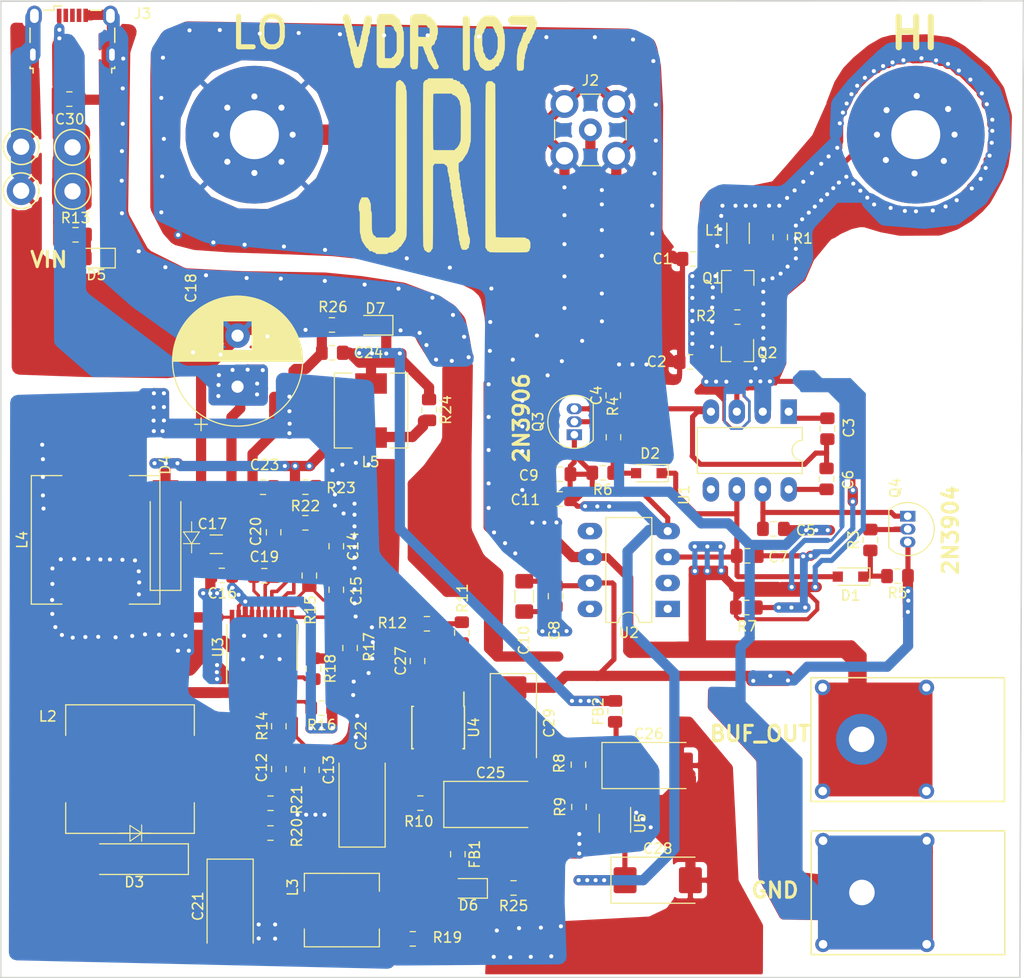
<source format=kicad_pcb>
(kicad_pcb (version 20171130) (host pcbnew 5.0.2-bee76a0~70~ubuntu16.04.1)

  (general
    (thickness 1.6)
    (drawings 12)
    (tracks 1924)
    (zones 0)
    (modules 89)
    (nets 58)
  )

  (page A4)
  (layers
    (0 F.Cu signal)
    (31 B.Cu signal)
    (32 B.Adhes user)
    (33 F.Adhes user)
    (34 B.Paste user)
    (35 F.Paste user)
    (36 B.SilkS user)
    (37 F.SilkS user)
    (38 B.Mask user)
    (39 F.Mask user)
    (40 Dwgs.User user)
    (41 Cmts.User user)
    (42 Eco1.User user)
    (43 Eco2.User user)
    (44 Edge.Cuts user)
    (45 Margin user)
    (46 B.CrtYd user)
    (47 F.CrtYd user)
    (48 B.Fab user)
    (49 F.Fab user hide)
  )

  (setup
    (last_trace_width 1)
    (trace_clearance 0.2)
    (zone_clearance 0.25)
    (zone_45_only no)
    (trace_min 0.2)
    (segment_width 0.2)
    (edge_width 0.15)
    (via_size 0.8)
    (via_drill 0.4)
    (via_min_size 0.4)
    (via_min_drill 0.3)
    (uvia_size 0.3)
    (uvia_drill 0.1)
    (uvias_allowed no)
    (uvia_min_size 0.2)
    (uvia_min_drill 0.1)
    (pcb_text_width 0.3)
    (pcb_text_size 1.5 1.5)
    (mod_edge_width 0.15)
    (mod_text_size 1 1)
    (mod_text_width 0.15)
    (pad_size 1.524 1.524)
    (pad_drill 0.85)
    (pad_to_mask_clearance 0.051)
    (solder_mask_min_width 0.25)
    (aux_axis_origin 0 0)
    (visible_elements FFFFFFFF)
    (pcbplotparams
      (layerselection 0x010fc_ffffffff)
      (usegerberextensions false)
      (usegerberattributes false)
      (usegerberadvancedattributes false)
      (creategerberjobfile false)
      (excludeedgelayer true)
      (linewidth 0.100000)
      (plotframeref false)
      (viasonmask false)
      (mode 1)
      (useauxorigin false)
      (hpglpennumber 1)
      (hpglpenspeed 20)
      (hpglpendiameter 15.000000)
      (psnegative false)
      (psa4output false)
      (plotreference true)
      (plotvalue true)
      (plotinvisibletext false)
      (padsonsilk false)
      (subtractmaskfromsilk false)
      (outputformat 1)
      (mirror false)
      (drillshape 1)
      (scaleselection 1)
      (outputdirectory ""))
  )

  (net 0 "")
  (net 1 GND)
  (net 2 "Net-(C3-Pad1)")
  (net 3 "Net-(C5-Pad1)")
  (net 4 "Net-(C6-Pad1)")
  (net 5 +15V)
  (net 6 -5V)
  (net 7 "Net-(C12-Pad1)")
  (net 8 GNDA)
  (net 9 "Net-(C13-Pad1)")
  (net 10 "Net-(C14-Pad1)")
  (net 11 "Net-(C15-Pad1)")
  (net 12 GNDPWR)
  (net 13 +5V)
  (net 14 "Net-(D1-Pad1)")
  (net 15 "Net-(D2-Pad2)")
  (net 16 BUF_OUT)
  (net 17 KVD_OUT)
  (net 18 "Net-(Q1-Pad1)")
  (net 19 "Net-(Q1-Pad2)")
  (net 20 "Net-(Q3-Pad2)")
  (net 21 "Net-(Q4-Pad2)")
  (net 22 "Net-(R16-Pad2)")
  (net 23 "Net-(R18-Pad2)")
  (net 24 "Net-(U1-Pad5)")
  (net 25 "Net-(U2-Pad1)")
  (net 26 "Net-(R8-Pad2)")
  (net 27 Vreg)
  (net 28 /1052_IN)
  (net 29 /1052_FB)
  (net 30 /1052_OUT)
  (net 31 /KVD_IN)
  (net 32 "Net-(C3-Pad2)")
  (net 33 VOUT_NEG)
  (net 34 "Net-(C23-Pad1)")
  (net 35 "Net-(C26-Pad1)")
  (net 36 "Net-(C25-Pad1)")
  (net 37 VOUT_P)
  (net 38 "Net-(R22-Pad2)")
  (net 39 "Net-(C20-Pad1)")
  (net 40 "Net-(R20-Pad1)")
  (net 41 "Net-(R11-Pad2)")
  (net 42 "Net-(R10-Pad1)")
  (net 43 "Net-(U5-Pad4)")
  (net 44 "Net-(C27-Pad1)")
  (net 45 "Net-(U4-Pad7)")
  (net 46 "Net-(D3-Pad2)")
  (net 47 "Net-(L2-Pad1)")
  (net 48 "Net-(U3-Pad5)")
  (net 49 "Net-(U3-Pad6)")
  (net 50 "Net-(D4-Pad1)")
  (net 51 "Net-(C21-Pad1)")
  (net 52 "Net-(J3-Pad2)")
  (net 53 "Net-(J3-Pad3)")
  (net 54 "Net-(J3-Pad4)")
  (net 55 "Net-(D7-Pad2)")
  (net 56 "Net-(D6-Pad1)")
  (net 57 "Net-(D5-Pad2)")

  (net_class Default "This is the default net class."
    (clearance 0.2)
    (trace_width 1)
    (via_dia 0.8)
    (via_drill 0.4)
    (uvia_dia 0.3)
    (uvia_drill 0.1)
    (add_net +15V)
    (add_net +5V)
    (add_net -5V)
    (add_net /1052_FB)
    (add_net /1052_IN)
    (add_net /1052_OUT)
    (add_net /KVD_IN)
    (add_net BUF_OUT)
    (add_net GND)
    (add_net GNDA)
    (add_net GNDPWR)
    (add_net KVD_OUT)
    (add_net "Net-(C12-Pad1)")
    (add_net "Net-(C13-Pad1)")
    (add_net "Net-(C14-Pad1)")
    (add_net "Net-(C15-Pad1)")
    (add_net "Net-(C20-Pad1)")
    (add_net "Net-(C21-Pad1)")
    (add_net "Net-(C23-Pad1)")
    (add_net "Net-(C25-Pad1)")
    (add_net "Net-(C26-Pad1)")
    (add_net "Net-(C27-Pad1)")
    (add_net "Net-(C3-Pad1)")
    (add_net "Net-(C3-Pad2)")
    (add_net "Net-(C5-Pad1)")
    (add_net "Net-(C6-Pad1)")
    (add_net "Net-(D1-Pad1)")
    (add_net "Net-(D2-Pad2)")
    (add_net "Net-(D3-Pad2)")
    (add_net "Net-(D4-Pad1)")
    (add_net "Net-(D5-Pad2)")
    (add_net "Net-(D6-Pad1)")
    (add_net "Net-(D7-Pad2)")
    (add_net "Net-(J3-Pad2)")
    (add_net "Net-(J3-Pad3)")
    (add_net "Net-(J3-Pad4)")
    (add_net "Net-(L2-Pad1)")
    (add_net "Net-(Q1-Pad1)")
    (add_net "Net-(Q1-Pad2)")
    (add_net "Net-(Q3-Pad2)")
    (add_net "Net-(Q4-Pad2)")
    (add_net "Net-(R10-Pad1)")
    (add_net "Net-(R11-Pad2)")
    (add_net "Net-(R16-Pad2)")
    (add_net "Net-(R18-Pad2)")
    (add_net "Net-(R20-Pad1)")
    (add_net "Net-(R22-Pad2)")
    (add_net "Net-(R8-Pad2)")
    (add_net "Net-(U1-Pad5)")
    (add_net "Net-(U2-Pad1)")
    (add_net "Net-(U3-Pad5)")
    (add_net "Net-(U3-Pad6)")
    (add_net "Net-(U4-Pad7)")
    (add_net "Net-(U5-Pad4)")
    (add_net VOUT_NEG)
    (add_net VOUT_P)
    (add_net Vreg)
  )

  (module Footprints:PCB_mount_banana (layer F.Cu) (tedit 5CE7AA7C) (tstamp 5CEFF10D)
    (at 180.89 98.48 90)
    (path /5D14A505)
    (fp_text reference J4 (at 0 0.5 90) (layer F.SilkS)
      (effects (font (size 1 1) (thickness 0.15)))
    )
    (fp_text value banana (at 0 -0.5 90) (layer F.Fab)
      (effects (font (size 1 1) (thickness 0.15)))
    )
    (fp_line (start 6.04 -4.97) (end 6.04 14.03) (layer F.SilkS) (width 0.15))
    (fp_line (start -6.09 -4.96) (end -6.09 14.04) (layer F.SilkS) (width 0.15))
    (fp_line (start -6.08 -4.96) (end 6 -4.96) (layer F.SilkS) (width 0.15))
    (fp_line (start -6.09 14.01) (end 6 14.01) (layer F.SilkS) (width 0.15))
    (pad 5 thru_hole circle (at -5.08 6.36 90) (size 1.524 1.524) (drill 0.85) (layers *.Cu *.Mask))
    (pad 4 thru_hole circle (at -5.08 -3.8 90) (size 1.524 1.524) (drill 0.85) (layers *.Cu *.Mask))
    (pad 3 thru_hole circle (at 5.08 -3.8 90) (size 1.524 1.524) (drill 0.85) (layers *.Cu *.Mask))
    (pad 2 thru_hole circle (at 5.08 6.36 90) (size 1.524 1.524) (drill 0.8) (layers *.Cu *.Mask))
    (pad 1 thru_hole circle (at 0 0.01 90) (size 5 5) (drill 2.5) (layers *.Cu *.Mask)
      (net 16 BUF_OUT))
  )

  (module Footprints:PCB_mount_banana (layer F.Cu) (tedit 5CE7A97C) (tstamp 5CEFF100)
    (at 180.925001 113.494999 90)
    (path /5D14A5ED)
    (fp_text reference J5 (at 0 0.5 90) (layer F.SilkS)
      (effects (font (size 1 1) (thickness 0.15)))
    )
    (fp_text value banana (at 0 -0.5 90) (layer F.Fab)
      (effects (font (size 1 1) (thickness 0.15)))
    )
    (fp_line (start -6.09 14.01) (end 6 14.01) (layer F.SilkS) (width 0.15))
    (fp_line (start -6.08 -4.96) (end 6 -4.96) (layer F.SilkS) (width 0.15))
    (fp_line (start -6.09 -4.96) (end -6.09 14.04) (layer F.SilkS) (width 0.15))
    (fp_line (start 6.04 -4.97) (end 6.04 14.03) (layer F.SilkS) (width 0.15))
    (pad 1 thru_hole circle (at 0 0.01 90) (size 5 5) (drill 2.5) (layers *.Cu *.Mask)
      (net 1 GND))
    (pad 2 thru_hole circle (at 5.08 6.36 90) (size 1.524 1.524) (drill 0.8) (layers *.Cu *.Mask))
    (pad 3 thru_hole circle (at 5.08 -3.8 90) (size 1.524 1.524) (drill 0.85) (layers *.Cu *.Mask))
    (pad 4 thru_hole circle (at -5.08 -3.8 90) (size 1.524 1.524) (drill 0.85) (layers *.Cu *.Mask))
    (pad 5 thru_hole circle (at -5.08 6.36 90) (size 1.524 1.524) (drill 0.85) (layers *.Cu *.Mask))
  )

  (module Capacitor_SMD:C_0805_2012Metric_Pad1.15x1.40mm_HandSolder (layer F.Cu) (tedit 5B36C52B) (tstamp 5CEF40D7)
    (at 156.57 64.77 90)
    (descr "Capacitor SMD 0805 (2012 Metric), square (rectangular) end terminal, IPC_7351 nominal with elongated pad for handsoldering. (Body size source: https://docs.google.com/spreadsheets/d/1BsfQQcO9C6DZCsRaXUlFlo91Tg2WpOkGARC1WS5S8t0/edit?usp=sharing), generated with kicad-footprint-generator")
    (tags "capacitor handsolder")
    (path /5CD54699)
    (attr smd)
    (fp_text reference C4 (at 0 -1.65 90) (layer F.SilkS)
      (effects (font (size 1 1) (thickness 0.15)))
    )
    (fp_text value .1uF (at 0 1.65 90) (layer F.Fab)
      (effects (font (size 1 1) (thickness 0.15)))
    )
    (fp_line (start -1 0.6) (end -1 -0.6) (layer F.Fab) (width 0.1))
    (fp_line (start -1 -0.6) (end 1 -0.6) (layer F.Fab) (width 0.1))
    (fp_line (start 1 -0.6) (end 1 0.6) (layer F.Fab) (width 0.1))
    (fp_line (start 1 0.6) (end -1 0.6) (layer F.Fab) (width 0.1))
    (fp_line (start -0.261252 -0.71) (end 0.261252 -0.71) (layer F.SilkS) (width 0.12))
    (fp_line (start -0.261252 0.71) (end 0.261252 0.71) (layer F.SilkS) (width 0.12))
    (fp_line (start -1.85 0.95) (end -1.85 -0.95) (layer F.CrtYd) (width 0.05))
    (fp_line (start -1.85 -0.95) (end 1.85 -0.95) (layer F.CrtYd) (width 0.05))
    (fp_line (start 1.85 -0.95) (end 1.85 0.95) (layer F.CrtYd) (width 0.05))
    (fp_line (start 1.85 0.95) (end -1.85 0.95) (layer F.CrtYd) (width 0.05))
    (fp_text user %R (at 0 0 90) (layer F.Fab)
      (effects (font (size 0.5 0.5) (thickness 0.08)))
    )
    (pad 1 smd roundrect (at -1.025 0 90) (size 1.15 1.4) (layers F.Cu F.Paste F.Mask) (roundrect_rratio 0.217391)
      (net 32 "Net-(C3-Pad2)"))
    (pad 2 smd roundrect (at 1.025 0 90) (size 1.15 1.4) (layers F.Cu F.Paste F.Mask) (roundrect_rratio 0.217391)
      (net 1 GND))
    (model ${KISYS3DMOD}/Capacitor_SMD.3dshapes/C_0805_2012Metric.wrl
      (at (xyz 0 0 0))
      (scale (xyz 1 1 1))
      (rotate (xyz 0 0 0))
    )
  )

  (module LED_SMD:LED_0805_2012Metric_Pad1.15x1.40mm_HandSolder (layer F.Cu) (tedit 5B4B45C9) (tstamp 5CEF384C)
    (at 133.12 57.89 180)
    (descr "LED SMD 0805 (2012 Metric), square (rectangular) end terminal, IPC_7351 nominal, (Body size source: https://docs.google.com/spreadsheets/d/1BsfQQcO9C6DZCsRaXUlFlo91Tg2WpOkGARC1WS5S8t0/edit?usp=sharing), generated with kicad-footprint-generator")
    (tags "LED handsolder")
    (path /5CD8869B/5D0A6A61)
    (attr smd)
    (fp_text reference D7 (at -0.14 1.65 180) (layer F.SilkS)
      (effects (font (size 1 1) (thickness 0.15)))
    )
    (fp_text value LED (at 0 1.65 180) (layer F.Fab)
      (effects (font (size 1 1) (thickness 0.15)))
    )
    (fp_line (start 1 -0.6) (end -0.7 -0.6) (layer F.Fab) (width 0.1))
    (fp_line (start -0.7 -0.6) (end -1 -0.3) (layer F.Fab) (width 0.1))
    (fp_line (start -1 -0.3) (end -1 0.6) (layer F.Fab) (width 0.1))
    (fp_line (start -1 0.6) (end 1 0.6) (layer F.Fab) (width 0.1))
    (fp_line (start 1 0.6) (end 1 -0.6) (layer F.Fab) (width 0.1))
    (fp_line (start 1 -0.96) (end -1.86 -0.96) (layer F.SilkS) (width 0.12))
    (fp_line (start -1.86 -0.96) (end -1.86 0.96) (layer F.SilkS) (width 0.12))
    (fp_line (start -1.86 0.96) (end 1 0.96) (layer F.SilkS) (width 0.12))
    (fp_line (start -1.85 0.95) (end -1.85 -0.95) (layer F.CrtYd) (width 0.05))
    (fp_line (start -1.85 -0.95) (end 1.85 -0.95) (layer F.CrtYd) (width 0.05))
    (fp_line (start 1.85 -0.95) (end 1.85 0.95) (layer F.CrtYd) (width 0.05))
    (fp_line (start 1.85 0.95) (end -1.85 0.95) (layer F.CrtYd) (width 0.05))
    (fp_text user %R (at 0 0 180) (layer F.Fab)
      (effects (font (size 0.5 0.5) (thickness 0.08)))
    )
    (pad 1 smd roundrect (at -1.025 0 180) (size 1.15 1.4) (layers F.Cu F.Paste F.Mask) (roundrect_rratio 0.217391)
      (net 33 VOUT_NEG))
    (pad 2 smd roundrect (at 1.025 0 180) (size 1.15 1.4) (layers F.Cu F.Paste F.Mask) (roundrect_rratio 0.217391)
      (net 55 "Net-(D7-Pad2)"))
    (model ${KISYS3DMOD}/LED_SMD.3dshapes/LED_0805_2012Metric.wrl
      (at (xyz 0 0 0))
      (scale (xyz 1 1 1))
      (rotate (xyz 0 0 0))
    )
  )

  (module LED_SMD:LED_0805_2012Metric_Pad1.15x1.40mm_HandSolder (layer F.Cu) (tedit 5B4B45C9) (tstamp 5CEF3839)
    (at 142.38 113.09 180)
    (descr "LED SMD 0805 (2012 Metric), square (rectangular) end terminal, IPC_7351 nominal, (Body size source: https://docs.google.com/spreadsheets/d/1BsfQQcO9C6DZCsRaXUlFlo91Tg2WpOkGARC1WS5S8t0/edit?usp=sharing), generated with kicad-footprint-generator")
    (tags "LED handsolder")
    (path /5CD8869B/5D0A69D3)
    (attr smd)
    (fp_text reference D6 (at 0 -1.65 180) (layer F.SilkS)
      (effects (font (size 1 1) (thickness 0.15)))
    )
    (fp_text value LED (at 0 1.65 180) (layer F.Fab)
      (effects (font (size 1 1) (thickness 0.15)))
    )
    (fp_text user %R (at 0 0 180) (layer F.Fab)
      (effects (font (size 0.5 0.5) (thickness 0.08)))
    )
    (fp_line (start 1.85 0.95) (end -1.85 0.95) (layer F.CrtYd) (width 0.05))
    (fp_line (start 1.85 -0.95) (end 1.85 0.95) (layer F.CrtYd) (width 0.05))
    (fp_line (start -1.85 -0.95) (end 1.85 -0.95) (layer F.CrtYd) (width 0.05))
    (fp_line (start -1.85 0.95) (end -1.85 -0.95) (layer F.CrtYd) (width 0.05))
    (fp_line (start -1.86 0.96) (end 1 0.96) (layer F.SilkS) (width 0.12))
    (fp_line (start -1.86 -0.96) (end -1.86 0.96) (layer F.SilkS) (width 0.12))
    (fp_line (start 1 -0.96) (end -1.86 -0.96) (layer F.SilkS) (width 0.12))
    (fp_line (start 1 0.6) (end 1 -0.6) (layer F.Fab) (width 0.1))
    (fp_line (start -1 0.6) (end 1 0.6) (layer F.Fab) (width 0.1))
    (fp_line (start -1 -0.3) (end -1 0.6) (layer F.Fab) (width 0.1))
    (fp_line (start -0.7 -0.6) (end -1 -0.3) (layer F.Fab) (width 0.1))
    (fp_line (start 1 -0.6) (end -0.7 -0.6) (layer F.Fab) (width 0.1))
    (pad 2 smd roundrect (at 1.025 0 180) (size 1.15 1.4) (layers F.Cu F.Paste F.Mask) (roundrect_rratio 0.217391)
      (net 37 VOUT_P))
    (pad 1 smd roundrect (at -1.025 0 180) (size 1.15 1.4) (layers F.Cu F.Paste F.Mask) (roundrect_rratio 0.217391)
      (net 56 "Net-(D6-Pad1)"))
    (model ${KISYS3DMOD}/LED_SMD.3dshapes/LED_0805_2012Metric.wrl
      (at (xyz 0 0 0))
      (scale (xyz 1 1 1))
      (rotate (xyz 0 0 0))
    )
  )

  (module LED_SMD:LED_0805_2012Metric_Pad1.15x1.40mm_HandSolder (layer F.Cu) (tedit 5B4B45C9) (tstamp 5CEF3826)
    (at 105.918 51.308 180)
    (descr "LED SMD 0805 (2012 Metric), square (rectangular) end terminal, IPC_7351 nominal, (Body size source: https://docs.google.com/spreadsheets/d/1BsfQQcO9C6DZCsRaXUlFlo91Tg2WpOkGARC1WS5S8t0/edit?usp=sharing), generated with kicad-footprint-generator")
    (tags "LED handsolder")
    (path /5CD8869B/5D0BAF64)
    (attr smd)
    (fp_text reference D5 (at 0 -1.65 180) (layer F.SilkS)
      (effects (font (size 1 1) (thickness 0.15)))
    )
    (fp_text value LED (at 0 1.65 180) (layer F.Fab)
      (effects (font (size 1 1) (thickness 0.15)))
    )
    (fp_line (start 1 -0.6) (end -0.7 -0.6) (layer F.Fab) (width 0.1))
    (fp_line (start -0.7 -0.6) (end -1 -0.3) (layer F.Fab) (width 0.1))
    (fp_line (start -1 -0.3) (end -1 0.6) (layer F.Fab) (width 0.1))
    (fp_line (start -1 0.6) (end 1 0.6) (layer F.Fab) (width 0.1))
    (fp_line (start 1 0.6) (end 1 -0.6) (layer F.Fab) (width 0.1))
    (fp_line (start 1 -0.96) (end -1.86 -0.96) (layer F.SilkS) (width 0.12))
    (fp_line (start -1.86 -0.96) (end -1.86 0.96) (layer F.SilkS) (width 0.12))
    (fp_line (start -1.86 0.96) (end 1 0.96) (layer F.SilkS) (width 0.12))
    (fp_line (start -1.85 0.95) (end -1.85 -0.95) (layer F.CrtYd) (width 0.05))
    (fp_line (start -1.85 -0.95) (end 1.85 -0.95) (layer F.CrtYd) (width 0.05))
    (fp_line (start 1.85 -0.95) (end 1.85 0.95) (layer F.CrtYd) (width 0.05))
    (fp_line (start 1.85 0.95) (end -1.85 0.95) (layer F.CrtYd) (width 0.05))
    (fp_text user %R (at 0 0 180) (layer F.Fab)
      (effects (font (size 0.5 0.5) (thickness 0.08)))
    )
    (pad 1 smd roundrect (at -1.025 0 180) (size 1.15 1.4) (layers F.Cu F.Paste F.Mask) (roundrect_rratio 0.217391)
      (net 12 GNDPWR))
    (pad 2 smd roundrect (at 1.025 0 180) (size 1.15 1.4) (layers F.Cu F.Paste F.Mask) (roundrect_rratio 0.217391)
      (net 57 "Net-(D5-Pad2)"))
    (model ${KISYS3DMOD}/LED_SMD.3dshapes/LED_0805_2012Metric.wrl
      (at (xyz 0 0 0))
      (scale (xyz 1 1 1))
      (rotate (xyz 0 0 0))
    )
  )

  (module Resistor_SMD:R_0805_2012Metric_Pad1.15x1.40mm_HandSolder (layer F.Cu) (tedit 5B36C52B) (tstamp 5CEF35D5)
    (at 136.93 118.04)
    (descr "Resistor SMD 0805 (2012 Metric), square (rectangular) end terminal, IPC_7351 nominal with elongated pad for handsoldering. (Body size source: https://docs.google.com/spreadsheets/d/1BsfQQcO9C6DZCsRaXUlFlo91Tg2WpOkGARC1WS5S8t0/edit?usp=sharing), generated with kicad-footprint-generator")
    (tags "resistor handsolder")
    (path /5CD8869B/5CE69355)
    (attr smd)
    (fp_text reference R19 (at 3.39 -0.14) (layer F.SilkS)
      (effects (font (size 1 1) (thickness 0.15)))
    )
    (fp_text value 4.7R (at 0 1.65) (layer F.Fab)
      (effects (font (size 1 1) (thickness 0.15)))
    )
    (fp_text user %R (at 0 0) (layer F.Fab)
      (effects (font (size 0.5 0.5) (thickness 0.08)))
    )
    (fp_line (start 1.85 0.95) (end -1.85 0.95) (layer F.CrtYd) (width 0.05))
    (fp_line (start 1.85 -0.95) (end 1.85 0.95) (layer F.CrtYd) (width 0.05))
    (fp_line (start -1.85 -0.95) (end 1.85 -0.95) (layer F.CrtYd) (width 0.05))
    (fp_line (start -1.85 0.95) (end -1.85 -0.95) (layer F.CrtYd) (width 0.05))
    (fp_line (start -0.261252 0.71) (end 0.261252 0.71) (layer F.SilkS) (width 0.12))
    (fp_line (start -0.261252 -0.71) (end 0.261252 -0.71) (layer F.SilkS) (width 0.12))
    (fp_line (start 1 0.6) (end -1 0.6) (layer F.Fab) (width 0.1))
    (fp_line (start 1 -0.6) (end 1 0.6) (layer F.Fab) (width 0.1))
    (fp_line (start -1 -0.6) (end 1 -0.6) (layer F.Fab) (width 0.1))
    (fp_line (start -1 0.6) (end -1 -0.6) (layer F.Fab) (width 0.1))
    (pad 2 smd roundrect (at 1.025 0) (size 1.15 1.4) (layers F.Cu F.Paste F.Mask) (roundrect_rratio 0.217391)
      (net 37 VOUT_P))
    (pad 1 smd roundrect (at -1.025 0) (size 1.15 1.4) (layers F.Cu F.Paste F.Mask) (roundrect_rratio 0.217391)
      (net 51 "Net-(C21-Pad1)"))
    (model ${KISYS3DMOD}/Resistor_SMD.3dshapes/R_0805_2012Metric.wrl
      (at (xyz 0 0 0))
      (scale (xyz 1 1 1))
      (rotate (xyz 0 0 0))
    )
  )

  (module Resistor_SMD:R_0805_2012Metric_Pad1.15x1.40mm_HandSolder (layer F.Cu) (tedit 5B36C52B) (tstamp 5CEF3544)
    (at 103.886 49.022)
    (descr "Resistor SMD 0805 (2012 Metric), square (rectangular) end terminal, IPC_7351 nominal with elongated pad for handsoldering. (Body size source: https://docs.google.com/spreadsheets/d/1BsfQQcO9C6DZCsRaXUlFlo91Tg2WpOkGARC1WS5S8t0/edit?usp=sharing), generated with kicad-footprint-generator")
    (tags "resistor handsolder")
    (path /5CD8869B/5D0BF22E)
    (attr smd)
    (fp_text reference R13 (at 0 -1.65) (layer F.SilkS)
      (effects (font (size 1 1) (thickness 0.15)))
    )
    (fp_text value 2K (at 0 1.65) (layer F.Fab)
      (effects (font (size 1 1) (thickness 0.15)))
    )
    (fp_line (start -1 0.6) (end -1 -0.6) (layer F.Fab) (width 0.1))
    (fp_line (start -1 -0.6) (end 1 -0.6) (layer F.Fab) (width 0.1))
    (fp_line (start 1 -0.6) (end 1 0.6) (layer F.Fab) (width 0.1))
    (fp_line (start 1 0.6) (end -1 0.6) (layer F.Fab) (width 0.1))
    (fp_line (start -0.261252 -0.71) (end 0.261252 -0.71) (layer F.SilkS) (width 0.12))
    (fp_line (start -0.261252 0.71) (end 0.261252 0.71) (layer F.SilkS) (width 0.12))
    (fp_line (start -1.85 0.95) (end -1.85 -0.95) (layer F.CrtYd) (width 0.05))
    (fp_line (start -1.85 -0.95) (end 1.85 -0.95) (layer F.CrtYd) (width 0.05))
    (fp_line (start 1.85 -0.95) (end 1.85 0.95) (layer F.CrtYd) (width 0.05))
    (fp_line (start 1.85 0.95) (end -1.85 0.95) (layer F.CrtYd) (width 0.05))
    (fp_text user %R (at 0 0) (layer F.Fab)
      (effects (font (size 0.5 0.5) (thickness 0.08)))
    )
    (pad 1 smd roundrect (at -1.025 0) (size 1.15 1.4) (layers F.Cu F.Paste F.Mask) (roundrect_rratio 0.217391)
      (net 13 +5V))
    (pad 2 smd roundrect (at 1.025 0) (size 1.15 1.4) (layers F.Cu F.Paste F.Mask) (roundrect_rratio 0.217391)
      (net 57 "Net-(D5-Pad2)"))
    (model ${KISYS3DMOD}/Resistor_SMD.3dshapes/R_0805_2012Metric.wrl
      (at (xyz 0 0 0))
      (scale (xyz 1 1 1))
      (rotate (xyz 0 0 0))
    )
  )

  (module Resistor_SMD:R_0805_2012Metric_Pad1.15x1.40mm_HandSolder (layer F.Cu) (tedit 5B36C52B) (tstamp 5CEF33B3)
    (at 146.8 113.05)
    (descr "Resistor SMD 0805 (2012 Metric), square (rectangular) end terminal, IPC_7351 nominal with elongated pad for handsoldering. (Body size source: https://docs.google.com/spreadsheets/d/1BsfQQcO9C6DZCsRaXUlFlo91Tg2WpOkGARC1WS5S8t0/edit?usp=sharing), generated with kicad-footprint-generator")
    (tags "resistor handsolder")
    (path /5CD8869B/5D128F19)
    (attr smd)
    (fp_text reference R25 (at 0 1.76) (layer F.SilkS)
      (effects (font (size 1 1) (thickness 0.15)))
    )
    (fp_text value 5K (at 0 1.65) (layer F.Fab)
      (effects (font (size 1 1) (thickness 0.15)))
    )
    (fp_text user %R (at 0 0) (layer F.Fab)
      (effects (font (size 0.5 0.5) (thickness 0.08)))
    )
    (fp_line (start 1.85 0.95) (end -1.85 0.95) (layer F.CrtYd) (width 0.05))
    (fp_line (start 1.85 -0.95) (end 1.85 0.95) (layer F.CrtYd) (width 0.05))
    (fp_line (start -1.85 -0.95) (end 1.85 -0.95) (layer F.CrtYd) (width 0.05))
    (fp_line (start -1.85 0.95) (end -1.85 -0.95) (layer F.CrtYd) (width 0.05))
    (fp_line (start -0.261252 0.71) (end 0.261252 0.71) (layer F.SilkS) (width 0.12))
    (fp_line (start -0.261252 -0.71) (end 0.261252 -0.71) (layer F.SilkS) (width 0.12))
    (fp_line (start 1 0.6) (end -1 0.6) (layer F.Fab) (width 0.1))
    (fp_line (start 1 -0.6) (end 1 0.6) (layer F.Fab) (width 0.1))
    (fp_line (start -1 -0.6) (end 1 -0.6) (layer F.Fab) (width 0.1))
    (fp_line (start -1 0.6) (end -1 -0.6) (layer F.Fab) (width 0.1))
    (pad 2 smd roundrect (at 1.025 0) (size 1.15 1.4) (layers F.Cu F.Paste F.Mask) (roundrect_rratio 0.217391)
      (net 8 GNDA))
    (pad 1 smd roundrect (at -1.025 0) (size 1.15 1.4) (layers F.Cu F.Paste F.Mask) (roundrect_rratio 0.217391)
      (net 56 "Net-(D6-Pad1)"))
    (model ${KISYS3DMOD}/Resistor_SMD.3dshapes/R_0805_2012Metric.wrl
      (at (xyz 0 0 0))
      (scale (xyz 1 1 1))
      (rotate (xyz 0 0 0))
    )
  )

  (module Resistor_SMD:R_0805_2012Metric_Pad1.15x1.40mm_HandSolder (layer F.Cu) (tedit 5B36C52B) (tstamp 5CEF33A2)
    (at 129.01 57.86 180)
    (descr "Resistor SMD 0805 (2012 Metric), square (rectangular) end terminal, IPC_7351 nominal with elongated pad for handsoldering. (Body size source: https://docs.google.com/spreadsheets/d/1BsfQQcO9C6DZCsRaXUlFlo91Tg2WpOkGARC1WS5S8t0/edit?usp=sharing), generated with kicad-footprint-generator")
    (tags "resistor handsolder")
    (path /5CD8869B/5D137898)
    (attr smd)
    (fp_text reference R26 (at -0.1 1.76 180) (layer F.SilkS)
      (effects (font (size 1 1) (thickness 0.15)))
    )
    (fp_text value 2K (at 0 1.65 180) (layer F.Fab)
      (effects (font (size 1 1) (thickness 0.15)))
    )
    (fp_line (start -1 0.6) (end -1 -0.6) (layer F.Fab) (width 0.1))
    (fp_line (start -1 -0.6) (end 1 -0.6) (layer F.Fab) (width 0.1))
    (fp_line (start 1 -0.6) (end 1 0.6) (layer F.Fab) (width 0.1))
    (fp_line (start 1 0.6) (end -1 0.6) (layer F.Fab) (width 0.1))
    (fp_line (start -0.261252 -0.71) (end 0.261252 -0.71) (layer F.SilkS) (width 0.12))
    (fp_line (start -0.261252 0.71) (end 0.261252 0.71) (layer F.SilkS) (width 0.12))
    (fp_line (start -1.85 0.95) (end -1.85 -0.95) (layer F.CrtYd) (width 0.05))
    (fp_line (start -1.85 -0.95) (end 1.85 -0.95) (layer F.CrtYd) (width 0.05))
    (fp_line (start 1.85 -0.95) (end 1.85 0.95) (layer F.CrtYd) (width 0.05))
    (fp_line (start 1.85 0.95) (end -1.85 0.95) (layer F.CrtYd) (width 0.05))
    (fp_text user %R (at 0 0 180) (layer F.Fab)
      (effects (font (size 0.5 0.5) (thickness 0.08)))
    )
    (pad 1 smd roundrect (at -1.025 0 180) (size 1.15 1.4) (layers F.Cu F.Paste F.Mask) (roundrect_rratio 0.217391)
      (net 55 "Net-(D7-Pad2)"))
    (pad 2 smd roundrect (at 1.025 0 180) (size 1.15 1.4) (layers F.Cu F.Paste F.Mask) (roundrect_rratio 0.217391)
      (net 8 GNDA))
    (model ${KISYS3DMOD}/Resistor_SMD.3dshapes/R_0805_2012Metric.wrl
      (at (xyz 0 0 0))
      (scale (xyz 1 1 1))
      (rotate (xyz 0 0 0))
    )
  )

  (module TestPoint:TestPoint_Keystone_5005-5009_Compact (layer F.Cu) (tedit 5CE7AE53) (tstamp 5CEF3311)
    (at 98.552 44.704)
    (descr "Keystone Miniature THM Test Point 5005-5009, http://www.keyelco.com/product-pdf.cfm?p=1314")
    (tags "Through Hole Mount Test Points")
    (path /5CD8869B/5D0A6DDF)
    (fp_text reference TP2 (at 0.254 2.794) (layer F.SilkS) hide
      (effects (font (size 1 1) (thickness 0.15)))
    )
    (fp_text value TestPoint (at 0 2.75) (layer F.Fab) hide
      (effects (font (size 1 1) (thickness 0.15)))
    )
    (fp_circle (center 0 0) (end 1.75 0) (layer F.SilkS) (width 0.15))
    (fp_circle (center 0 0) (end 1.6 0) (layer F.Fab) (width 0.15))
    (fp_circle (center 0 0) (end 2 0) (layer F.CrtYd) (width 0.05))
    (fp_line (start -1.25 0.4) (end -1.25 -0.4) (layer F.Fab) (width 0.15))
    (fp_line (start 1.25 0.4) (end -1.25 0.4) (layer F.Fab) (width 0.15))
    (fp_line (start 1.25 -0.4) (end 1.25 0.4) (layer F.Fab) (width 0.15))
    (fp_line (start -1.25 -0.4) (end 1.25 -0.4) (layer F.Fab) (width 0.15))
    (fp_text user %R (at 0 0) (layer F.Fab)
      (effects (font (size 0.6 0.6) (thickness 0.09)))
    )
    (pad 1 thru_hole circle (at 0 0) (size 2.8 2.8) (drill 1.6) (layers *.Cu *.Mask)
      (net 12 GNDPWR))
    (model ${KISYS3DMOD}/TestPoint.3dshapes/TestPoint_Keystone_5005-5009_Compact.wrl
      (at (xyz 0 0 0))
      (scale (xyz 1 1 1))
      (rotate (xyz 0 0 0))
    )
  )

  (module TestPoint:TestPoint_Keystone_5005-5009_Compact (layer F.Cu) (tedit 5CE7AE5C) (tstamp 5CEF3304)
    (at 103.59 40.45)
    (descr "Keystone Miniature THM Test Point 5005-5009, http://www.keyelco.com/product-pdf.cfm?p=1314")
    (tags "Through Hole Mount Test Points")
    (path /5CD8869B/5D0A6C9E)
    (fp_text reference TP1 (at 3.344 -0.064) (layer F.SilkS) hide
      (effects (font (size 1 1) (thickness 0.15)))
    )
    (fp_text value TestPoint (at 0 2.75) (layer F.Fab) hide
      (effects (font (size 1 1) (thickness 0.15)))
    )
    (fp_text user %R (at 0 0) (layer F.Fab)
      (effects (font (size 0.6 0.6) (thickness 0.09)))
    )
    (fp_line (start -1.25 -0.4) (end 1.25 -0.4) (layer F.Fab) (width 0.15))
    (fp_line (start 1.25 -0.4) (end 1.25 0.4) (layer F.Fab) (width 0.15))
    (fp_line (start 1.25 0.4) (end -1.25 0.4) (layer F.Fab) (width 0.15))
    (fp_line (start -1.25 0.4) (end -1.25 -0.4) (layer F.Fab) (width 0.15))
    (fp_circle (center 0 0) (end 2 0) (layer F.CrtYd) (width 0.05))
    (fp_circle (center 0 0) (end 1.6 0) (layer F.Fab) (width 0.15))
    (fp_circle (center 0 0) (end 1.75 0) (layer F.SilkS) (width 0.15))
    (pad 1 thru_hole circle (at 0 0) (size 2.8 2.8) (drill 1.6) (layers *.Cu *.Mask)
      (net 13 +5V))
    (model ${KISYS3DMOD}/TestPoint.3dshapes/TestPoint_Keystone_5005-5009_Compact.wrl
      (at (xyz 0 0 0))
      (scale (xyz 1 1 1))
      (rotate (xyz 0 0 0))
    )
  )

  (module TestPoint:TestPoint_Keystone_5005-5009_Compact (layer F.Cu) (tedit 5CE7AE75) (tstamp 5CEF32F7)
    (at 98.552 40.386)
    (descr "Keystone Miniature THM Test Point 5005-5009, http://www.keyelco.com/product-pdf.cfm?p=1314")
    (tags "Through Hole Mount Test Points")
    (path /5CD8869B/5D0A6E79)
    (fp_text reference TP4 (at 0 -2.794) (layer F.SilkS) hide
      (effects (font (size 1 1) (thickness 0.15)))
    )
    (fp_text value TestPoint (at 0 2.75) (layer F.Fab) hide
      (effects (font (size 1 1) (thickness 0.15)))
    )
    (fp_circle (center 0 0) (end 1.75 0) (layer F.SilkS) (width 0.15))
    (fp_circle (center 0 0) (end 1.6 0) (layer F.Fab) (width 0.15))
    (fp_circle (center 0 0) (end 2 0) (layer F.CrtYd) (width 0.05))
    (fp_line (start -1.25 0.4) (end -1.25 -0.4) (layer F.Fab) (width 0.15))
    (fp_line (start 1.25 0.4) (end -1.25 0.4) (layer F.Fab) (width 0.15))
    (fp_line (start 1.25 -0.4) (end 1.25 0.4) (layer F.Fab) (width 0.15))
    (fp_line (start -1.25 -0.4) (end 1.25 -0.4) (layer F.Fab) (width 0.15))
    (fp_text user %R (at 0 0) (layer F.Fab)
      (effects (font (size 0.6 0.6) (thickness 0.09)))
    )
    (pad 1 thru_hole circle (at 0 0) (size 2.8 2.8) (drill 1.6) (layers *.Cu *.Mask)
      (net 12 GNDPWR))
    (model ${KISYS3DMOD}/TestPoint.3dshapes/TestPoint_Keystone_5005-5009_Compact.wrl
      (at (xyz 0 0 0))
      (scale (xyz 1 1 1))
      (rotate (xyz 0 0 0))
    )
  )

  (module TestPoint:TestPoint_Keystone_5005-5009_Compact (layer F.Cu) (tedit 5CE7AE44) (tstamp 5CEF32EA)
    (at 103.59 44.76)
    (descr "Keystone Miniature THM Test Point 5005-5009, http://www.keyelco.com/product-pdf.cfm?p=1314")
    (tags "Through Hole Mount Test Points")
    (path /5CD8869B/5D0A6D48)
    (fp_text reference TP3 (at 3.598 0.198) (layer F.SilkS) hide
      (effects (font (size 1 1) (thickness 0.15)))
    )
    (fp_text value TestPoint (at 0 2.75) (layer F.Fab)
      (effects (font (size 1 1) (thickness 0.15)))
    )
    (fp_text user %R (at 0 0) (layer F.Fab)
      (effects (font (size 0.6 0.6) (thickness 0.09)))
    )
    (fp_line (start -1.25 -0.4) (end 1.25 -0.4) (layer F.Fab) (width 0.15))
    (fp_line (start 1.25 -0.4) (end 1.25 0.4) (layer F.Fab) (width 0.15))
    (fp_line (start 1.25 0.4) (end -1.25 0.4) (layer F.Fab) (width 0.15))
    (fp_line (start -1.25 0.4) (end -1.25 -0.4) (layer F.Fab) (width 0.15))
    (fp_circle (center 0 0) (end 2 0) (layer F.CrtYd) (width 0.05))
    (fp_circle (center 0 0) (end 1.6 0) (layer F.Fab) (width 0.15))
    (fp_circle (center 0 0) (end 1.75 0) (layer F.SilkS) (width 0.15))
    (pad 1 thru_hole circle (at 0 0) (size 2.8 2.8) (drill 1.6) (layers *.Cu *.Mask)
      (net 13 +5V))
    (model ${KISYS3DMOD}/TestPoint.3dshapes/TestPoint_Keystone_5005-5009_Compact.wrl
      (at (xyz 0 0 0))
      (scale (xyz 1 1 1))
      (rotate (xyz 0 0 0))
    )
  )

  (module Capacitor_SMD:C_0805_2012Metric_Pad1.15x1.40mm_HandSolder (layer F.Cu) (tedit 5B36C52B) (tstamp 5CE79124)
    (at 103.28 35.72)
    (descr "Capacitor SMD 0805 (2012 Metric), square (rectangular) end terminal, IPC_7351 nominal with elongated pad for handsoldering. (Body size source: https://docs.google.com/spreadsheets/d/1BsfQQcO9C6DZCsRaXUlFlo91Tg2WpOkGARC1WS5S8t0/edit?usp=sharing), generated with kicad-footprint-generator")
    (tags "capacitor handsolder")
    (path /5CD8869B/5D08929E)
    (attr smd)
    (fp_text reference C30 (at 0.04 1.97) (layer F.SilkS)
      (effects (font (size 1 1) (thickness 0.15)))
    )
    (fp_text value .01uF (at 0 1.65) (layer F.Fab)
      (effects (font (size 1 1) (thickness 0.15)))
    )
    (fp_line (start -1 0.6) (end -1 -0.6) (layer F.Fab) (width 0.1))
    (fp_line (start -1 -0.6) (end 1 -0.6) (layer F.Fab) (width 0.1))
    (fp_line (start 1 -0.6) (end 1 0.6) (layer F.Fab) (width 0.1))
    (fp_line (start 1 0.6) (end -1 0.6) (layer F.Fab) (width 0.1))
    (fp_line (start -0.261252 -0.71) (end 0.261252 -0.71) (layer F.SilkS) (width 0.12))
    (fp_line (start -0.261252 0.71) (end 0.261252 0.71) (layer F.SilkS) (width 0.12))
    (fp_line (start -1.85 0.95) (end -1.85 -0.95) (layer F.CrtYd) (width 0.05))
    (fp_line (start -1.85 -0.95) (end 1.85 -0.95) (layer F.CrtYd) (width 0.05))
    (fp_line (start 1.85 -0.95) (end 1.85 0.95) (layer F.CrtYd) (width 0.05))
    (fp_line (start 1.85 0.95) (end -1.85 0.95) (layer F.CrtYd) (width 0.05))
    (fp_text user %R (at 0 0) (layer F.Fab)
      (effects (font (size 0.5 0.5) (thickness 0.08)))
    )
    (pad 1 smd roundrect (at -1.025 0) (size 1.15 1.4) (layers F.Cu F.Paste F.Mask) (roundrect_rratio 0.217391)
      (net 13 +5V))
    (pad 2 smd roundrect (at 1.025 0) (size 1.15 1.4) (layers F.Cu F.Paste F.Mask) (roundrect_rratio 0.217391)
      (net 12 GNDPWR))
    (model ${KISYS3DMOD}/Capacitor_SMD.3dshapes/C_0805_2012Metric.wrl
      (at (xyz 0 0 0))
      (scale (xyz 1 1 1))
      (rotate (xyz 0 0 0))
    )
  )

  (module Connectors_USB:USB_Micro-B_Wuerth-629105150521 (layer F.Cu) (tedit 59E3D6C4) (tstamp 5CE78DDD)
    (at 103.58 29.41)
    (descr "USB Micro-B receptacle, http://www.mouser.com/ds/2/445/629105150521-469306.pdf")
    (tags "usb micro receptacle")
    (path /5CD8869B/5D085B48)
    (attr smd)
    (fp_text reference J3 (at 6.88 -2.06) (layer F.SilkS)
      (effects (font (size 1 1) (thickness 0.15)))
    )
    (fp_text value USB_B_Micro (at 0 5.6) (layer F.Fab)
      (effects (font (size 1 1) (thickness 0.15)))
    )
    (fp_line (start -4 -2.25) (end -4 3.15) (layer F.Fab) (width 0.15))
    (fp_line (start -4 3.15) (end -3.7 3.15) (layer F.Fab) (width 0.15))
    (fp_line (start -3.7 3.15) (end -3.7 4.35) (layer F.Fab) (width 0.15))
    (fp_line (start -3.7 4.35) (end 3.7 4.35) (layer F.Fab) (width 0.15))
    (fp_line (start 3.7 4.35) (end 3.7 3.15) (layer F.Fab) (width 0.15))
    (fp_line (start 3.7 3.15) (end 4 3.15) (layer F.Fab) (width 0.15))
    (fp_line (start 4 3.15) (end 4 -2.25) (layer F.Fab) (width 0.15))
    (fp_line (start 4 -2.25) (end -4 -2.25) (layer F.Fab) (width 0.15))
    (fp_line (start -2.7 3.75) (end 2.7 3.75) (layer F.Fab) (width 0.15))
    (fp_line (start -1.075 -2.725) (end -1.3 -2.55) (layer F.Fab) (width 0.15))
    (fp_line (start -1.3 -2.55) (end -1.525 -2.725) (layer F.Fab) (width 0.15))
    (fp_line (start -1.525 -2.725) (end -1.525 -2.95) (layer F.Fab) (width 0.15))
    (fp_line (start -1.525 -2.95) (end -1.075 -2.95) (layer F.Fab) (width 0.15))
    (fp_line (start -1.075 -2.95) (end -1.075 -2.725) (layer F.Fab) (width 0.15))
    (fp_line (start -4.15 -0.65) (end -4.15 0.75) (layer F.SilkS) (width 0.15))
    (fp_line (start -4.15 3.15) (end -4.15 3.3) (layer F.SilkS) (width 0.15))
    (fp_line (start -4.15 3.3) (end -3.85 3.3) (layer F.SilkS) (width 0.15))
    (fp_line (start -3.85 3.3) (end -3.85 3.75) (layer F.SilkS) (width 0.15))
    (fp_line (start 3.85 3.75) (end 3.85 3.3) (layer F.SilkS) (width 0.15))
    (fp_line (start 3.85 3.3) (end 4.15 3.3) (layer F.SilkS) (width 0.15))
    (fp_line (start 4.15 3.3) (end 4.15 3.15) (layer F.SilkS) (width 0.15))
    (fp_line (start 4.15 0.75) (end 4.15 -0.65) (layer F.SilkS) (width 0.15))
    (fp_line (start -1.075 -2.825) (end -1.8 -2.825) (layer F.SilkS) (width 0.15))
    (fp_line (start -1.8 -2.825) (end -1.8 -2.4) (layer F.SilkS) (width 0.15))
    (fp_line (start -1.8 -2.4) (end -2.8 -2.4) (layer F.SilkS) (width 0.15))
    (fp_line (start 1.8 -2.4) (end 2.8 -2.4) (layer F.SilkS) (width 0.15))
    (fp_line (start -4.94 -3.34) (end -4.94 4.85) (layer F.CrtYd) (width 0.05))
    (fp_line (start -4.94 4.85) (end 4.95 4.85) (layer F.CrtYd) (width 0.05))
    (fp_line (start 4.95 4.85) (end 4.95 -3.34) (layer F.CrtYd) (width 0.05))
    (fp_line (start 4.95 -3.34) (end -4.94 -3.34) (layer F.CrtYd) (width 0.05))
    (fp_text user %R (at 0 1.05) (layer F.Fab)
      (effects (font (size 1 1) (thickness 0.15)))
    )
    (fp_text user "PCB Edge" (at 0 3.75) (layer Dwgs.User)
      (effects (font (size 0.5 0.5) (thickness 0.08)))
    )
    (pad 1 smd rect (at -1.3 -1.9) (size 0.45 1.3) (layers F.Cu F.Paste F.Mask)
      (net 13 +5V))
    (pad 2 smd rect (at -0.65 -1.9) (size 0.45 1.3) (layers F.Cu F.Paste F.Mask)
      (net 52 "Net-(J3-Pad2)"))
    (pad 3 smd rect (at 0 -1.9) (size 0.45 1.3) (layers F.Cu F.Paste F.Mask)
      (net 53 "Net-(J3-Pad3)"))
    (pad 4 smd rect (at 0.65 -1.9) (size 0.45 1.3) (layers F.Cu F.Paste F.Mask)
      (net 54 "Net-(J3-Pad4)"))
    (pad 5 smd rect (at 1.3 -1.9) (size 0.45 1.3) (layers F.Cu F.Paste F.Mask)
      (net 12 GNDPWR))
    (pad 6 thru_hole oval (at -3.725 -1.85) (size 1.45 2) (drill oval 0.85 1.4) (layers *.Cu *.Mask)
      (net 12 GNDPWR))
    (pad 6 thru_hole oval (at 3.725 -1.85) (size 1.45 2) (drill oval 0.85 1.4) (layers *.Cu *.Mask)
      (net 12 GNDPWR))
    (pad 6 thru_hole oval (at -3.875 1.95) (size 1.15 1.8) (drill oval 0.55 1.2) (layers *.Cu *.Mask)
      (net 12 GNDPWR))
    (pad 6 thru_hole oval (at 3.875 1.95) (size 1.15 1.8) (drill oval 0.55 1.2) (layers *.Cu *.Mask)
      (net 12 GNDPWR))
    (pad "" np_thru_hole oval (at -2.5 -0.8) (size 0.8 0.8) (drill 0.8) (layers *.Cu *.Mask))
    (pad "" np_thru_hole oval (at 2.5 -0.8) (size 0.8 0.8) (drill 0.8) (layers *.Cu *.Mask))
    (model ${KISYS3DMOD}/Connectors_USB.3dshapes/USB_Micro-B_Wuerth-629105150521.wrl
      (at (xyz 0 0 0))
      (scale (xyz 1 1 1))
      (rotate (xyz 0 0 0))
    )
  )

  (module Inductor_SMD:L_Wuerth_HCM-7050 (layer F.Cu) (tedit 5CE4E975) (tstamp 5CE59A55)
    (at 129.98 115.22)
    (descr "Inductor, Wuerth Elektronik, Wuerth_HCM-7050, 7.2mmx7.0mm")
    (tags "inductor Wuerth hcm smd")
    (path /5CD8869B/5CE63DB3)
    (attr smd)
    (fp_text reference L3 (at -4.82 -2.23 270) (layer F.SilkS)
      (effects (font (size 1 1) (thickness 0.15)))
    )
    (fp_text value 1.5uH (at 0 5) (layer F.Fab) hide
      (effects (font (size 1 1) (thickness 0.15)))
    )
    (fp_line (start -3.675 3.6) (end 0 3.6) (layer F.SilkS) (width 0.12))
    (fp_line (start -3.675 1.85) (end -3.675 3.6) (layer F.SilkS) (width 0.12))
    (fp_line (start 3.675 3.6) (end 0 3.6) (layer F.SilkS) (width 0.12))
    (fp_line (start 3.675 1.85) (end 3.675 3.6) (layer F.SilkS) (width 0.12))
    (fp_line (start 3.675 -3.6) (end 0 -3.6) (layer F.SilkS) (width 0.12))
    (fp_line (start 3.675 -1.85) (end 3.675 -3.6) (layer F.SilkS) (width 0.12))
    (fp_line (start -3.675 -3.6) (end 0 -3.6) (layer F.SilkS) (width 0.12))
    (fp_line (start -3.675 -1.85) (end -3.675 -3.6) (layer F.SilkS) (width 0.12))
    (fp_line (start 3.575 -3.5) (end -3.575 -3.5) (layer F.Fab) (width 0.1))
    (fp_line (start 3.575 3.5) (end 3.575 -3.5) (layer F.Fab) (width 0.1))
    (fp_line (start -3.575 3.5) (end 3.575 3.5) (layer F.Fab) (width 0.1))
    (fp_line (start -3.575 -3.5) (end -3.575 3.5) (layer F.Fab) (width 0.1))
    (fp_line (start 4 -3.85) (end -4 -3.85) (layer F.CrtYd) (width 0.05))
    (fp_line (start 4 3.85) (end 4 -3.85) (layer F.CrtYd) (width 0.05))
    (fp_line (start -4 3.85) (end 4 3.85) (layer F.CrtYd) (width 0.05))
    (fp_line (start -4 -3.85) (end -4 3.85) (layer F.CrtYd) (width 0.05))
    (fp_text user %R (at 0 0) (layer F.Fab)
      (effects (font (size 1 1) (thickness 0.15)))
    )
    (pad 2 smd rect (at 2.65 0) (size 2 3.1) (layers F.Cu F.Paste F.Mask)
      (net 37 VOUT_P))
    (pad 1 smd rect (at -2.65 0) (size 2 3.1) (layers F.Cu F.Paste F.Mask)
      (net 51 "Net-(C21-Pad1)"))
    (model ${KISYS3DMOD}/Inductor_SMD.3dshapes/L_Wuerth_HCM-7050.wrl
      (at (xyz 0 0 0))
      (scale (xyz 1 1 1))
      (rotate (xyz 0 0 0))
    )
  )

  (module Inductor_SMD:L_Wuerth_HCM-7050 (layer F.Cu) (tedit 5CE4E8C5) (tstamp 5CE5A3C4)
    (at 132.84 66.25 90)
    (descr "Inductor, Wuerth Elektronik, Wuerth_HCM-7050, 7.2mmx7.0mm")
    (tags "inductor Wuerth hcm smd")
    (path /5CD8869B/5CEA7648)
    (attr smd)
    (fp_text reference L5 (at -5.04 -0.05 180) (layer F.SilkS)
      (effects (font (size 1 1) (thickness 0.15)))
    )
    (fp_text value 2.2uH (at 0 5 90) (layer F.Fab) hide
      (effects (font (size 1 1) (thickness 0.15)))
    )
    (fp_text user %R (at 0 0 90) (layer F.Fab)
      (effects (font (size 1 1) (thickness 0.15)))
    )
    (fp_line (start -4 -3.85) (end -4 3.85) (layer F.CrtYd) (width 0.05))
    (fp_line (start -4 3.85) (end 4 3.85) (layer F.CrtYd) (width 0.05))
    (fp_line (start 4 3.85) (end 4 -3.85) (layer F.CrtYd) (width 0.05))
    (fp_line (start 4 -3.85) (end -4 -3.85) (layer F.CrtYd) (width 0.05))
    (fp_line (start -3.575 -3.5) (end -3.575 3.5) (layer F.Fab) (width 0.1))
    (fp_line (start -3.575 3.5) (end 3.575 3.5) (layer F.Fab) (width 0.1))
    (fp_line (start 3.575 3.5) (end 3.575 -3.5) (layer F.Fab) (width 0.1))
    (fp_line (start 3.575 -3.5) (end -3.575 -3.5) (layer F.Fab) (width 0.1))
    (fp_line (start -3.675 -1.85) (end -3.675 -3.6) (layer F.SilkS) (width 0.12))
    (fp_line (start -3.675 -3.6) (end 0 -3.6) (layer F.SilkS) (width 0.12))
    (fp_line (start 3.675 -1.85) (end 3.675 -3.6) (layer F.SilkS) (width 0.12))
    (fp_line (start 3.675 -3.6) (end 0 -3.6) (layer F.SilkS) (width 0.12))
    (fp_line (start 3.675 1.85) (end 3.675 3.6) (layer F.SilkS) (width 0.12))
    (fp_line (start 3.675 3.6) (end 0 3.6) (layer F.SilkS) (width 0.12))
    (fp_line (start -3.675 1.85) (end -3.675 3.6) (layer F.SilkS) (width 0.12))
    (fp_line (start -3.675 3.6) (end 0 3.6) (layer F.SilkS) (width 0.12))
    (pad 1 smd rect (at -2.65 0 90) (size 2 3.1) (layers F.Cu F.Paste F.Mask)
      (net 34 "Net-(C23-Pad1)"))
    (pad 2 smd rect (at 2.65 0 90) (size 2 3.1) (layers F.Cu F.Paste F.Mask)
      (net 33 VOUT_NEG))
    (model ${KISYS3DMOD}/Inductor_SMD.3dshapes/L_Wuerth_HCM-7050.wrl
      (at (xyz 0 0 0))
      (scale (xyz 1 1 1))
      (rotate (xyz 0 0 0))
    )
  )

  (module Inductor_SMD:L_Wuerth_WE-PD-Typ-LS_Handsoldering (layer F.Cu) (tedit 5990349D) (tstamp 5CE5998C)
    (at 109.223804 101.397287 180)
    (descr "Choke, Drossel, WE-PD Typ LS, Wuerth, SMD, Handsoldering,")
    (tags "Choke Drossel WE-PDTypLS Wuerth SMD Handsoldering ")
    (path /5CD8869B/5CE51DE8)
    (attr smd)
    (fp_text reference L2 (at 8.063804 5.167287 180) (layer F.SilkS)
      (effects (font (size 1 1) (thickness 0.15)))
    )
    (fp_text value 15uH (at 0 7.5 180) (layer F.Fab)
      (effects (font (size 1 1) (thickness 0.15)))
    )
    (fp_circle (center -2.1 3) (end -1.8 3.25) (layer F.Fab) (width 0.1))
    (fp_circle (center 0 0) (end 0.15 0.15) (layer F.Adhes) (width 0.38))
    (fp_circle (center 0 0) (end 0.55 0) (layer F.Adhes) (width 0.38))
    (fp_circle (center 0 0) (end 0.9 0) (layer F.Adhes) (width 0.38))
    (fp_line (start 6.2 -6.2) (end 6.2 -3.3) (layer F.Fab) (width 0.1))
    (fp_line (start -6.2 -6.2) (end -6.2 -3.3) (layer F.Fab) (width 0.1))
    (fp_line (start 6.2 -6.2) (end -6.2 -6.2) (layer F.Fab) (width 0.1))
    (fp_line (start 6.2 6.2) (end 6.2 3.3) (layer F.Fab) (width 0.1))
    (fp_line (start -6.2 6.2) (end 6.2 6.2) (layer F.Fab) (width 0.1))
    (fp_line (start -6.2 3.3) (end -6.2 6.2) (layer F.Fab) (width 0.1))
    (fp_line (start -5 -3.5) (end -4.8 -3.2) (layer F.Fab) (width 0.1))
    (fp_line (start -5.1 -4) (end -5 -3.5) (layer F.Fab) (width 0.1))
    (fp_line (start -4.9 -4.5) (end -5.1 -4) (layer F.Fab) (width 0.1))
    (fp_line (start -4.6 -4.8) (end -4.9 -4.5) (layer F.Fab) (width 0.1))
    (fp_line (start -4.2 -5) (end -4.6 -4.8) (layer F.Fab) (width 0.1))
    (fp_line (start -3.7 -5.1) (end -4.2 -5) (layer F.Fab) (width 0.1))
    (fp_line (start -3.3 -4.9) (end -3.7 -5.1) (layer F.Fab) (width 0.1))
    (fp_line (start -3 -4.7) (end -3.3 -4.9) (layer F.Fab) (width 0.1))
    (fp_line (start -2.6 -4.9) (end -3 -4.7) (layer F.Fab) (width 0.1))
    (fp_line (start -1.7 -5.3) (end -2.6 -4.9) (layer F.Fab) (width 0.1))
    (fp_line (start -0.8 -5.5) (end -1.7 -5.3) (layer F.Fab) (width 0.1))
    (fp_line (start 0 -5.6) (end -0.8 -5.5) (layer F.Fab) (width 0.1))
    (fp_line (start 0.9 -5.5) (end 0 -5.6) (layer F.Fab) (width 0.1))
    (fp_line (start 1.7 -5.3) (end 0.9 -5.5) (layer F.Fab) (width 0.1))
    (fp_line (start 2.2 -5.1) (end 1.7 -5.3) (layer F.Fab) (width 0.1))
    (fp_line (start 2.6 -4.9) (end 2.2 -5.1) (layer F.Fab) (width 0.1))
    (fp_line (start 3 -4.6) (end 2.6 -4.9) (layer F.Fab) (width 0.1))
    (fp_line (start 3.3 -4.9) (end 3 -4.6) (layer F.Fab) (width 0.1))
    (fp_line (start 3.6 -5) (end 3.3 -4.9) (layer F.Fab) (width 0.1))
    (fp_line (start 3.9 -5.1) (end 3.6 -5) (layer F.Fab) (width 0.1))
    (fp_line (start 4.2 -5.1) (end 3.9 -5.1) (layer F.Fab) (width 0.1))
    (fp_line (start 4.5 -4.9) (end 4.2 -5.1) (layer F.Fab) (width 0.1))
    (fp_line (start 4.8 -4.7) (end 4.5 -4.9) (layer F.Fab) (width 0.1))
    (fp_line (start 5 -4.3) (end 4.8 -4.7) (layer F.Fab) (width 0.1))
    (fp_line (start 5.1 -4) (end 5 -4.3) (layer F.Fab) (width 0.1))
    (fp_line (start 5 -3.6) (end 5.1 -4) (layer F.Fab) (width 0.1))
    (fp_line (start 4.9 -3.3) (end 5 -3.6) (layer F.Fab) (width 0.1))
    (fp_line (start -5 3.6) (end -4.8 3.2) (layer F.Fab) (width 0.1))
    (fp_line (start -5.1 4.1) (end -5 3.6) (layer F.Fab) (width 0.1))
    (fp_line (start -4.9 4.6) (end -5.1 4.1) (layer F.Fab) (width 0.1))
    (fp_line (start -4.6 4.8) (end -4.9 4.6) (layer F.Fab) (width 0.1))
    (fp_line (start -4.3 5) (end -4.6 4.8) (layer F.Fab) (width 0.1))
    (fp_line (start -3.9 5.1) (end -4.3 5) (layer F.Fab) (width 0.1))
    (fp_line (start -3.3 4.9) (end -3.9 5.1) (layer F.Fab) (width 0.1))
    (fp_line (start -3 4.7) (end -3.3 4.9) (layer F.Fab) (width 0.1))
    (fp_line (start -2.6 4.9) (end -3 4.7) (layer F.Fab) (width 0.1))
    (fp_line (start -2.1 5.1) (end -2.6 4.9) (layer F.Fab) (width 0.1))
    (fp_line (start -1.5 5.3) (end -2.1 5.1) (layer F.Fab) (width 0.1))
    (fp_line (start -0.6 5.5) (end -1.5 5.3) (layer F.Fab) (width 0.1))
    (fp_line (start 0.6 5.5) (end -0.6 5.5) (layer F.Fab) (width 0.1))
    (fp_line (start 1.6 5.3) (end 0.6 5.5) (layer F.Fab) (width 0.1))
    (fp_line (start 2.4 5) (end 1.6 5.3) (layer F.Fab) (width 0.1))
    (fp_line (start 3 4.6) (end 2.4 5) (layer F.Fab) (width 0.1))
    (fp_line (start 3.1 4.7) (end 3 4.6) (layer F.Fab) (width 0.1))
    (fp_line (start 3.5 5) (end 3.1 4.7) (layer F.Fab) (width 0.1))
    (fp_line (start 4 5.1) (end 3.5 5) (layer F.Fab) (width 0.1))
    (fp_line (start 4.5 5) (end 4 5.1) (layer F.Fab) (width 0.1))
    (fp_line (start 4.8 4.6) (end 4.5 5) (layer F.Fab) (width 0.1))
    (fp_line (start 5 4.3) (end 4.8 4.6) (layer F.Fab) (width 0.1))
    (fp_line (start 5.1 3.8) (end 5 4.3) (layer F.Fab) (width 0.1))
    (fp_line (start 5 3.4) (end 5.1 3.8) (layer F.Fab) (width 0.1))
    (fp_line (start 4.9 3.3) (end 5 3.4) (layer F.Fab) (width 0.1))
    (fp_line (start -6.75 -6.5) (end 6.75 -6.5) (layer F.CrtYd) (width 0.05))
    (fp_line (start 6.75 6.5) (end -6.75 6.5) (layer F.CrtYd) (width 0.05))
    (fp_line (start -6.3 6.3) (end -6.3 3.3) (layer F.SilkS) (width 0.12))
    (fp_line (start 6.3 6.3) (end -6.3 6.3) (layer F.SilkS) (width 0.12))
    (fp_line (start 6.3 3.3) (end 6.3 6.3) (layer F.SilkS) (width 0.12))
    (fp_line (start 6.3 -6.3) (end 6.3 -3.3) (layer F.SilkS) (width 0.12))
    (fp_line (start -6.3 -6.3) (end 6.3 -6.3) (layer F.SilkS) (width 0.12))
    (fp_line (start -6.3 -3.3) (end -6.3 -6.3) (layer F.SilkS) (width 0.12))
    (fp_line (start 6.75 3) (end 6.75 6.5) (layer F.CrtYd) (width 0.05))
    (fp_line (start 8.75 3) (end 6.75 3) (layer F.CrtYd) (width 0.05))
    (fp_line (start 8.75 -3) (end 8.75 3) (layer F.CrtYd) (width 0.05))
    (fp_line (start 6.75 -3) (end 8.75 -3) (layer F.CrtYd) (width 0.05))
    (fp_line (start 6.75 -6.5) (end 6.75 -3) (layer F.CrtYd) (width 0.05))
    (fp_line (start -6.75 -3) (end -6.75 -6.5) (layer F.CrtYd) (width 0.05))
    (fp_line (start -8.75 -3) (end -6.75 -3) (layer F.CrtYd) (width 0.05))
    (fp_line (start -8.75 3) (end -8.75 -3) (layer F.CrtYd) (width 0.05))
    (fp_line (start -6.75 3) (end -8.75 3) (layer F.CrtYd) (width 0.05))
    (fp_line (start -6.75 6.5) (end -6.75 3) (layer F.CrtYd) (width 0.05))
    (fp_line (start -6.2 -3.3) (end -6.2 3.3) (layer F.Fab) (width 0.1))
    (fp_line (start 6.2 3.3) (end 6.2 -3.4) (layer F.Fab) (width 0.1))
    (fp_text user %R (at 0 0 180) (layer F.Fab)
      (effects (font (size 1 1) (thickness 0.15)))
    )
    (pad 2 smd rect (at 5.9 0 180) (size 4.9 5.4) (layers F.Cu F.Paste F.Mask)
      (net 46 "Net-(D3-Pad2)"))
    (pad 1 smd rect (at -5.9 0 180) (size 4.9 5.4) (layers F.Cu F.Paste F.Mask)
      (net 47 "Net-(L2-Pad1)"))
    (model ${KISYS3DMOD}/Inductor_SMD.3dshapes/L_Wuerth_WE-PD-Typ-LS.wrl
      (at (xyz 0 0 0))
      (scale (xyz 1 1 1))
      (rotate (xyz 0 0 0))
    )
  )

  (module Inductor_SMD:L_Wuerth_WE-PD-Typ-LS_Handsoldering (layer F.Cu) (tedit 5CE77B89) (tstamp 5CE59DEB)
    (at 105.853804 78.927287 90)
    (descr "Choke, Drossel, WE-PD Typ LS, Wuerth, SMD, Handsoldering,")
    (tags "Choke Drossel WE-PDTypLS Wuerth SMD Handsoldering ")
    (path /5CD8869B/5CE8A6B2)
    (attr smd)
    (fp_text reference L4 (at 0 -7.2 90) (layer F.SilkS)
      (effects (font (size 1 1) (thickness 0.15)))
    )
    (fp_text value 15uH (at 0 7.5 90) (layer F.Fab)
      (effects (font (size 1 1) (thickness 0.15)))
    )
    (fp_text user %R (at 0 0 90) (layer F.Fab)
      (effects (font (size 1 1) (thickness 0.15)))
    )
    (fp_line (start 6.2 3.3) (end 6.2 -3.4) (layer F.Fab) (width 0.1))
    (fp_line (start -6.2 -3.3) (end -6.2 3.3) (layer F.Fab) (width 0.1))
    (fp_line (start -6.75 6.5) (end -6.75 3) (layer F.CrtYd) (width 0.05))
    (fp_line (start -6.75 3) (end -8.75 3) (layer F.CrtYd) (width 0.05))
    (fp_line (start -8.75 3) (end -8.75 -3) (layer F.CrtYd) (width 0.05))
    (fp_line (start -8.75 -3) (end -6.75 -3) (layer F.CrtYd) (width 0.05))
    (fp_line (start -6.75 -3) (end -6.75 -6.5) (layer F.CrtYd) (width 0.05))
    (fp_line (start 6.75 -6.5) (end 6.75 -3) (layer F.CrtYd) (width 0.05))
    (fp_line (start 6.75 -3) (end 8.75 -3) (layer F.CrtYd) (width 0.05))
    (fp_line (start 8.75 -3) (end 8.75 3) (layer F.CrtYd) (width 0.05))
    (fp_line (start 8.75 3) (end 6.75 3) (layer F.CrtYd) (width 0.05))
    (fp_line (start 6.75 3) (end 6.75 6.5) (layer F.CrtYd) (width 0.05))
    (fp_line (start -6.3 -3.3) (end -6.3 -6.3) (layer F.SilkS) (width 0.12))
    (fp_line (start -6.3 -6.3) (end 6.3 -6.3) (layer F.SilkS) (width 0.12))
    (fp_line (start 6.3 -6.3) (end 6.3 -3.3) (layer F.SilkS) (width 0.12))
    (fp_line (start 6.3 3.3) (end 6.3 6.3) (layer F.SilkS) (width 0.12))
    (fp_line (start 6.3 6.3) (end -6.3 6.3) (layer F.SilkS) (width 0.12))
    (fp_line (start -6.3 6.3) (end -6.3 3.3) (layer F.SilkS) (width 0.12))
    (fp_line (start 6.75 6.5) (end -6.75 6.5) (layer F.CrtYd) (width 0.05))
    (fp_line (start -6.75 -6.5) (end 6.75 -6.5) (layer F.CrtYd) (width 0.05))
    (fp_line (start 4.9 3.3) (end 5 3.4) (layer F.Fab) (width 0.1))
    (fp_line (start 5 3.4) (end 5.1 3.8) (layer F.Fab) (width 0.1))
    (fp_line (start 5.1 3.8) (end 5 4.3) (layer F.Fab) (width 0.1))
    (fp_line (start 5 4.3) (end 4.8 4.6) (layer F.Fab) (width 0.1))
    (fp_line (start 4.8 4.6) (end 4.5 5) (layer F.Fab) (width 0.1))
    (fp_line (start 4.5 5) (end 4 5.1) (layer F.Fab) (width 0.1))
    (fp_line (start 4 5.1) (end 3.5 5) (layer F.Fab) (width 0.1))
    (fp_line (start 3.5 5) (end 3.1 4.7) (layer F.Fab) (width 0.1))
    (fp_line (start 3.1 4.7) (end 3 4.6) (layer F.Fab) (width 0.1))
    (fp_line (start 3 4.6) (end 2.4 5) (layer F.Fab) (width 0.1))
    (fp_line (start 2.4 5) (end 1.6 5.3) (layer F.Fab) (width 0.1))
    (fp_line (start 1.6 5.3) (end 0.6 5.5) (layer F.Fab) (width 0.1))
    (fp_line (start 0.6 5.5) (end -0.6 5.5) (layer F.Fab) (width 0.1))
    (fp_line (start -0.6 5.5) (end -1.5 5.3) (layer F.Fab) (width 0.1))
    (fp_line (start -1.5 5.3) (end -2.1 5.1) (layer F.Fab) (width 0.1))
    (fp_line (start -2.1 5.1) (end -2.6 4.9) (layer F.Fab) (width 0.1))
    (fp_line (start -2.6 4.9) (end -3 4.7) (layer F.Fab) (width 0.1))
    (fp_line (start -3 4.7) (end -3.3 4.9) (layer F.Fab) (width 0.1))
    (fp_line (start -3.3 4.9) (end -3.9 5.1) (layer F.Fab) (width 0.1))
    (fp_line (start -3.9 5.1) (end -4.3 5) (layer F.Fab) (width 0.1))
    (fp_line (start -4.3 5) (end -4.6 4.8) (layer F.Fab) (width 0.1))
    (fp_line (start -4.6 4.8) (end -4.9 4.6) (layer F.Fab) (width 0.1))
    (fp_line (start -4.9 4.6) (end -5.1 4.1) (layer F.Fab) (width 0.1))
    (fp_line (start -5.1 4.1) (end -5 3.6) (layer F.Fab) (width 0.1))
    (fp_line (start -5 3.6) (end -4.8 3.2) (layer F.Fab) (width 0.1))
    (fp_line (start 4.9 -3.3) (end 5 -3.6) (layer F.Fab) (width 0.1))
    (fp_line (start 5 -3.6) (end 5.1 -4) (layer F.Fab) (width 0.1))
    (fp_line (start 5.1 -4) (end 5 -4.3) (layer F.Fab) (width 0.1))
    (fp_line (start 5 -4.3) (end 4.8 -4.7) (layer F.Fab) (width 0.1))
    (fp_line (start 4.8 -4.7) (end 4.5 -4.9) (layer F.Fab) (width 0.1))
    (fp_line (start 4.5 -4.9) (end 4.2 -5.1) (layer F.Fab) (width 0.1))
    (fp_line (start 4.2 -5.1) (end 3.9 -5.1) (layer F.Fab) (width 0.1))
    (fp_line (start 3.9 -5.1) (end 3.6 -5) (layer F.Fab) (width 0.1))
    (fp_line (start 3.6 -5) (end 3.3 -4.9) (layer F.Fab) (width 0.1))
    (fp_line (start 3.3 -4.9) (end 3 -4.6) (layer F.Fab) (width 0.1))
    (fp_line (start 3 -4.6) (end 2.6 -4.9) (layer F.Fab) (width 0.1))
    (fp_line (start 2.6 -4.9) (end 2.2 -5.1) (layer F.Fab) (width 0.1))
    (fp_line (start 2.2 -5.1) (end 1.7 -5.3) (layer F.Fab) (width 0.1))
    (fp_line (start 1.7 -5.3) (end 0.9 -5.5) (layer F.Fab) (width 0.1))
    (fp_line (start 0.9 -5.5) (end 0 -5.6) (layer F.Fab) (width 0.1))
    (fp_line (start 0 -5.6) (end -0.8 -5.5) (layer F.Fab) (width 0.1))
    (fp_line (start -0.8 -5.5) (end -1.7 -5.3) (layer F.Fab) (width 0.1))
    (fp_line (start -1.7 -5.3) (end -2.6 -4.9) (layer F.Fab) (width 0.1))
    (fp_line (start -2.6 -4.9) (end -3 -4.7) (layer F.Fab) (width 0.1))
    (fp_line (start -3 -4.7) (end -3.3 -4.9) (layer F.Fab) (width 0.1))
    (fp_line (start -3.3 -4.9) (end -3.7 -5.1) (layer F.Fab) (width 0.1))
    (fp_line (start -3.7 -5.1) (end -4.2 -5) (layer F.Fab) (width 0.1))
    (fp_line (start -4.2 -5) (end -4.6 -4.8) (layer F.Fab) (width 0.1))
    (fp_line (start -4.6 -4.8) (end -4.9 -4.5) (layer F.Fab) (width 0.1))
    (fp_line (start -4.9 -4.5) (end -5.1 -4) (layer F.Fab) (width 0.1))
    (fp_line (start -5.1 -4) (end -5 -3.5) (layer F.Fab) (width 0.1))
    (fp_line (start -5 -3.5) (end -4.8 -3.2) (layer F.Fab) (width 0.1))
    (fp_line (start -6.2 3.3) (end -6.2 6.2) (layer F.Fab) (width 0.1))
    (fp_line (start -6.2 6.2) (end 6.2 6.2) (layer F.Fab) (width 0.1))
    (fp_line (start 6.2 6.2) (end 6.2 3.3) (layer F.Fab) (width 0.1))
    (fp_line (start 6.2 -6.2) (end -6.2 -6.2) (layer F.Fab) (width 0.1))
    (fp_line (start -6.2 -6.2) (end -6.2 -3.3) (layer F.Fab) (width 0.1))
    (fp_line (start 6.2 -6.2) (end 6.2 -3.3) (layer F.Fab) (width 0.1))
    (fp_circle (center 0 0) (end 0.9 0) (layer F.Adhes) (width 0.38))
    (fp_circle (center 0 0) (end 0.55 0) (layer F.Adhes) (width 0.38))
    (fp_circle (center 0 0) (end 0.15 0.15) (layer F.Adhes) (width 0.38))
    (fp_circle (center -2.1 3) (end -1.8 3.25) (layer F.Fab) (width 0.1))
    (pad 1 smd rect (at -5.9 0 90) (size 4.9 5.4) (layers F.Cu F.Paste F.Mask)
      (net 50 "Net-(D4-Pad1)"))
    (pad 2 smd rect (at 5.9 0 90) (size 4.9 5.4) (layers F.Cu F.Paste F.Mask)
      (net 8 GNDA))
    (model ${KISYS3DMOD}/Inductor_SMD.3dshapes/L_Wuerth_WE-PD-Typ-LS.wrl
      (at (xyz 0 0 0))
      (scale (xyz 1 1 1))
      (rotate (xyz 0 0 0))
    )
  )

  (module Capacitor_THT:CP_Radial_D12.5mm_P5.00mm (layer F.Cu) (tedit 5CE4E920) (tstamp 5CE5E22B)
    (at 119.76 63.91 90)
    (descr "CP, Radial series, Radial, pin pitch=5.00mm, , diameter=12.5mm, Electrolytic Capacitor")
    (tags "CP Radial series Radial pin pitch 5.00mm  diameter 12.5mm Electrolytic Capacitor")
    (path /5CD8869B/5CD9179A)
    (fp_text reference C18 (at 9.66 -4.56 90) (layer F.SilkS)
      (effects (font (size 1 1) (thickness 0.15)))
    )
    (fp_text value 47uF (at 2.5 7.5 90) (layer F.Fab) hide
      (effects (font (size 1 1) (thickness 0.15)))
    )
    (fp_circle (center 2.5 0) (end 8.75 0) (layer F.Fab) (width 0.1))
    (fp_circle (center 2.5 0) (end 8.87 0) (layer F.SilkS) (width 0.12))
    (fp_circle (center 2.5 0) (end 9 0) (layer F.CrtYd) (width 0.05))
    (fp_line (start -2.866489 -2.7375) (end -1.616489 -2.7375) (layer F.Fab) (width 0.1))
    (fp_line (start -2.241489 -3.3625) (end -2.241489 -2.1125) (layer F.Fab) (width 0.1))
    (fp_line (start 2.5 -6.33) (end 2.5 6.33) (layer F.SilkS) (width 0.12))
    (fp_line (start 2.54 -6.33) (end 2.54 6.33) (layer F.SilkS) (width 0.12))
    (fp_line (start 2.58 -6.33) (end 2.58 6.33) (layer F.SilkS) (width 0.12))
    (fp_line (start 2.62 -6.329) (end 2.62 6.329) (layer F.SilkS) (width 0.12))
    (fp_line (start 2.66 -6.328) (end 2.66 6.328) (layer F.SilkS) (width 0.12))
    (fp_line (start 2.7 -6.327) (end 2.7 6.327) (layer F.SilkS) (width 0.12))
    (fp_line (start 2.74 -6.326) (end 2.74 6.326) (layer F.SilkS) (width 0.12))
    (fp_line (start 2.78 -6.324) (end 2.78 6.324) (layer F.SilkS) (width 0.12))
    (fp_line (start 2.82 -6.322) (end 2.82 6.322) (layer F.SilkS) (width 0.12))
    (fp_line (start 2.86 -6.32) (end 2.86 6.32) (layer F.SilkS) (width 0.12))
    (fp_line (start 2.9 -6.318) (end 2.9 6.318) (layer F.SilkS) (width 0.12))
    (fp_line (start 2.94 -6.315) (end 2.94 6.315) (layer F.SilkS) (width 0.12))
    (fp_line (start 2.98 -6.312) (end 2.98 6.312) (layer F.SilkS) (width 0.12))
    (fp_line (start 3.02 -6.309) (end 3.02 6.309) (layer F.SilkS) (width 0.12))
    (fp_line (start 3.06 -6.306) (end 3.06 6.306) (layer F.SilkS) (width 0.12))
    (fp_line (start 3.1 -6.302) (end 3.1 6.302) (layer F.SilkS) (width 0.12))
    (fp_line (start 3.14 -6.298) (end 3.14 6.298) (layer F.SilkS) (width 0.12))
    (fp_line (start 3.18 -6.294) (end 3.18 6.294) (layer F.SilkS) (width 0.12))
    (fp_line (start 3.221 -6.29) (end 3.221 6.29) (layer F.SilkS) (width 0.12))
    (fp_line (start 3.261 -6.285) (end 3.261 6.285) (layer F.SilkS) (width 0.12))
    (fp_line (start 3.301 -6.28) (end 3.301 6.28) (layer F.SilkS) (width 0.12))
    (fp_line (start 3.341 -6.275) (end 3.341 6.275) (layer F.SilkS) (width 0.12))
    (fp_line (start 3.381 -6.269) (end 3.381 6.269) (layer F.SilkS) (width 0.12))
    (fp_line (start 3.421 -6.264) (end 3.421 6.264) (layer F.SilkS) (width 0.12))
    (fp_line (start 3.461 -6.258) (end 3.461 6.258) (layer F.SilkS) (width 0.12))
    (fp_line (start 3.501 -6.252) (end 3.501 6.252) (layer F.SilkS) (width 0.12))
    (fp_line (start 3.541 -6.245) (end 3.541 6.245) (layer F.SilkS) (width 0.12))
    (fp_line (start 3.581 -6.238) (end 3.581 -1.44) (layer F.SilkS) (width 0.12))
    (fp_line (start 3.581 1.44) (end 3.581 6.238) (layer F.SilkS) (width 0.12))
    (fp_line (start 3.621 -6.231) (end 3.621 -1.44) (layer F.SilkS) (width 0.12))
    (fp_line (start 3.621 1.44) (end 3.621 6.231) (layer F.SilkS) (width 0.12))
    (fp_line (start 3.661 -6.224) (end 3.661 -1.44) (layer F.SilkS) (width 0.12))
    (fp_line (start 3.661 1.44) (end 3.661 6.224) (layer F.SilkS) (width 0.12))
    (fp_line (start 3.701 -6.216) (end 3.701 -1.44) (layer F.SilkS) (width 0.12))
    (fp_line (start 3.701 1.44) (end 3.701 6.216) (layer F.SilkS) (width 0.12))
    (fp_line (start 3.741 -6.209) (end 3.741 -1.44) (layer F.SilkS) (width 0.12))
    (fp_line (start 3.741 1.44) (end 3.741 6.209) (layer F.SilkS) (width 0.12))
    (fp_line (start 3.781 -6.201) (end 3.781 -1.44) (layer F.SilkS) (width 0.12))
    (fp_line (start 3.781 1.44) (end 3.781 6.201) (layer F.SilkS) (width 0.12))
    (fp_line (start 3.821 -6.192) (end 3.821 -1.44) (layer F.SilkS) (width 0.12))
    (fp_line (start 3.821 1.44) (end 3.821 6.192) (layer F.SilkS) (width 0.12))
    (fp_line (start 3.861 -6.184) (end 3.861 -1.44) (layer F.SilkS) (width 0.12))
    (fp_line (start 3.861 1.44) (end 3.861 6.184) (layer F.SilkS) (width 0.12))
    (fp_line (start 3.901 -6.175) (end 3.901 -1.44) (layer F.SilkS) (width 0.12))
    (fp_line (start 3.901 1.44) (end 3.901 6.175) (layer F.SilkS) (width 0.12))
    (fp_line (start 3.941 -6.166) (end 3.941 -1.44) (layer F.SilkS) (width 0.12))
    (fp_line (start 3.941 1.44) (end 3.941 6.166) (layer F.SilkS) (width 0.12))
    (fp_line (start 3.981 -6.156) (end 3.981 -1.44) (layer F.SilkS) (width 0.12))
    (fp_line (start 3.981 1.44) (end 3.981 6.156) (layer F.SilkS) (width 0.12))
    (fp_line (start 4.021 -6.146) (end 4.021 -1.44) (layer F.SilkS) (width 0.12))
    (fp_line (start 4.021 1.44) (end 4.021 6.146) (layer F.SilkS) (width 0.12))
    (fp_line (start 4.061 -6.137) (end 4.061 -1.44) (layer F.SilkS) (width 0.12))
    (fp_line (start 4.061 1.44) (end 4.061 6.137) (layer F.SilkS) (width 0.12))
    (fp_line (start 4.101 -6.126) (end 4.101 -1.44) (layer F.SilkS) (width 0.12))
    (fp_line (start 4.101 1.44) (end 4.101 6.126) (layer F.SilkS) (width 0.12))
    (fp_line (start 4.141 -6.116) (end 4.141 -1.44) (layer F.SilkS) (width 0.12))
    (fp_line (start 4.141 1.44) (end 4.141 6.116) (layer F.SilkS) (width 0.12))
    (fp_line (start 4.181 -6.105) (end 4.181 -1.44) (layer F.SilkS) (width 0.12))
    (fp_line (start 4.181 1.44) (end 4.181 6.105) (layer F.SilkS) (width 0.12))
    (fp_line (start 4.221 -6.094) (end 4.221 -1.44) (layer F.SilkS) (width 0.12))
    (fp_line (start 4.221 1.44) (end 4.221 6.094) (layer F.SilkS) (width 0.12))
    (fp_line (start 4.261 -6.083) (end 4.261 -1.44) (layer F.SilkS) (width 0.12))
    (fp_line (start 4.261 1.44) (end 4.261 6.083) (layer F.SilkS) (width 0.12))
    (fp_line (start 4.301 -6.071) (end 4.301 -1.44) (layer F.SilkS) (width 0.12))
    (fp_line (start 4.301 1.44) (end 4.301 6.071) (layer F.SilkS) (width 0.12))
    (fp_line (start 4.341 -6.059) (end 4.341 -1.44) (layer F.SilkS) (width 0.12))
    (fp_line (start 4.341 1.44) (end 4.341 6.059) (layer F.SilkS) (width 0.12))
    (fp_line (start 4.381 -6.047) (end 4.381 -1.44) (layer F.SilkS) (width 0.12))
    (fp_line (start 4.381 1.44) (end 4.381 6.047) (layer F.SilkS) (width 0.12))
    (fp_line (start 4.421 -6.034) (end 4.421 -1.44) (layer F.SilkS) (width 0.12))
    (fp_line (start 4.421 1.44) (end 4.421 6.034) (layer F.SilkS) (width 0.12))
    (fp_line (start 4.461 -6.021) (end 4.461 -1.44) (layer F.SilkS) (width 0.12))
    (fp_line (start 4.461 1.44) (end 4.461 6.021) (layer F.SilkS) (width 0.12))
    (fp_line (start 4.501 -6.008) (end 4.501 -1.44) (layer F.SilkS) (width 0.12))
    (fp_line (start 4.501 1.44) (end 4.501 6.008) (layer F.SilkS) (width 0.12))
    (fp_line (start 4.541 -5.995) (end 4.541 -1.44) (layer F.SilkS) (width 0.12))
    (fp_line (start 4.541 1.44) (end 4.541 5.995) (layer F.SilkS) (width 0.12))
    (fp_line (start 4.581 -5.981) (end 4.581 -1.44) (layer F.SilkS) (width 0.12))
    (fp_line (start 4.581 1.44) (end 4.581 5.981) (layer F.SilkS) (width 0.12))
    (fp_line (start 4.621 -5.967) (end 4.621 -1.44) (layer F.SilkS) (width 0.12))
    (fp_line (start 4.621 1.44) (end 4.621 5.967) (layer F.SilkS) (width 0.12))
    (fp_line (start 4.661 -5.953) (end 4.661 -1.44) (layer F.SilkS) (width 0.12))
    (fp_line (start 4.661 1.44) (end 4.661 5.953) (layer F.SilkS) (width 0.12))
    (fp_line (start 4.701 -5.939) (end 4.701 -1.44) (layer F.SilkS) (width 0.12))
    (fp_line (start 4.701 1.44) (end 4.701 5.939) (layer F.SilkS) (width 0.12))
    (fp_line (start 4.741 -5.924) (end 4.741 -1.44) (layer F.SilkS) (width 0.12))
    (fp_line (start 4.741 1.44) (end 4.741 5.924) (layer F.SilkS) (width 0.12))
    (fp_line (start 4.781 -5.908) (end 4.781 -1.44) (layer F.SilkS) (width 0.12))
    (fp_line (start 4.781 1.44) (end 4.781 5.908) (layer F.SilkS) (width 0.12))
    (fp_line (start 4.821 -5.893) (end 4.821 -1.44) (layer F.SilkS) (width 0.12))
    (fp_line (start 4.821 1.44) (end 4.821 5.893) (layer F.SilkS) (width 0.12))
    (fp_line (start 4.861 -5.877) (end 4.861 -1.44) (layer F.SilkS) (width 0.12))
    (fp_line (start 4.861 1.44) (end 4.861 5.877) (layer F.SilkS) (width 0.12))
    (fp_line (start 4.901 -5.861) (end 4.901 -1.44) (layer F.SilkS) (width 0.12))
    (fp_line (start 4.901 1.44) (end 4.901 5.861) (layer F.SilkS) (width 0.12))
    (fp_line (start 4.941 -5.845) (end 4.941 -1.44) (layer F.SilkS) (width 0.12))
    (fp_line (start 4.941 1.44) (end 4.941 5.845) (layer F.SilkS) (width 0.12))
    (fp_line (start 4.981 -5.828) (end 4.981 -1.44) (layer F.SilkS) (width 0.12))
    (fp_line (start 4.981 1.44) (end 4.981 5.828) (layer F.SilkS) (width 0.12))
    (fp_line (start 5.021 -5.811) (end 5.021 -1.44) (layer F.SilkS) (width 0.12))
    (fp_line (start 5.021 1.44) (end 5.021 5.811) (layer F.SilkS) (width 0.12))
    (fp_line (start 5.061 -5.793) (end 5.061 -1.44) (layer F.SilkS) (width 0.12))
    (fp_line (start 5.061 1.44) (end 5.061 5.793) (layer F.SilkS) (width 0.12))
    (fp_line (start 5.101 -5.776) (end 5.101 -1.44) (layer F.SilkS) (width 0.12))
    (fp_line (start 5.101 1.44) (end 5.101 5.776) (layer F.SilkS) (width 0.12))
    (fp_line (start 5.141 -5.758) (end 5.141 -1.44) (layer F.SilkS) (width 0.12))
    (fp_line (start 5.141 1.44) (end 5.141 5.758) (layer F.SilkS) (width 0.12))
    (fp_line (start 5.181 -5.739) (end 5.181 -1.44) (layer F.SilkS) (width 0.12))
    (fp_line (start 5.181 1.44) (end 5.181 5.739) (layer F.SilkS) (width 0.12))
    (fp_line (start 5.221 -5.721) (end 5.221 -1.44) (layer F.SilkS) (width 0.12))
    (fp_line (start 5.221 1.44) (end 5.221 5.721) (layer F.SilkS) (width 0.12))
    (fp_line (start 5.261 -5.702) (end 5.261 -1.44) (layer F.SilkS) (width 0.12))
    (fp_line (start 5.261 1.44) (end 5.261 5.702) (layer F.SilkS) (width 0.12))
    (fp_line (start 5.301 -5.682) (end 5.301 -1.44) (layer F.SilkS) (width 0.12))
    (fp_line (start 5.301 1.44) (end 5.301 5.682) (layer F.SilkS) (width 0.12))
    (fp_line (start 5.341 -5.662) (end 5.341 -1.44) (layer F.SilkS) (width 0.12))
    (fp_line (start 5.341 1.44) (end 5.341 5.662) (layer F.SilkS) (width 0.12))
    (fp_line (start 5.381 -5.642) (end 5.381 -1.44) (layer F.SilkS) (width 0.12))
    (fp_line (start 5.381 1.44) (end 5.381 5.642) (layer F.SilkS) (width 0.12))
    (fp_line (start 5.421 -5.622) (end 5.421 -1.44) (layer F.SilkS) (width 0.12))
    (fp_line (start 5.421 1.44) (end 5.421 5.622) (layer F.SilkS) (width 0.12))
    (fp_line (start 5.461 -5.601) (end 5.461 -1.44) (layer F.SilkS) (width 0.12))
    (fp_line (start 5.461 1.44) (end 5.461 5.601) (layer F.SilkS) (width 0.12))
    (fp_line (start 5.501 -5.58) (end 5.501 -1.44) (layer F.SilkS) (width 0.12))
    (fp_line (start 5.501 1.44) (end 5.501 5.58) (layer F.SilkS) (width 0.12))
    (fp_line (start 5.541 -5.558) (end 5.541 -1.44) (layer F.SilkS) (width 0.12))
    (fp_line (start 5.541 1.44) (end 5.541 5.558) (layer F.SilkS) (width 0.12))
    (fp_line (start 5.581 -5.536) (end 5.581 -1.44) (layer F.SilkS) (width 0.12))
    (fp_line (start 5.581 1.44) (end 5.581 5.536) (layer F.SilkS) (width 0.12))
    (fp_line (start 5.621 -5.514) (end 5.621 -1.44) (layer F.SilkS) (width 0.12))
    (fp_line (start 5.621 1.44) (end 5.621 5.514) (layer F.SilkS) (width 0.12))
    (fp_line (start 5.661 -5.491) (end 5.661 -1.44) (layer F.SilkS) (width 0.12))
    (fp_line (start 5.661 1.44) (end 5.661 5.491) (layer F.SilkS) (width 0.12))
    (fp_line (start 5.701 -5.468) (end 5.701 -1.44) (layer F.SilkS) (width 0.12))
    (fp_line (start 5.701 1.44) (end 5.701 5.468) (layer F.SilkS) (width 0.12))
    (fp_line (start 5.741 -5.445) (end 5.741 -1.44) (layer F.SilkS) (width 0.12))
    (fp_line (start 5.741 1.44) (end 5.741 5.445) (layer F.SilkS) (width 0.12))
    (fp_line (start 5.781 -5.421) (end 5.781 -1.44) (layer F.SilkS) (width 0.12))
    (fp_line (start 5.781 1.44) (end 5.781 5.421) (layer F.SilkS) (width 0.12))
    (fp_line (start 5.821 -5.397) (end 5.821 -1.44) (layer F.SilkS) (width 0.12))
    (fp_line (start 5.821 1.44) (end 5.821 5.397) (layer F.SilkS) (width 0.12))
    (fp_line (start 5.861 -5.372) (end 5.861 -1.44) (layer F.SilkS) (width 0.12))
    (fp_line (start 5.861 1.44) (end 5.861 5.372) (layer F.SilkS) (width 0.12))
    (fp_line (start 5.901 -5.347) (end 5.901 -1.44) (layer F.SilkS) (width 0.12))
    (fp_line (start 5.901 1.44) (end 5.901 5.347) (layer F.SilkS) (width 0.12))
    (fp_line (start 5.941 -5.322) (end 5.941 -1.44) (layer F.SilkS) (width 0.12))
    (fp_line (start 5.941 1.44) (end 5.941 5.322) (layer F.SilkS) (width 0.12))
    (fp_line (start 5.981 -5.296) (end 5.981 -1.44) (layer F.SilkS) (width 0.12))
    (fp_line (start 5.981 1.44) (end 5.981 5.296) (layer F.SilkS) (width 0.12))
    (fp_line (start 6.021 -5.27) (end 6.021 -1.44) (layer F.SilkS) (width 0.12))
    (fp_line (start 6.021 1.44) (end 6.021 5.27) (layer F.SilkS) (width 0.12))
    (fp_line (start 6.061 -5.243) (end 6.061 -1.44) (layer F.SilkS) (width 0.12))
    (fp_line (start 6.061 1.44) (end 6.061 5.243) (layer F.SilkS) (width 0.12))
    (fp_line (start 6.101 -5.216) (end 6.101 -1.44) (layer F.SilkS) (width 0.12))
    (fp_line (start 6.101 1.44) (end 6.101 5.216) (layer F.SilkS) (width 0.12))
    (fp_line (start 6.141 -5.188) (end 6.141 -1.44) (layer F.SilkS) (width 0.12))
    (fp_line (start 6.141 1.44) (end 6.141 5.188) (layer F.SilkS) (width 0.12))
    (fp_line (start 6.181 -5.16) (end 6.181 -1.44) (layer F.SilkS) (width 0.12))
    (fp_line (start 6.181 1.44) (end 6.181 5.16) (layer F.SilkS) (width 0.12))
    (fp_line (start 6.221 -5.131) (end 6.221 -1.44) (layer F.SilkS) (width 0.12))
    (fp_line (start 6.221 1.44) (end 6.221 5.131) (layer F.SilkS) (width 0.12))
    (fp_line (start 6.261 -5.102) (end 6.261 -1.44) (layer F.SilkS) (width 0.12))
    (fp_line (start 6.261 1.44) (end 6.261 5.102) (layer F.SilkS) (width 0.12))
    (fp_line (start 6.301 -5.073) (end 6.301 -1.44) (layer F.SilkS) (width 0.12))
    (fp_line (start 6.301 1.44) (end 6.301 5.073) (layer F.SilkS) (width 0.12))
    (fp_line (start 6.341 -5.043) (end 6.341 -1.44) (layer F.SilkS) (width 0.12))
    (fp_line (start 6.341 1.44) (end 6.341 5.043) (layer F.SilkS) (width 0.12))
    (fp_line (start 6.381 -5.012) (end 6.381 -1.44) (layer F.SilkS) (width 0.12))
    (fp_line (start 6.381 1.44) (end 6.381 5.012) (layer F.SilkS) (width 0.12))
    (fp_line (start 6.421 -4.982) (end 6.421 -1.44) (layer F.SilkS) (width 0.12))
    (fp_line (start 6.421 1.44) (end 6.421 4.982) (layer F.SilkS) (width 0.12))
    (fp_line (start 6.461 -4.95) (end 6.461 4.95) (layer F.SilkS) (width 0.12))
    (fp_line (start 6.501 -4.918) (end 6.501 4.918) (layer F.SilkS) (width 0.12))
    (fp_line (start 6.541 -4.885) (end 6.541 4.885) (layer F.SilkS) (width 0.12))
    (fp_line (start 6.581 -4.852) (end 6.581 4.852) (layer F.SilkS) (width 0.12))
    (fp_line (start 6.621 -4.819) (end 6.621 4.819) (layer F.SilkS) (width 0.12))
    (fp_line (start 6.661 -4.785) (end 6.661 4.785) (layer F.SilkS) (width 0.12))
    (fp_line (start 6.701 -4.75) (end 6.701 4.75) (layer F.SilkS) (width 0.12))
    (fp_line (start 6.741 -4.714) (end 6.741 4.714) (layer F.SilkS) (width 0.12))
    (fp_line (start 6.781 -4.678) (end 6.781 4.678) (layer F.SilkS) (width 0.12))
    (fp_line (start 6.821 -4.642) (end 6.821 4.642) (layer F.SilkS) (width 0.12))
    (fp_line (start 6.861 -4.605) (end 6.861 4.605) (layer F.SilkS) (width 0.12))
    (fp_line (start 6.901 -4.567) (end 6.901 4.567) (layer F.SilkS) (width 0.12))
    (fp_line (start 6.941 -4.528) (end 6.941 4.528) (layer F.SilkS) (width 0.12))
    (fp_line (start 6.981 -4.489) (end 6.981 4.489) (layer F.SilkS) (width 0.12))
    (fp_line (start 7.021 -4.449) (end 7.021 4.449) (layer F.SilkS) (width 0.12))
    (fp_line (start 7.061 -4.408) (end 7.061 4.408) (layer F.SilkS) (width 0.12))
    (fp_line (start 7.101 -4.367) (end 7.101 4.367) (layer F.SilkS) (width 0.12))
    (fp_line (start 7.141 -4.325) (end 7.141 4.325) (layer F.SilkS) (width 0.12))
    (fp_line (start 7.181 -4.282) (end 7.181 4.282) (layer F.SilkS) (width 0.12))
    (fp_line (start 7.221 -4.238) (end 7.221 4.238) (layer F.SilkS) (width 0.12))
    (fp_line (start 7.261 -4.194) (end 7.261 4.194) (layer F.SilkS) (width 0.12))
    (fp_line (start 7.301 -4.148) (end 7.301 4.148) (layer F.SilkS) (width 0.12))
    (fp_line (start 7.341 -4.102) (end 7.341 4.102) (layer F.SilkS) (width 0.12))
    (fp_line (start 7.381 -4.055) (end 7.381 4.055) (layer F.SilkS) (width 0.12))
    (fp_line (start 7.421 -4.007) (end 7.421 4.007) (layer F.SilkS) (width 0.12))
    (fp_line (start 7.461 -3.957) (end 7.461 3.957) (layer F.SilkS) (width 0.12))
    (fp_line (start 7.501 -3.907) (end 7.501 3.907) (layer F.SilkS) (width 0.12))
    (fp_line (start 7.541 -3.856) (end 7.541 3.856) (layer F.SilkS) (width 0.12))
    (fp_line (start 7.581 -3.804) (end 7.581 3.804) (layer F.SilkS) (width 0.12))
    (fp_line (start 7.621 -3.75) (end 7.621 3.75) (layer F.SilkS) (width 0.12))
    (fp_line (start 7.661 -3.696) (end 7.661 3.696) (layer F.SilkS) (width 0.12))
    (fp_line (start 7.701 -3.64) (end 7.701 3.64) (layer F.SilkS) (width 0.12))
    (fp_line (start 7.741 -3.583) (end 7.741 3.583) (layer F.SilkS) (width 0.12))
    (fp_line (start 7.781 -3.524) (end 7.781 3.524) (layer F.SilkS) (width 0.12))
    (fp_line (start 7.821 -3.464) (end 7.821 3.464) (layer F.SilkS) (width 0.12))
    (fp_line (start 7.861 -3.402) (end 7.861 3.402) (layer F.SilkS) (width 0.12))
    (fp_line (start 7.901 -3.339) (end 7.901 3.339) (layer F.SilkS) (width 0.12))
    (fp_line (start 7.941 -3.275) (end 7.941 3.275) (layer F.SilkS) (width 0.12))
    (fp_line (start 7.981 -3.208) (end 7.981 3.208) (layer F.SilkS) (width 0.12))
    (fp_line (start 8.021 -3.14) (end 8.021 3.14) (layer F.SilkS) (width 0.12))
    (fp_line (start 8.061 -3.069) (end 8.061 3.069) (layer F.SilkS) (width 0.12))
    (fp_line (start 8.101 -2.996) (end 8.101 2.996) (layer F.SilkS) (width 0.12))
    (fp_line (start 8.141 -2.921) (end 8.141 2.921) (layer F.SilkS) (width 0.12))
    (fp_line (start 8.181 -2.844) (end 8.181 2.844) (layer F.SilkS) (width 0.12))
    (fp_line (start 8.221 -2.764) (end 8.221 2.764) (layer F.SilkS) (width 0.12))
    (fp_line (start 8.261 -2.681) (end 8.261 2.681) (layer F.SilkS) (width 0.12))
    (fp_line (start 8.301 -2.594) (end 8.301 2.594) (layer F.SilkS) (width 0.12))
    (fp_line (start 8.341 -2.504) (end 8.341 2.504) (layer F.SilkS) (width 0.12))
    (fp_line (start 8.381 -2.41) (end 8.381 2.41) (layer F.SilkS) (width 0.12))
    (fp_line (start 8.421 -2.312) (end 8.421 2.312) (layer F.SilkS) (width 0.12))
    (fp_line (start 8.461 -2.209) (end 8.461 2.209) (layer F.SilkS) (width 0.12))
    (fp_line (start 8.501 -2.1) (end 8.501 2.1) (layer F.SilkS) (width 0.12))
    (fp_line (start 8.541 -1.984) (end 8.541 1.984) (layer F.SilkS) (width 0.12))
    (fp_line (start 8.581 -1.861) (end 8.581 1.861) (layer F.SilkS) (width 0.12))
    (fp_line (start 8.621 -1.728) (end 8.621 1.728) (layer F.SilkS) (width 0.12))
    (fp_line (start 8.661 -1.583) (end 8.661 1.583) (layer F.SilkS) (width 0.12))
    (fp_line (start 8.701 -1.422) (end 8.701 1.422) (layer F.SilkS) (width 0.12))
    (fp_line (start 8.741 -1.241) (end 8.741 1.241) (layer F.SilkS) (width 0.12))
    (fp_line (start 8.781 -1.028) (end 8.781 1.028) (layer F.SilkS) (width 0.12))
    (fp_line (start 8.821 -0.757) (end 8.821 0.757) (layer F.SilkS) (width 0.12))
    (fp_line (start 8.861 -0.317) (end 8.861 0.317) (layer F.SilkS) (width 0.12))
    (fp_line (start -4.317082 -3.575) (end -3.067082 -3.575) (layer F.SilkS) (width 0.12))
    (fp_line (start -3.692082 -4.2) (end -3.692082 -2.95) (layer F.SilkS) (width 0.12))
    (fp_text user %R (at 2.5 0 90) (layer F.Fab)
      (effects (font (size 1 1) (thickness 0.15)))
    )
    (pad 1 thru_hole rect (at 0 0 90) (size 2.4 2.4) (drill 1.2) (layers *.Cu *.Mask)
      (net 13 +5V))
    (pad 2 thru_hole circle (at 5 0 90) (size 2.4 2.4) (drill 1.2) (layers *.Cu *.Mask)
      (net 12 GNDPWR))
    (model ${KISYS3DMOD}/Capacitor_THT.3dshapes/CP_Radial_D12.5mm_P5.00mm.wrl
      (at (xyz 0 0 0))
      (scale (xyz 1 1 1))
      (rotate (xyz 0 0 0))
    )
  )

  (module Capacitor_Tantalum_SMD:CP_EIA-7343-15_Kemet-W_Pad2.25x2.55mm_HandSolder (layer F.Cu) (tedit 5CE4E2EB) (tstamp 5CE59A9C)
    (at 131.963804 104.457287 90)
    (descr "Tantalum Capacitor SMD Kemet-W (7343-15 Metric), IPC_7351 nominal, (Body size from: http://www.kemet.com/Lists/ProductCatalog/Attachments/253/KEM_TC101_STD.pdf), generated with kicad-footprint-generator")
    (tags "capacitor tantalum")
    (path /5CD8869B/5CE6EDB2)
    (attr smd)
    (fp_text reference C22 (at 6.31 -0.1 90) (layer F.SilkS)
      (effects (font (size 1 1) (thickness 0.15)))
    )
    (fp_text value 4.7uF (at 0 3.1 90) (layer F.Fab) hide
      (effects (font (size 1 1) (thickness 0.15)))
    )
    (fp_line (start 3.65 -2.15) (end -2.65 -2.15) (layer F.Fab) (width 0.1))
    (fp_line (start -2.65 -2.15) (end -3.65 -1.15) (layer F.Fab) (width 0.1))
    (fp_line (start -3.65 -1.15) (end -3.65 2.15) (layer F.Fab) (width 0.1))
    (fp_line (start -3.65 2.15) (end 3.65 2.15) (layer F.Fab) (width 0.1))
    (fp_line (start 3.65 2.15) (end 3.65 -2.15) (layer F.Fab) (width 0.1))
    (fp_line (start 3.65 -2.26) (end -4.585 -2.26) (layer F.SilkS) (width 0.12))
    (fp_line (start -4.585 -2.26) (end -4.585 2.26) (layer F.SilkS) (width 0.12))
    (fp_line (start -4.585 2.26) (end 3.65 2.26) (layer F.SilkS) (width 0.12))
    (fp_line (start -4.58 2.4) (end -4.58 -2.4) (layer F.CrtYd) (width 0.05))
    (fp_line (start -4.58 -2.4) (end 4.58 -2.4) (layer F.CrtYd) (width 0.05))
    (fp_line (start 4.58 -2.4) (end 4.58 2.4) (layer F.CrtYd) (width 0.05))
    (fp_line (start 4.58 2.4) (end -4.58 2.4) (layer F.CrtYd) (width 0.05))
    (fp_text user %R (at 0 0 90) (layer F.Fab)
      (effects (font (size 1 1) (thickness 0.15)))
    )
    (pad 1 smd roundrect (at -3.2 0 90) (size 2.25 2.55) (layers F.Cu F.Paste F.Mask) (roundrect_rratio 0.111111)
      (net 37 VOUT_P))
    (pad 2 smd roundrect (at 3.2 0 90) (size 2.25 2.55) (layers F.Cu F.Paste F.Mask) (roundrect_rratio 0.111111)
      (net 8 GNDA))
    (model ${KISYS3DMOD}/Capacitor_Tantalum_SMD.3dshapes/CP_EIA-7343-15_Kemet-W.wrl
      (at (xyz 0 0 0))
      (scale (xyz 1 1 1))
      (rotate (xyz 0 0 0))
    )
  )

  (module "Kicad Files:B3100_Schottky" (layer F.Cu) (tedit 5CE3B48D) (tstamp 5CE5A10D)
    (at 109.643804 110.227287 180)
    (descr "Diode MELF Handsoldering")
    (tags "Diode MELF Handsoldering")
    (path /5CD8869B/5CE594B6)
    (attr smd)
    (fp_text reference D3 (at 0 -2.25 180) (layer F.SilkS)
      (effects (font (size 1 1) (thickness 0.15)))
    )
    (fp_text value B3100 (at 3.99034 2.64922 180) (layer F.Fab) hide
      (effects (font (size 1 1) (thickness 0.15)))
    )
    (fp_line (start -0.72056 1.75616) (end -0.72056 3.35636) (layer F.SilkS) (width 0.1))
    (fp_line (start 0.43006 3.30556) (end 0.43006 1.75616) (layer F.SilkS) (width 0.1))
    (fp_line (start -0.72056 2.55626) (end 0.43006 1.75616) (layer F.SilkS) (width 0.1))
    (fp_line (start -0.72056 2.55626) (end 0.43006 3.30556) (layer F.SilkS) (width 0.1))
    (fp_line (start -0.72056 2.55626) (end -1.62226 2.55626) (layer F.SilkS) (width 0.1))
    (fp_line (start 0.43006 2.55626) (end 1.42828 2.55626) (layer F.SilkS) (width 0.1))
    (fp_line (start -5.4 1.6) (end -5.4 -1.6) (layer F.CrtYd) (width 0.05))
    (fp_line (start 5.4 1.6) (end -5.4 1.6) (layer F.CrtYd) (width 0.05))
    (fp_line (start 5.4 -1.6) (end 5.4 1.6) (layer F.CrtYd) (width 0.05))
    (fp_line (start -5.4 -1.6) (end 5.4 -1.6) (layer F.CrtYd) (width 0.05))
    (fp_line (start -0.64944 0.00102) (end 0.50118 -0.79908) (layer F.Fab) (width 0.1))
    (fp_line (start -0.64944 0.00102) (end 0.50118 0.75032) (layer F.Fab) (width 0.1))
    (fp_line (start 0.50118 0.75032) (end 0.50118 -0.79908) (layer F.Fab) (width 0.1))
    (fp_line (start -0.64944 -0.79908) (end -0.64944 0.80112) (layer F.Fab) (width 0.1))
    (fp_line (start 0.50118 0.00102) (end 1.4994 0.00102) (layer F.Fab) (width 0.1))
    (fp_line (start -0.64944 0.00102) (end -1.55114 0.00102) (layer F.Fab) (width 0.1))
    (fp_line (start 2.6 1.3) (end 2.6 -1.3) (layer F.Fab) (width 0.1))
    (fp_line (start -2.6 1.3) (end 2.6 1.3) (layer F.Fab) (width 0.1))
    (fp_line (start -2.6 -1.3) (end -2.6 1.3) (layer F.Fab) (width 0.1))
    (fp_line (start 2.6 -1.3) (end -2.6 -1.3) (layer F.Fab) (width 0.1))
    (fp_line (start -5.3 1.5) (end 3.4 1.5) (layer F.SilkS) (width 0.12))
    (fp_line (start -5.3 -1.5) (end -5.3 1.5) (layer F.SilkS) (width 0.12))
    (fp_line (start 3.4 -1.5) (end -5.3 -1.5) (layer F.SilkS) (width 0.12))
    (fp_text user %R (at 0 -2.25 180) (layer F.Fab)
      (effects (font (size 1 1) (thickness 0.15)))
    )
    (pad 2 smd rect (at 3.85 0 180) (size 3.3 2.5) (layers F.Cu F.Paste F.Mask)
      (net 46 "Net-(D3-Pad2)"))
    (pad 1 smd rect (at -3.85 0 180) (size 3.3 2.5) (layers F.Cu F.Paste F.Mask)
      (net 51 "Net-(C21-Pad1)"))
    (model ${KISYS3DMOD}/Diode_SMD.3dshapes/D_MELF.wrl
      (at (xyz 0 0 0))
      (scale (xyz 1 1 1))
      (rotate (xyz 0 0 0))
    )
  )

  (module Resistor_SMD:R_0805_2012Metric_Pad1.15x1.40mm_HandSolder (layer F.Cu) (tedit 5CE3AD4A) (tstamp 5CE59FC8)
    (at 126.793804 82.432287 90)
    (descr "Resistor SMD 0805 (2012 Metric), square (rectangular) end terminal, IPC_7351 nominal with elongated pad for handsoldering. (Body size source: https://docs.google.com/spreadsheets/d/1BsfQQcO9C6DZCsRaXUlFlo91Tg2WpOkGARC1WS5S8t0/edit?usp=sharing), generated with kicad-footprint-generator")
    (tags "resistor handsolder")
    (path /5CD8869B/5CD8B9F5)
    (attr smd)
    (fp_text reference R15 (at -3.375 0.1 90) (layer F.SilkS)
      (effects (font (size 1 1) (thickness 0.15)))
    )
    (fp_text value 15K (at 0 1.65 90) (layer F.Fab) hide
      (effects (font (size 1 1) (thickness 0.15)))
    )
    (fp_line (start -1 0.6) (end -1 -0.6) (layer F.Fab) (width 0.1))
    (fp_line (start -1 -0.6) (end 1 -0.6) (layer F.Fab) (width 0.1))
    (fp_line (start 1 -0.6) (end 1 0.6) (layer F.Fab) (width 0.1))
    (fp_line (start 1 0.6) (end -1 0.6) (layer F.Fab) (width 0.1))
    (fp_line (start -0.261252 -0.71) (end 0.261252 -0.71) (layer F.SilkS) (width 0.12))
    (fp_line (start -0.261252 0.71) (end 0.261252 0.71) (layer F.SilkS) (width 0.12))
    (fp_line (start -1.85 0.95) (end -1.85 -0.95) (layer F.CrtYd) (width 0.05))
    (fp_line (start -1.85 -0.95) (end 1.85 -0.95) (layer F.CrtYd) (width 0.05))
    (fp_line (start 1.85 -0.95) (end 1.85 0.95) (layer F.CrtYd) (width 0.05))
    (fp_line (start 1.85 0.95) (end -1.85 0.95) (layer F.CrtYd) (width 0.05))
    (fp_text user %R (at 0 0 90) (layer F.Fab)
      (effects (font (size 0.5 0.5) (thickness 0.08)))
    )
    (pad 1 smd roundrect (at -1.025 0 90) (size 1.15 1.4) (layers F.Cu F.Paste F.Mask) (roundrect_rratio 0.217391)
      (net 11 "Net-(C15-Pad1)"))
    (pad 2 smd roundrect (at 1.025 0 90) (size 1.15 1.4) (layers F.Cu F.Paste F.Mask) (roundrect_rratio 0.217391)
      (net 10 "Net-(C14-Pad1)"))
    (model ${KISYS3DMOD}/Resistor_SMD.3dshapes/R_0805_2012Metric.wrl
      (at (xyz 0 0 0))
      (scale (xyz 1 1 1))
      (rotate (xyz 0 0 0))
    )
  )

  (module Capacitor_SMD:C_0805_2012Metric_Pad1.15x1.40mm_HandSolder (layer F.Cu) (tedit 5CE3AD91) (tstamp 5CE5A0C1)
    (at 122.383804 82.447287)
    (descr "Capacitor SMD 0805 (2012 Metric), square (rectangular) end terminal, IPC_7351 nominal with elongated pad for handsoldering. (Body size source: https://docs.google.com/spreadsheets/d/1BsfQQcO9C6DZCsRaXUlFlo91Tg2WpOkGARC1WS5S8t0/edit?usp=sharing), generated with kicad-footprint-generator")
    (tags "capacitor handsolder")
    (path /5CD8869B/5CE3F1F8)
    (attr smd)
    (fp_text reference C19 (at 0 -1.86) (layer F.SilkS)
      (effects (font (size 1 1) (thickness 0.15)))
    )
    (fp_text value 1uF (at 0 1.65) (layer F.Fab) hide
      (effects (font (size 1 1) (thickness 0.15)))
    )
    (fp_line (start -1 0.6) (end -1 -0.6) (layer F.Fab) (width 0.1))
    (fp_line (start -1 -0.6) (end 1 -0.6) (layer F.Fab) (width 0.1))
    (fp_line (start 1 -0.6) (end 1 0.6) (layer F.Fab) (width 0.1))
    (fp_line (start 1 0.6) (end -1 0.6) (layer F.Fab) (width 0.1))
    (fp_line (start -0.261252 -0.71) (end 0.261252 -0.71) (layer F.SilkS) (width 0.12))
    (fp_line (start -0.261252 0.71) (end 0.261252 0.71) (layer F.SilkS) (width 0.12))
    (fp_line (start -1.85 0.95) (end -1.85 -0.95) (layer F.CrtYd) (width 0.05))
    (fp_line (start -1.85 -0.95) (end 1.85 -0.95) (layer F.CrtYd) (width 0.05))
    (fp_line (start 1.85 -0.95) (end 1.85 0.95) (layer F.CrtYd) (width 0.05))
    (fp_line (start 1.85 0.95) (end -1.85 0.95) (layer F.CrtYd) (width 0.05))
    (fp_text user %R (at 0 0) (layer F.Fab)
      (effects (font (size 0.5 0.5) (thickness 0.08)))
    )
    (pad 1 smd roundrect (at -1.025 0) (size 1.15 1.4) (layers F.Cu F.Paste F.Mask) (roundrect_rratio 0.217391)
      (net 27 Vreg))
    (pad 2 smd roundrect (at 1.025 0) (size 1.15 1.4) (layers F.Cu F.Paste F.Mask) (roundrect_rratio 0.217391)
      (net 8 GNDA))
    (model ${KISYS3DMOD}/Capacitor_SMD.3dshapes/C_0805_2012Metric.wrl
      (at (xyz 0 0 0))
      (scale (xyz 1 1 1))
      (rotate (xyz 0 0 0))
    )
  )

  (module Capacitor_SMD:C_0805_2012Metric_Pad1.15x1.40mm_HandSolder (layer F.Cu) (tedit 5CE3B15C) (tstamp 5CE59AD0)
    (at 123.293804 78.187287 90)
    (descr "Capacitor SMD 0805 (2012 Metric), square (rectangular) end terminal, IPC_7351 nominal with elongated pad for handsoldering. (Body size source: https://docs.google.com/spreadsheets/d/1BsfQQcO9C6DZCsRaXUlFlo91Tg2WpOkGARC1WS5S8t0/edit?usp=sharing), generated with kicad-footprint-generator")
    (tags "capacitor handsolder")
    (path /5CD8869B/5CE4752D)
    (attr smd)
    (fp_text reference C20 (at 0.09 -1.74 90) (layer F.SilkS)
      (effects (font (size 1 1) (thickness 0.15)))
    )
    (fp_text value 1uF (at 0 1.65 90) (layer F.Fab) hide
      (effects (font (size 1 1) (thickness 0.15)))
    )
    (fp_text user %R (at 0 0 90) (layer F.Fab)
      (effects (font (size 0.5 0.5) (thickness 0.08)))
    )
    (fp_line (start 1.85 0.95) (end -1.85 0.95) (layer F.CrtYd) (width 0.05))
    (fp_line (start 1.85 -0.95) (end 1.85 0.95) (layer F.CrtYd) (width 0.05))
    (fp_line (start -1.85 -0.95) (end 1.85 -0.95) (layer F.CrtYd) (width 0.05))
    (fp_line (start -1.85 0.95) (end -1.85 -0.95) (layer F.CrtYd) (width 0.05))
    (fp_line (start -0.261252 0.71) (end 0.261252 0.71) (layer F.SilkS) (width 0.12))
    (fp_line (start -0.261252 -0.71) (end 0.261252 -0.71) (layer F.SilkS) (width 0.12))
    (fp_line (start 1 0.6) (end -1 0.6) (layer F.Fab) (width 0.1))
    (fp_line (start 1 -0.6) (end 1 0.6) (layer F.Fab) (width 0.1))
    (fp_line (start -1 -0.6) (end 1 -0.6) (layer F.Fab) (width 0.1))
    (fp_line (start -1 0.6) (end -1 -0.6) (layer F.Fab) (width 0.1))
    (pad 2 smd roundrect (at 1.025 0 90) (size 1.15 1.4) (layers F.Cu F.Paste F.Mask) (roundrect_rratio 0.217391)
      (net 8 GNDA))
    (pad 1 smd roundrect (at -1.025 0 90) (size 1.15 1.4) (layers F.Cu F.Paste F.Mask) (roundrect_rratio 0.217391)
      (net 39 "Net-(C20-Pad1)"))
    (model ${KISYS3DMOD}/Capacitor_SMD.3dshapes/C_0805_2012Metric.wrl
      (at (xyz 0 0 0))
      (scale (xyz 1 1 1))
      (rotate (xyz 0 0 0))
    )
  )

  (module Capacitor_SMD:C_0805_2012Metric_Pad1.15x1.40mm_HandSolder (layer F.Cu) (tedit 5CE3B30E) (tstamp 5CE59F59)
    (at 122.253804 73.767287 180)
    (descr "Capacitor SMD 0805 (2012 Metric), square (rectangular) end terminal, IPC_7351 nominal with elongated pad for handsoldering. (Body size source: https://docs.google.com/spreadsheets/d/1BsfQQcO9C6DZCsRaXUlFlo91Tg2WpOkGARC1WS5S8t0/edit?usp=sharing), generated with kicad-footprint-generator")
    (tags "capacitor handsolder")
    (path /5CD8869B/5CEA092E)
    (attr smd)
    (fp_text reference C23 (at -0.16 2.19 180) (layer F.SilkS)
      (effects (font (size 1 1) (thickness 0.15)))
    )
    (fp_text value 2.2uF (at 0 1.65 180) (layer F.Fab) hide
      (effects (font (size 1 1) (thickness 0.15)))
    )
    (fp_line (start -1 0.6) (end -1 -0.6) (layer F.Fab) (width 0.1))
    (fp_line (start -1 -0.6) (end 1 -0.6) (layer F.Fab) (width 0.1))
    (fp_line (start 1 -0.6) (end 1 0.6) (layer F.Fab) (width 0.1))
    (fp_line (start 1 0.6) (end -1 0.6) (layer F.Fab) (width 0.1))
    (fp_line (start -0.261252 -0.71) (end 0.261252 -0.71) (layer F.SilkS) (width 0.12))
    (fp_line (start -0.261252 0.71) (end 0.261252 0.71) (layer F.SilkS) (width 0.12))
    (fp_line (start -1.85 0.95) (end -1.85 -0.95) (layer F.CrtYd) (width 0.05))
    (fp_line (start -1.85 -0.95) (end 1.85 -0.95) (layer F.CrtYd) (width 0.05))
    (fp_line (start 1.85 -0.95) (end 1.85 0.95) (layer F.CrtYd) (width 0.05))
    (fp_line (start 1.85 0.95) (end -1.85 0.95) (layer F.CrtYd) (width 0.05))
    (fp_text user %R (at 0 0 180) (layer F.Fab)
      (effects (font (size 0.5 0.5) (thickness 0.08)))
    )
    (pad 1 smd roundrect (at -1.025 0 180) (size 1.15 1.4) (layers F.Cu F.Paste F.Mask) (roundrect_rratio 0.217391)
      (net 34 "Net-(C23-Pad1)"))
    (pad 2 smd roundrect (at 1.025 0 180) (size 1.15 1.4) (layers F.Cu F.Paste F.Mask) (roundrect_rratio 0.217391)
      (net 8 GNDA))
    (model ${KISYS3DMOD}/Capacitor_SMD.3dshapes/C_0805_2012Metric.wrl
      (at (xyz 0 0 0))
      (scale (xyz 1 1 1))
      (rotate (xyz 0 0 0))
    )
  )

  (module Capacitor_SMD:C_0805_2012Metric_Pad1.15x1.40mm_HandSolder (layer F.Cu) (tedit 5CE3B879) (tstamp 5CE5A07C)
    (at 129.043804 60.587287 180)
    (descr "Capacitor SMD 0805 (2012 Metric), square (rectangular) end terminal, IPC_7351 nominal with elongated pad for handsoldering. (Body size source: https://docs.google.com/spreadsheets/d/1BsfQQcO9C6DZCsRaXUlFlo91Tg2WpOkGARC1WS5S8t0/edit?usp=sharing), generated with kicad-footprint-generator")
    (tags "capacitor handsolder")
    (path /5CD8869B/5CEB920F)
    (attr smd)
    (fp_text reference C24 (at -3.546196 -0.002713 180) (layer F.SilkS)
      (effects (font (size 1 1) (thickness 0.15)))
    )
    (fp_text value 2.2uF (at 0 1.65 180) (layer F.Fab) hide
      (effects (font (size 1 1) (thickness 0.15)))
    )
    (fp_text user %R (at 0 0 180) (layer F.Fab)
      (effects (font (size 0.5 0.5) (thickness 0.08)))
    )
    (fp_line (start 1.85 0.95) (end -1.85 0.95) (layer F.CrtYd) (width 0.05))
    (fp_line (start 1.85 -0.95) (end 1.85 0.95) (layer F.CrtYd) (width 0.05))
    (fp_line (start -1.85 -0.95) (end 1.85 -0.95) (layer F.CrtYd) (width 0.05))
    (fp_line (start -1.85 0.95) (end -1.85 -0.95) (layer F.CrtYd) (width 0.05))
    (fp_line (start -0.261252 0.71) (end 0.261252 0.71) (layer F.SilkS) (width 0.12))
    (fp_line (start -0.261252 -0.71) (end 0.261252 -0.71) (layer F.SilkS) (width 0.12))
    (fp_line (start 1 0.6) (end -1 0.6) (layer F.Fab) (width 0.1))
    (fp_line (start 1 -0.6) (end 1 0.6) (layer F.Fab) (width 0.1))
    (fp_line (start -1 -0.6) (end 1 -0.6) (layer F.Fab) (width 0.1))
    (fp_line (start -1 0.6) (end -1 -0.6) (layer F.Fab) (width 0.1))
    (pad 2 smd roundrect (at 1.025 0 180) (size 1.15 1.4) (layers F.Cu F.Paste F.Mask) (roundrect_rratio 0.217391)
      (net 8 GNDA))
    (pad 1 smd roundrect (at -1.025 0 180) (size 1.15 1.4) (layers F.Cu F.Paste F.Mask) (roundrect_rratio 0.217391)
      (net 33 VOUT_NEG))
    (model ${KISYS3DMOD}/Capacitor_SMD.3dshapes/C_0805_2012Metric.wrl
      (at (xyz 0 0 0))
      (scale (xyz 1 1 1))
      (rotate (xyz 0 0 0))
    )
  )

  (module Capacitor_SMD:C_0805_2012Metric_Pad1.15x1.40mm_HandSolder (layer F.Cu) (tedit 5CE3A71E) (tstamp 5CE442C9)
    (at 137.393527 90.804409 90)
    (descr "Capacitor SMD 0805 (2012 Metric), square (rectangular) end terminal, IPC_7351 nominal with elongated pad for handsoldering. (Body size source: https://docs.google.com/spreadsheets/d/1BsfQQcO9C6DZCsRaXUlFlo91Tg2WpOkGARC1WS5S8t0/edit?usp=sharing), generated with kicad-footprint-generator")
    (tags "capacitor handsolder")
    (path /5CFD7936/5CFD7E6F)
    (attr smd)
    (fp_text reference C27 (at 0 -1.65 90) (layer F.SilkS)
      (effects (font (size 1 1) (thickness 0.15)))
    )
    (fp_text value 10nF (at 0 1.65 90) (layer F.Fab) hide
      (effects (font (size 1 1) (thickness 0.15)))
    )
    (fp_line (start -1 0.6) (end -1 -0.6) (layer F.Fab) (width 0.1))
    (fp_line (start -1 -0.6) (end 1 -0.6) (layer F.Fab) (width 0.1))
    (fp_line (start 1 -0.6) (end 1 0.6) (layer F.Fab) (width 0.1))
    (fp_line (start 1 0.6) (end -1 0.6) (layer F.Fab) (width 0.1))
    (fp_line (start -0.261252 -0.71) (end 0.261252 -0.71) (layer F.SilkS) (width 0.12))
    (fp_line (start -0.261252 0.71) (end 0.261252 0.71) (layer F.SilkS) (width 0.12))
    (fp_line (start -1.85 0.95) (end -1.85 -0.95) (layer F.CrtYd) (width 0.05))
    (fp_line (start -1.85 -0.95) (end 1.85 -0.95) (layer F.CrtYd) (width 0.05))
    (fp_line (start 1.85 -0.95) (end 1.85 0.95) (layer F.CrtYd) (width 0.05))
    (fp_line (start 1.85 0.95) (end -1.85 0.95) (layer F.CrtYd) (width 0.05))
    (fp_text user %R (at 0 0 90) (layer F.Fab)
      (effects (font (size 0.5 0.5) (thickness 0.08)))
    )
    (pad 1 smd roundrect (at -1.025 0 90) (size 1.15 1.4) (layers F.Cu F.Paste F.Mask) (roundrect_rratio 0.217391)
      (net 44 "Net-(C27-Pad1)"))
    (pad 2 smd roundrect (at 1.025 0 90) (size 1.15 1.4) (layers F.Cu F.Paste F.Mask) (roundrect_rratio 0.217391)
      (net 8 GNDA))
    (model ${KISYS3DMOD}/Capacitor_SMD.3dshapes/C_0805_2012Metric.wrl
      (at (xyz 0 0 0))
      (scale (xyz 1 1 1))
      (rotate (xyz 0 0 0))
    )
  )

  (module Capacitor_Tantalum_SMD:CP_EIA-7343-43_Kemet-X_Pad2.25x2.55mm_HandSolder (layer F.Cu) (tedit 5B301BBE) (tstamp 5CE44258)
    (at 146.783527 96.624409 270)
    (descr "Tantalum Capacitor SMD Kemet-X (7343-43 Metric), IPC_7351 nominal, (Body size from: http://www.kemet.com/Lists/ProductCatalog/Attachments/253/KEM_TC101_STD.pdf), generated with kicad-footprint-generator")
    (tags "capacitor tantalum")
    (path /5CFD7936/5CFD7E44)
    (attr smd)
    (fp_text reference C29 (at 0.26 -3.51 270) (layer F.SilkS)
      (effects (font (size 1 1) (thickness 0.15)))
    )
    (fp_text value 4.7uF (at 0 3.1 270) (layer F.Fab)
      (effects (font (size 1 1) (thickness 0.15)))
    )
    (fp_text user %R (at 0 0 270) (layer F.Fab)
      (effects (font (size 1 1) (thickness 0.15)))
    )
    (fp_line (start 4.58 2.4) (end -4.58 2.4) (layer F.CrtYd) (width 0.05))
    (fp_line (start 4.58 -2.4) (end 4.58 2.4) (layer F.CrtYd) (width 0.05))
    (fp_line (start -4.58 -2.4) (end 4.58 -2.4) (layer F.CrtYd) (width 0.05))
    (fp_line (start -4.58 2.4) (end -4.58 -2.4) (layer F.CrtYd) (width 0.05))
    (fp_line (start -4.585 2.26) (end 3.65 2.26) (layer F.SilkS) (width 0.12))
    (fp_line (start -4.585 -2.26) (end -4.585 2.26) (layer F.SilkS) (width 0.12))
    (fp_line (start 3.65 -2.26) (end -4.585 -2.26) (layer F.SilkS) (width 0.12))
    (fp_line (start 3.65 2.15) (end 3.65 -2.15) (layer F.Fab) (width 0.1))
    (fp_line (start -3.65 2.15) (end 3.65 2.15) (layer F.Fab) (width 0.1))
    (fp_line (start -3.65 -1.15) (end -3.65 2.15) (layer F.Fab) (width 0.1))
    (fp_line (start -2.65 -2.15) (end -3.65 -1.15) (layer F.Fab) (width 0.1))
    (fp_line (start 3.65 -2.15) (end -2.65 -2.15) (layer F.Fab) (width 0.1))
    (pad 2 smd roundrect (at 3.2 0 270) (size 2.25 2.55) (layers F.Cu F.Paste F.Mask) (roundrect_rratio 0.111111)
      (net 8 GNDA))
    (pad 1 smd roundrect (at -3.2 0 270) (size 2.25 2.55) (layers F.Cu F.Paste F.Mask) (roundrect_rratio 0.111111)
      (net 5 +15V))
    (model ${KISYS3DMOD}/Capacitor_Tantalum_SMD.3dshapes/CP_EIA-7343-43_Kemet-X.wrl
      (at (xyz 0 0 0))
      (scale (xyz 1 1 1))
      (rotate (xyz 0 0 0))
    )
  )

  (module Capacitor_Tantalum_SMD:CP_EIA-7343-43_Kemet-X_Pad2.25x2.55mm_HandSolder (layer F.Cu) (tedit 5B301BBE) (tstamp 5CE44245)
    (at 160.93 112.29)
    (descr "Tantalum Capacitor SMD Kemet-X (7343-43 Metric), IPC_7351 nominal, (Body size from: http://www.kemet.com/Lists/ProductCatalog/Attachments/253/KEM_TC101_STD.pdf), generated with kicad-footprint-generator")
    (tags "capacitor tantalum")
    (path /5CFD7936/5D051F0D)
    (attr smd)
    (fp_text reference C28 (at 0 -3.1) (layer F.SilkS)
      (effects (font (size 1 1) (thickness 0.15)))
    )
    (fp_text value 4.7uF (at 0 3.1) (layer F.Fab)
      (effects (font (size 1 1) (thickness 0.15)))
    )
    (fp_line (start 3.65 -2.15) (end -2.65 -2.15) (layer F.Fab) (width 0.1))
    (fp_line (start -2.65 -2.15) (end -3.65 -1.15) (layer F.Fab) (width 0.1))
    (fp_line (start -3.65 -1.15) (end -3.65 2.15) (layer F.Fab) (width 0.1))
    (fp_line (start -3.65 2.15) (end 3.65 2.15) (layer F.Fab) (width 0.1))
    (fp_line (start 3.65 2.15) (end 3.65 -2.15) (layer F.Fab) (width 0.1))
    (fp_line (start 3.65 -2.26) (end -4.585 -2.26) (layer F.SilkS) (width 0.12))
    (fp_line (start -4.585 -2.26) (end -4.585 2.26) (layer F.SilkS) (width 0.12))
    (fp_line (start -4.585 2.26) (end 3.65 2.26) (layer F.SilkS) (width 0.12))
    (fp_line (start -4.58 2.4) (end -4.58 -2.4) (layer F.CrtYd) (width 0.05))
    (fp_line (start -4.58 -2.4) (end 4.58 -2.4) (layer F.CrtYd) (width 0.05))
    (fp_line (start 4.58 -2.4) (end 4.58 2.4) (layer F.CrtYd) (width 0.05))
    (fp_line (start 4.58 2.4) (end -4.58 2.4) (layer F.CrtYd) (width 0.05))
    (fp_text user %R (at 0 0) (layer F.Fab)
      (effects (font (size 1 1) (thickness 0.15)))
    )
    (pad 1 smd roundrect (at -3.2 0) (size 2.25 2.55) (layers F.Cu F.Paste F.Mask) (roundrect_rratio 0.111111)
      (net 6 -5V))
    (pad 2 smd roundrect (at 3.2 0) (size 2.25 2.55) (layers F.Cu F.Paste F.Mask) (roundrect_rratio 0.111111)
      (net 8 GNDA))
    (model ${KISYS3DMOD}/Capacitor_Tantalum_SMD.3dshapes/CP_EIA-7343-43_Kemet-X.wrl
      (at (xyz 0 0 0))
      (scale (xyz 1 1 1))
      (rotate (xyz 0 0 0))
    )
  )

  (module Capacitor_Tantalum_SMD:CP_EIA-7343-43_Kemet-X_Pad2.25x2.55mm_HandSolder (layer F.Cu) (tedit 5CE3A86E) (tstamp 5CE44232)
    (at 160.05 101.05)
    (descr "Tantalum Capacitor SMD Kemet-X (7343-43 Metric), IPC_7351 nominal, (Body size from: http://www.kemet.com/Lists/ProductCatalog/Attachments/253/KEM_TC101_STD.pdf), generated with kicad-footprint-generator")
    (tags "capacitor tantalum")
    (path /5CFD7936/5D051EFC)
    (attr smd)
    (fp_text reference C26 (at 0 -3.1) (layer F.SilkS)
      (effects (font (size 1 1) (thickness 0.15)))
    )
    (fp_text value 4.7uF (at 0 3.1) (layer F.Fab) hide
      (effects (font (size 1 1) (thickness 0.15)))
    )
    (fp_text user %R (at 0 0) (layer F.Fab)
      (effects (font (size 1 1) (thickness 0.15)))
    )
    (fp_line (start 4.58 2.4) (end -4.58 2.4) (layer F.CrtYd) (width 0.05))
    (fp_line (start 4.58 -2.4) (end 4.58 2.4) (layer F.CrtYd) (width 0.05))
    (fp_line (start -4.58 -2.4) (end 4.58 -2.4) (layer F.CrtYd) (width 0.05))
    (fp_line (start -4.58 2.4) (end -4.58 -2.4) (layer F.CrtYd) (width 0.05))
    (fp_line (start -4.585 2.26) (end 3.65 2.26) (layer F.SilkS) (width 0.12))
    (fp_line (start -4.585 -2.26) (end -4.585 2.26) (layer F.SilkS) (width 0.12))
    (fp_line (start 3.65 -2.26) (end -4.585 -2.26) (layer F.SilkS) (width 0.12))
    (fp_line (start 3.65 2.15) (end 3.65 -2.15) (layer F.Fab) (width 0.1))
    (fp_line (start -3.65 2.15) (end 3.65 2.15) (layer F.Fab) (width 0.1))
    (fp_line (start -3.65 -1.15) (end -3.65 2.15) (layer F.Fab) (width 0.1))
    (fp_line (start -2.65 -2.15) (end -3.65 -1.15) (layer F.Fab) (width 0.1))
    (fp_line (start 3.65 -2.15) (end -2.65 -2.15) (layer F.Fab) (width 0.1))
    (pad 2 smd roundrect (at 3.2 0) (size 2.25 2.55) (layers F.Cu F.Paste F.Mask) (roundrect_rratio 0.111111)
      (net 8 GNDA))
    (pad 1 smd roundrect (at -3.2 0) (size 2.25 2.55) (layers F.Cu F.Paste F.Mask) (roundrect_rratio 0.111111)
      (net 35 "Net-(C26-Pad1)"))
    (model ${KISYS3DMOD}/Capacitor_Tantalum_SMD.3dshapes/CP_EIA-7343-43_Kemet-X.wrl
      (at (xyz 0 0 0))
      (scale (xyz 1 1 1))
      (rotate (xyz 0 0 0))
    )
  )

  (module Capacitor_Tantalum_SMD:CP_EIA-7343-43_Kemet-X_Pad2.25x2.55mm_HandSolder (layer F.Cu) (tedit 5CE4EDE6) (tstamp 5CE59D6F)
    (at 119.033804 114.807287 270)
    (descr "Tantalum Capacitor SMD Kemet-X (7343-43 Metric), IPC_7351 nominal, (Body size from: http://www.kemet.com/Lists/ProductCatalog/Attachments/253/KEM_TC101_STD.pdf), generated with kicad-footprint-generator")
    (tags "capacitor tantalum")
    (path /5CD8869B/5CE5E87D)
    (attr smd)
    (fp_text reference C21 (at 0.032713 3.153804 270) (layer F.SilkS)
      (effects (font (size 1 1) (thickness 0.15)))
    )
    (fp_text value 4.7uF (at 0 3.1 270) (layer F.Fab) hide
      (effects (font (size 1 1) (thickness 0.15)))
    )
    (fp_text user %R (at 0 0 270) (layer F.Fab)
      (effects (font (size 1 1) (thickness 0.15)))
    )
    (fp_line (start 4.58 2.4) (end -4.58 2.4) (layer F.CrtYd) (width 0.05))
    (fp_line (start 4.58 -2.4) (end 4.58 2.4) (layer F.CrtYd) (width 0.05))
    (fp_line (start -4.58 -2.4) (end 4.58 -2.4) (layer F.CrtYd) (width 0.05))
    (fp_line (start -4.58 2.4) (end -4.58 -2.4) (layer F.CrtYd) (width 0.05))
    (fp_line (start -4.585 2.26) (end 3.65 2.26) (layer F.SilkS) (width 0.12))
    (fp_line (start -4.585 -2.26) (end -4.585 2.26) (layer F.SilkS) (width 0.12))
    (fp_line (start 3.65 -2.26) (end -4.585 -2.26) (layer F.SilkS) (width 0.12))
    (fp_line (start 3.65 2.15) (end 3.65 -2.15) (layer F.Fab) (width 0.1))
    (fp_line (start -3.65 2.15) (end 3.65 2.15) (layer F.Fab) (width 0.1))
    (fp_line (start -3.65 -1.15) (end -3.65 2.15) (layer F.Fab) (width 0.1))
    (fp_line (start -2.65 -2.15) (end -3.65 -1.15) (layer F.Fab) (width 0.1))
    (fp_line (start 3.65 -2.15) (end -2.65 -2.15) (layer F.Fab) (width 0.1))
    (pad 2 smd roundrect (at 3.2 0 270) (size 2.25 2.55) (layers F.Cu F.Paste F.Mask) (roundrect_rratio 0.111111)
      (net 8 GNDA))
    (pad 1 smd roundrect (at -3.2 0 270) (size 2.25 2.55) (layers F.Cu F.Paste F.Mask) (roundrect_rratio 0.111111)
      (net 51 "Net-(C21-Pad1)"))
    (model ${KISYS3DMOD}/Capacitor_Tantalum_SMD.3dshapes/CP_EIA-7343-43_Kemet-X.wrl
      (at (xyz 0 0 0))
      (scale (xyz 1 1 1))
      (rotate (xyz 0 0 0))
    )
  )

  (module Capacitor_Tantalum_SMD:CP_EIA-7343-43_Kemet-X_Pad2.25x2.55mm_HandSolder (layer F.Cu) (tedit 5CE3A681) (tstamp 5CE441F9)
    (at 144.553527 104.864409)
    (descr "Tantalum Capacitor SMD Kemet-X (7343-43 Metric), IPC_7351 nominal, (Body size from: http://www.kemet.com/Lists/ProductCatalog/Attachments/253/KEM_TC101_STD.pdf), generated with kicad-footprint-generator")
    (tags "capacitor tantalum")
    (path /5CFD7936/5CFD7E11)
    (attr smd)
    (fp_text reference C25 (at 0 -3.1) (layer F.SilkS)
      (effects (font (size 1 1) (thickness 0.15)))
    )
    (fp_text value 4.7uF (at 0 3.1) (layer F.Fab) hide
      (effects (font (size 1 1) (thickness 0.15)))
    )
    (fp_line (start 3.65 -2.15) (end -2.65 -2.15) (layer F.Fab) (width 0.1))
    (fp_line (start -2.65 -2.15) (end -3.65 -1.15) (layer F.Fab) (width 0.1))
    (fp_line (start -3.65 -1.15) (end -3.65 2.15) (layer F.Fab) (width 0.1))
    (fp_line (start -3.65 2.15) (end 3.65 2.15) (layer F.Fab) (width 0.1))
    (fp_line (start 3.65 2.15) (end 3.65 -2.15) (layer F.Fab) (width 0.1))
    (fp_line (start 3.65 -2.26) (end -4.585 -2.26) (layer F.SilkS) (width 0.12))
    (fp_line (start -4.585 -2.26) (end -4.585 2.26) (layer F.SilkS) (width 0.12))
    (fp_line (start -4.585 2.26) (end 3.65 2.26) (layer F.SilkS) (width 0.12))
    (fp_line (start -4.58 2.4) (end -4.58 -2.4) (layer F.CrtYd) (width 0.05))
    (fp_line (start -4.58 -2.4) (end 4.58 -2.4) (layer F.CrtYd) (width 0.05))
    (fp_line (start 4.58 -2.4) (end 4.58 2.4) (layer F.CrtYd) (width 0.05))
    (fp_line (start 4.58 2.4) (end -4.58 2.4) (layer F.CrtYd) (width 0.05))
    (fp_text user %R (at 0 0) (layer F.Fab)
      (effects (font (size 1 1) (thickness 0.15)))
    )
    (pad 1 smd roundrect (at -3.2 0) (size 2.25 2.55) (layers F.Cu F.Paste F.Mask) (roundrect_rratio 0.111111)
      (net 36 "Net-(C25-Pad1)"))
    (pad 2 smd roundrect (at 3.2 0) (size 2.25 2.55) (layers F.Cu F.Paste F.Mask) (roundrect_rratio 0.111111)
      (net 8 GNDA))
    (model ${KISYS3DMOD}/Capacitor_Tantalum_SMD.3dshapes/CP_EIA-7343-43_Kemet-X.wrl
      (at (xyz 0 0 0))
      (scale (xyz 1 1 1))
      (rotate (xyz 0 0 0))
    )
  )

  (module "Kicad Files:B3100_Schottky" (layer F.Cu) (tedit 5CE3B714) (tstamp 5CE59CF0)
    (at 112.703804 78.577287 90)
    (descr "Diode MELF Handsoldering")
    (tags "Diode MELF Handsoldering")
    (path /5CD8869B/5CE97052)
    (attr smd)
    (fp_text reference D4 (at 7.01 -0.02 90) (layer F.SilkS)
      (effects (font (size 1 1) (thickness 0.15)))
    )
    (fp_text value B3100 (at 3.99034 2.64922 90) (layer F.Fab) hide
      (effects (font (size 1 1) (thickness 0.15)))
    )
    (fp_line (start -0.72056 1.75616) (end -0.72056 3.35636) (layer F.SilkS) (width 0.1))
    (fp_line (start 0.43006 3.30556) (end 0.43006 1.75616) (layer F.SilkS) (width 0.1))
    (fp_line (start -0.72056 2.55626) (end 0.43006 1.75616) (layer F.SilkS) (width 0.1))
    (fp_line (start -0.72056 2.55626) (end 0.43006 3.30556) (layer F.SilkS) (width 0.1))
    (fp_line (start -0.72056 2.55626) (end -1.62226 2.55626) (layer F.SilkS) (width 0.1))
    (fp_line (start 0.43006 2.55626) (end 1.42828 2.55626) (layer F.SilkS) (width 0.1))
    (fp_line (start -5.4 1.6) (end -5.4 -1.6) (layer F.CrtYd) (width 0.05))
    (fp_line (start 5.4 1.6) (end -5.4 1.6) (layer F.CrtYd) (width 0.05))
    (fp_line (start 5.4 -1.6) (end 5.4 1.6) (layer F.CrtYd) (width 0.05))
    (fp_line (start -5.4 -1.6) (end 5.4 -1.6) (layer F.CrtYd) (width 0.05))
    (fp_line (start -0.64944 0.00102) (end 0.50118 -0.79908) (layer F.Fab) (width 0.1))
    (fp_line (start -0.64944 0.00102) (end 0.50118 0.75032) (layer F.Fab) (width 0.1))
    (fp_line (start 0.50118 0.75032) (end 0.50118 -0.79908) (layer F.Fab) (width 0.1))
    (fp_line (start -0.64944 -0.79908) (end -0.64944 0.80112) (layer F.Fab) (width 0.1))
    (fp_line (start 0.50118 0.00102) (end 1.4994 0.00102) (layer F.Fab) (width 0.1))
    (fp_line (start -0.64944 0.00102) (end -1.55114 0.00102) (layer F.Fab) (width 0.1))
    (fp_line (start 2.6 1.3) (end 2.6 -1.3) (layer F.Fab) (width 0.1))
    (fp_line (start -2.6 1.3) (end 2.6 1.3) (layer F.Fab) (width 0.1))
    (fp_line (start -2.6 -1.3) (end -2.6 1.3) (layer F.Fab) (width 0.1))
    (fp_line (start 2.6 -1.3) (end -2.6 -1.3) (layer F.Fab) (width 0.1))
    (fp_line (start -5.3 1.5) (end 3.4 1.5) (layer F.SilkS) (width 0.12))
    (fp_line (start -5.3 -1.5) (end -5.3 1.5) (layer F.SilkS) (width 0.12))
    (fp_line (start 3.4 -1.5) (end -5.3 -1.5) (layer F.SilkS) (width 0.12))
    (fp_text user %R (at 0 -2.25 90) (layer F.Fab)
      (effects (font (size 1 1) (thickness 0.15)))
    )
    (pad 2 smd rect (at 3.85 0 90) (size 3.3 2.5) (layers F.Cu F.Paste F.Mask)
      (net 34 "Net-(C23-Pad1)"))
    (pad 1 smd rect (at -3.85 0 90) (size 3.3 2.5) (layers F.Cu F.Paste F.Mask)
      (net 50 "Net-(D4-Pad1)"))
    (model ${KISYS3DMOD}/Diode_SMD.3dshapes/D_MELF.wrl
      (at (xyz 0 0 0))
      (scale (xyz 1 1 1))
      (rotate (xyz 0 0 0))
    )
  )

  (module Package_SO:SOIC-8-1EP_3.9x4.9mm_P1.27mm_EP2.35x2.35mm (layer F.Cu) (tedit 5A65EC84) (tstamp 5CE43FFC)
    (at 139.413527 97.324409 270)
    (descr "8-Lead Thermally Enhanced Plastic Small Outline (SE) - Narrow, 3.90 mm Body [SOIC] (see Microchip Packaging Specification 00000049BS.pdf)")
    (tags "SOIC 1.27")
    (path /5CFD7936/5CFD7E55)
    (attr smd)
    (fp_text reference U4 (at 0 -3.5 270) (layer F.SilkS)
      (effects (font (size 1 1) (thickness 0.15)))
    )
    (fp_text value ADP7105 (at 0 3.5 270) (layer F.Fab)
      (effects (font (size 1 1) (thickness 0.15)))
    )
    (fp_text user %R (at 0 0 270) (layer F.Fab)
      (effects (font (size 0.9 0.9) (thickness 0.135)))
    )
    (fp_line (start -0.95 -2.45) (end 1.95 -2.45) (layer F.Fab) (width 0.15))
    (fp_line (start 1.95 -2.45) (end 1.95 2.45) (layer F.Fab) (width 0.15))
    (fp_line (start 1.95 2.45) (end -1.95 2.45) (layer F.Fab) (width 0.15))
    (fp_line (start -1.95 2.45) (end -1.95 -1.45) (layer F.Fab) (width 0.15))
    (fp_line (start -1.95 -1.45) (end -0.95 -2.45) (layer F.Fab) (width 0.15))
    (fp_line (start -3.75 -2.75) (end -3.75 2.75) (layer F.CrtYd) (width 0.05))
    (fp_line (start 3.75 -2.75) (end 3.75 2.75) (layer F.CrtYd) (width 0.05))
    (fp_line (start -3.75 -2.75) (end 3.75 -2.75) (layer F.CrtYd) (width 0.05))
    (fp_line (start -3.75 2.75) (end 3.75 2.75) (layer F.CrtYd) (width 0.05))
    (fp_line (start -2.075 -2.575) (end -2.075 -2.525) (layer F.SilkS) (width 0.15))
    (fp_line (start 2.075 -2.575) (end 2.075 -2.43) (layer F.SilkS) (width 0.15))
    (fp_line (start 2.075 2.575) (end 2.075 2.43) (layer F.SilkS) (width 0.15))
    (fp_line (start -2.075 2.575) (end -2.075 2.43) (layer F.SilkS) (width 0.15))
    (fp_line (start -2.075 -2.575) (end 2.075 -2.575) (layer F.SilkS) (width 0.15))
    (fp_line (start -2.075 2.575) (end 2.075 2.575) (layer F.SilkS) (width 0.15))
    (fp_line (start -2.075 -2.525) (end -3.475 -2.525) (layer F.SilkS) (width 0.15))
    (pad 1 smd rect (at -2.7 -1.905 270) (size 1.55 0.6) (layers F.Cu F.Paste F.Mask)
      (net 5 +15V))
    (pad 2 smd rect (at -2.7 -0.635 270) (size 1.55 0.6) (layers F.Cu F.Paste F.Mask)
      (net 41 "Net-(R11-Pad2)"))
    (pad 3 smd rect (at -2.7 0.635 270) (size 1.55 0.6) (layers F.Cu F.Paste F.Mask)
      (net 8 GNDA))
    (pad 4 smd rect (at -2.7 1.905 270) (size 1.55 0.6) (layers F.Cu F.Paste F.Mask)
      (net 44 "Net-(C27-Pad1)"))
    (pad 5 smd rect (at 2.7 1.905 270) (size 1.55 0.6) (layers F.Cu F.Paste F.Mask)
      (net 42 "Net-(R10-Pad1)"))
    (pad 6 smd rect (at 2.7 0.635 270) (size 1.55 0.6) (layers F.Cu F.Paste F.Mask))
    (pad 7 smd rect (at 2.7 -0.635 270) (size 1.55 0.6) (layers F.Cu F.Paste F.Mask)
      (net 45 "Net-(U4-Pad7)"))
    (pad 8 smd rect (at 2.7 -1.905 270) (size 1.55 0.6) (layers F.Cu F.Paste F.Mask)
      (net 36 "Net-(C25-Pad1)"))
    (pad "" smd rect (at 0.5875 0.5875 270) (size 0.95 0.95) (layers F.Paste))
    (pad 9 smd rect (at 0 0 270) (size 2.35 2.35) (layers F.Cu F.Mask)
      (net 8 GNDA))
    (pad "" smd rect (at -0.5875 0.5875 270) (size 0.95 0.95) (layers F.Paste))
    (pad "" smd rect (at -0.5875 -0.5875 270) (size 0.95 0.95) (layers F.Paste))
    (pad "" smd rect (at 0.5875 -0.5875 270) (size 0.95 0.95) (layers F.Paste))
    (model ${KISYS3DMOD}/Package_SO.3dshapes/SOIC-8-1EP_3.9x4.9mm_P1.27mm_EP2.35x2.35mm.wrl
      (at (xyz 0 0 0))
      (scale (xyz 1 1 1))
      (rotate (xyz 0 0 0))
    )
  )

  (module Package_TO_SOT_SMD:TSOT-23-5 (layer F.Cu) (tedit 5CE3A939) (tstamp 5CE43F8A)
    (at 156.76 106.71 270)
    (descr "5-pin TSOT23 package, http://cds.linear.com/docs/en/packaging/SOT_5_05-08-1635.pdf")
    (tags TSOT-23-5)
    (path /5CFD7936/5D051EDE)
    (attr smd)
    (fp_text reference U5 (at 0 -2.45 270) (layer F.SilkS)
      (effects (font (size 1 1) (thickness 0.15)))
    )
    (fp_text value ADP7182 (at 0 2.5 270) (layer F.Fab) hide
      (effects (font (size 1 1) (thickness 0.15)))
    )
    (fp_text user %R (at 0 0) (layer F.Fab)
      (effects (font (size 0.5 0.5) (thickness 0.075)))
    )
    (fp_line (start -0.88 1.56) (end 0.88 1.56) (layer F.SilkS) (width 0.12))
    (fp_line (start 0.88 -1.51) (end -1.55 -1.51) (layer F.SilkS) (width 0.12))
    (fp_line (start -0.88 -1) (end -0.43 -1.45) (layer F.Fab) (width 0.1))
    (fp_line (start 0.88 -1.45) (end -0.43 -1.45) (layer F.Fab) (width 0.1))
    (fp_line (start -0.88 -1) (end -0.88 1.45) (layer F.Fab) (width 0.1))
    (fp_line (start 0.88 1.45) (end -0.88 1.45) (layer F.Fab) (width 0.1))
    (fp_line (start 0.88 -1.45) (end 0.88 1.45) (layer F.Fab) (width 0.1))
    (fp_line (start -2.17 -1.7) (end 2.17 -1.7) (layer F.CrtYd) (width 0.05))
    (fp_line (start -2.17 -1.7) (end -2.17 1.7) (layer F.CrtYd) (width 0.05))
    (fp_line (start 2.17 1.7) (end 2.17 -1.7) (layer F.CrtYd) (width 0.05))
    (fp_line (start 2.17 1.7) (end -2.17 1.7) (layer F.CrtYd) (width 0.05))
    (pad 1 smd rect (at -1.31 -0.95 270) (size 1.22 0.65) (layers F.Cu F.Paste F.Mask)
      (net 8 GNDA))
    (pad 2 smd rect (at -1.31 0 270) (size 1.22 0.65) (layers F.Cu F.Paste F.Mask)
      (net 35 "Net-(C26-Pad1)"))
    (pad 3 smd rect (at -1.31 0.95 270) (size 1.22 0.65) (layers F.Cu F.Paste F.Mask)
      (net 26 "Net-(R8-Pad2)"))
    (pad 4 smd rect (at 1.31 0.95 270) (size 1.22 0.65) (layers F.Cu F.Paste F.Mask)
      (net 43 "Net-(U5-Pad4)"))
    (pad 5 smd rect (at 1.31 -0.95 270) (size 1.22 0.65) (layers F.Cu F.Paste F.Mask)
      (net 6 -5V))
    (model ${KISYS3DMOD}/Package_TO_SOT_SMD.3dshapes/TSOT-23-5.wrl
      (at (xyz 0 0 0))
      (scale (xyz 1 1 1))
      (rotate (xyz 0 0 0))
    )
  )

  (module Resistor_SMD:R_0805_2012Metric_Pad1.15x1.40mm_HandSolder (layer F.Cu) (tedit 5CE3A68E) (tstamp 5CE43F11)
    (at 137.673527 104.734409)
    (descr "Resistor SMD 0805 (2012 Metric), square (rectangular) end terminal, IPC_7351 nominal with elongated pad for handsoldering. (Body size source: https://docs.google.com/spreadsheets/d/1BsfQQcO9C6DZCsRaXUlFlo91Tg2WpOkGARC1WS5S8t0/edit?usp=sharing), generated with kicad-footprint-generator")
    (tags "resistor handsolder")
    (path /5CFD7936/5CFD7E60)
    (attr smd)
    (fp_text reference R10 (at -0.153527 1.795591) (layer F.SilkS)
      (effects (font (size 1 1) (thickness 0.15)))
    )
    (fp_text value 2K (at 0 1.65) (layer F.Fab) hide
      (effects (font (size 1 1) (thickness 0.15)))
    )
    (fp_line (start -1 0.6) (end -1 -0.6) (layer F.Fab) (width 0.1))
    (fp_line (start -1 -0.6) (end 1 -0.6) (layer F.Fab) (width 0.1))
    (fp_line (start 1 -0.6) (end 1 0.6) (layer F.Fab) (width 0.1))
    (fp_line (start 1 0.6) (end -1 0.6) (layer F.Fab) (width 0.1))
    (fp_line (start -0.261252 -0.71) (end 0.261252 -0.71) (layer F.SilkS) (width 0.12))
    (fp_line (start -0.261252 0.71) (end 0.261252 0.71) (layer F.SilkS) (width 0.12))
    (fp_line (start -1.85 0.95) (end -1.85 -0.95) (layer F.CrtYd) (width 0.05))
    (fp_line (start -1.85 -0.95) (end 1.85 -0.95) (layer F.CrtYd) (width 0.05))
    (fp_line (start 1.85 -0.95) (end 1.85 0.95) (layer F.CrtYd) (width 0.05))
    (fp_line (start 1.85 0.95) (end -1.85 0.95) (layer F.CrtYd) (width 0.05))
    (fp_text user %R (at 0 0) (layer F.Fab)
      (effects (font (size 0.5 0.5) (thickness 0.08)))
    )
    (pad 1 smd roundrect (at -1.025 0) (size 1.15 1.4) (layers F.Cu F.Paste F.Mask) (roundrect_rratio 0.217391)
      (net 42 "Net-(R10-Pad1)"))
    (pad 2 smd roundrect (at 1.025 0) (size 1.15 1.4) (layers F.Cu F.Paste F.Mask) (roundrect_rratio 0.217391)
      (net 36 "Net-(C25-Pad1)"))
    (model ${KISYS3DMOD}/Resistor_SMD.3dshapes/R_0805_2012Metric.wrl
      (at (xyz 0 0 0))
      (scale (xyz 1 1 1))
      (rotate (xyz 0 0 0))
    )
  )

  (module Resistor_SMD:R_0805_2012Metric_Pad1.15x1.40mm_HandSolder (layer F.Cu) (tedit 5CE3A930) (tstamp 5CE43F00)
    (at 153.21 105.11 270)
    (descr "Resistor SMD 0805 (2012 Metric), square (rectangular) end terminal, IPC_7351 nominal with elongated pad for handsoldering. (Body size source: https://docs.google.com/spreadsheets/d/1BsfQQcO9C6DZCsRaXUlFlo91Tg2WpOkGARC1WS5S8t0/edit?usp=sharing), generated with kicad-footprint-generator")
    (tags "resistor handsolder")
    (path /5CFD7936/5D051F26)
    (attr smd)
    (fp_text reference R9 (at -0.01 1.85 270) (layer F.SilkS)
      (effects (font (size 1 1) (thickness 0.15)))
    )
    (fp_text value 2K (at 0 1.65 270) (layer F.Fab) hide
      (effects (font (size 1 1) (thickness 0.15)))
    )
    (fp_text user %R (at 0 0 270) (layer F.Fab)
      (effects (font (size 0.5 0.5) (thickness 0.08)))
    )
    (fp_line (start 1.85 0.95) (end -1.85 0.95) (layer F.CrtYd) (width 0.05))
    (fp_line (start 1.85 -0.95) (end 1.85 0.95) (layer F.CrtYd) (width 0.05))
    (fp_line (start -1.85 -0.95) (end 1.85 -0.95) (layer F.CrtYd) (width 0.05))
    (fp_line (start -1.85 0.95) (end -1.85 -0.95) (layer F.CrtYd) (width 0.05))
    (fp_line (start -0.261252 0.71) (end 0.261252 0.71) (layer F.SilkS) (width 0.12))
    (fp_line (start -0.261252 -0.71) (end 0.261252 -0.71) (layer F.SilkS) (width 0.12))
    (fp_line (start 1 0.6) (end -1 0.6) (layer F.Fab) (width 0.1))
    (fp_line (start 1 -0.6) (end 1 0.6) (layer F.Fab) (width 0.1))
    (fp_line (start -1 -0.6) (end 1 -0.6) (layer F.Fab) (width 0.1))
    (fp_line (start -1 0.6) (end -1 -0.6) (layer F.Fab) (width 0.1))
    (pad 2 smd roundrect (at 1.025 0 270) (size 1.15 1.4) (layers F.Cu F.Paste F.Mask) (roundrect_rratio 0.217391)
      (net 8 GNDA))
    (pad 1 smd roundrect (at -1.025 0 270) (size 1.15 1.4) (layers F.Cu F.Paste F.Mask) (roundrect_rratio 0.217391)
      (net 26 "Net-(R8-Pad2)"))
    (model ${KISYS3DMOD}/Resistor_SMD.3dshapes/R_0805_2012Metric.wrl
      (at (xyz 0 0 0))
      (scale (xyz 1 1 1))
      (rotate (xyz 0 0 0))
    )
  )

  (module Resistor_SMD:R_0805_2012Metric_Pad1.15x1.40mm_HandSolder (layer F.Cu) (tedit 5CE3A92C) (tstamp 5CE43EEF)
    (at 153.16 100.96 270)
    (descr "Resistor SMD 0805 (2012 Metric), square (rectangular) end terminal, IPC_7351 nominal with elongated pad for handsoldering. (Body size source: https://docs.google.com/spreadsheets/d/1BsfQQcO9C6DZCsRaXUlFlo91Tg2WpOkGARC1WS5S8t0/edit?usp=sharing), generated with kicad-footprint-generator")
    (tags "resistor handsolder")
    (path /5CFD7936/5D051F1F)
    (attr smd)
    (fp_text reference R8 (at -0.13 1.88 270) (layer F.SilkS)
      (effects (font (size 1 1) (thickness 0.15)))
    )
    (fp_text value 10K (at 0 1.65 270) (layer F.Fab) hide
      (effects (font (size 1 1) (thickness 0.15)))
    )
    (fp_line (start -1 0.6) (end -1 -0.6) (layer F.Fab) (width 0.1))
    (fp_line (start -1 -0.6) (end 1 -0.6) (layer F.Fab) (width 0.1))
    (fp_line (start 1 -0.6) (end 1 0.6) (layer F.Fab) (width 0.1))
    (fp_line (start 1 0.6) (end -1 0.6) (layer F.Fab) (width 0.1))
    (fp_line (start -0.261252 -0.71) (end 0.261252 -0.71) (layer F.SilkS) (width 0.12))
    (fp_line (start -0.261252 0.71) (end 0.261252 0.71) (layer F.SilkS) (width 0.12))
    (fp_line (start -1.85 0.95) (end -1.85 -0.95) (layer F.CrtYd) (width 0.05))
    (fp_line (start -1.85 -0.95) (end 1.85 -0.95) (layer F.CrtYd) (width 0.05))
    (fp_line (start 1.85 -0.95) (end 1.85 0.95) (layer F.CrtYd) (width 0.05))
    (fp_line (start 1.85 0.95) (end -1.85 0.95) (layer F.CrtYd) (width 0.05))
    (fp_text user %R (at 0 0 270) (layer F.Fab)
      (effects (font (size 0.5 0.5) (thickness 0.08)))
    )
    (pad 1 smd roundrect (at -1.025 0 270) (size 1.15 1.4) (layers F.Cu F.Paste F.Mask) (roundrect_rratio 0.217391)
      (net 5 +15V))
    (pad 2 smd roundrect (at 1.025 0 270) (size 1.15 1.4) (layers F.Cu F.Paste F.Mask) (roundrect_rratio 0.217391)
      (net 26 "Net-(R8-Pad2)"))
    (model ${KISYS3DMOD}/Resistor_SMD.3dshapes/R_0805_2012Metric.wrl
      (at (xyz 0 0 0))
      (scale (xyz 1 1 1))
      (rotate (xyz 0 0 0))
    )
  )

  (module Resistor_SMD:R_0805_2012Metric_Pad1.15x1.40mm_HandSolder (layer F.Cu) (tedit 5CE3A749) (tstamp 5CE43EDE)
    (at 138.313527 87.154409 180)
    (descr "Resistor SMD 0805 (2012 Metric), square (rectangular) end terminal, IPC_7351 nominal with elongated pad for handsoldering. (Body size source: https://docs.google.com/spreadsheets/d/1BsfQQcO9C6DZCsRaXUlFlo91Tg2WpOkGARC1WS5S8t0/edit?usp=sharing), generated with kicad-footprint-generator")
    (tags "resistor handsolder")
    (path /5CFD7936/5CFD7E2F)
    (attr smd)
    (fp_text reference R12 (at 3.39 0.08 180) (layer F.SilkS)
      (effects (font (size 1 1) (thickness 0.15)))
    )
    (fp_text value 11.5K (at 0 1.65 180) (layer F.Fab) hide
      (effects (font (size 1 1) (thickness 0.15)))
    )
    (fp_text user %R (at 0 0 180) (layer F.Fab)
      (effects (font (size 0.5 0.5) (thickness 0.08)))
    )
    (fp_line (start 1.85 0.95) (end -1.85 0.95) (layer F.CrtYd) (width 0.05))
    (fp_line (start 1.85 -0.95) (end 1.85 0.95) (layer F.CrtYd) (width 0.05))
    (fp_line (start -1.85 -0.95) (end 1.85 -0.95) (layer F.CrtYd) (width 0.05))
    (fp_line (start -1.85 0.95) (end -1.85 -0.95) (layer F.CrtYd) (width 0.05))
    (fp_line (start -0.261252 0.71) (end 0.261252 0.71) (layer F.SilkS) (width 0.12))
    (fp_line (start -0.261252 -0.71) (end 0.261252 -0.71) (layer F.SilkS) (width 0.12))
    (fp_line (start 1 0.6) (end -1 0.6) (layer F.Fab) (width 0.1))
    (fp_line (start 1 -0.6) (end 1 0.6) (layer F.Fab) (width 0.1))
    (fp_line (start -1 -0.6) (end 1 -0.6) (layer F.Fab) (width 0.1))
    (fp_line (start -1 0.6) (end -1 -0.6) (layer F.Fab) (width 0.1))
    (pad 2 smd roundrect (at 1.025 0 180) (size 1.15 1.4) (layers F.Cu F.Paste F.Mask) (roundrect_rratio 0.217391)
      (net 8 GNDA))
    (pad 1 smd roundrect (at -1.025 0 180) (size 1.15 1.4) (layers F.Cu F.Paste F.Mask) (roundrect_rratio 0.217391)
      (net 41 "Net-(R11-Pad2)"))
    (model ${KISYS3DMOD}/Resistor_SMD.3dshapes/R_0805_2012Metric.wrl
      (at (xyz 0 0 0))
      (scale (xyz 1 1 1))
      (rotate (xyz 0 0 0))
    )
  )

  (module Resistor_SMD:R_0805_2012Metric_Pad1.15x1.40mm_HandSolder (layer F.Cu) (tedit 5CE3A760) (tstamp 5CE43E2D)
    (at 141.733527 88.024409 90)
    (descr "Resistor SMD 0805 (2012 Metric), square (rectangular) end terminal, IPC_7351 nominal with elongated pad for handsoldering. (Body size source: https://docs.google.com/spreadsheets/d/1BsfQQcO9C6DZCsRaXUlFlo91Tg2WpOkGARC1WS5S8t0/edit?usp=sharing), generated with kicad-footprint-generator")
    (tags "resistor handsolder")
    (path /5CFD7936/5CFD7E28)
    (attr smd)
    (fp_text reference R11 (at 3.38 0.07 90) (layer F.SilkS)
      (effects (font (size 1 1) (thickness 0.15)))
    )
    (fp_text value 1K (at 0 1.65 90) (layer F.Fab) hide
      (effects (font (size 1 1) (thickness 0.15)))
    )
    (fp_line (start -1 0.6) (end -1 -0.6) (layer F.Fab) (width 0.1))
    (fp_line (start -1 -0.6) (end 1 -0.6) (layer F.Fab) (width 0.1))
    (fp_line (start 1 -0.6) (end 1 0.6) (layer F.Fab) (width 0.1))
    (fp_line (start 1 0.6) (end -1 0.6) (layer F.Fab) (width 0.1))
    (fp_line (start -0.261252 -0.71) (end 0.261252 -0.71) (layer F.SilkS) (width 0.12))
    (fp_line (start -0.261252 0.71) (end 0.261252 0.71) (layer F.SilkS) (width 0.12))
    (fp_line (start -1.85 0.95) (end -1.85 -0.95) (layer F.CrtYd) (width 0.05))
    (fp_line (start -1.85 -0.95) (end 1.85 -0.95) (layer F.CrtYd) (width 0.05))
    (fp_line (start 1.85 -0.95) (end 1.85 0.95) (layer F.CrtYd) (width 0.05))
    (fp_line (start 1.85 0.95) (end -1.85 0.95) (layer F.CrtYd) (width 0.05))
    (fp_text user %R (at 0 0 90) (layer F.Fab)
      (effects (font (size 0.5 0.5) (thickness 0.08)))
    )
    (pad 1 smd roundrect (at -1.025 0 90) (size 1.15 1.4) (layers F.Cu F.Paste F.Mask) (roundrect_rratio 0.217391)
      (net 5 +15V))
    (pad 2 smd roundrect (at 1.025 0 90) (size 1.15 1.4) (layers F.Cu F.Paste F.Mask) (roundrect_rratio 0.217391)
      (net 41 "Net-(R11-Pad2)"))
    (model ${KISYS3DMOD}/Resistor_SMD.3dshapes/R_0805_2012Metric.wrl
      (at (xyz 0 0 0))
      (scale (xyz 1 1 1))
      (rotate (xyz 0 0 0))
    )
  )

  (module Resistor_SMD:R_0805_2012Metric_Pad1.15x1.40mm_HandSolder (layer F.Cu) (tedit 5CE3AF7A) (tstamp 5CE59B00)
    (at 123.803804 97.197287 270)
    (descr "Resistor SMD 0805 (2012 Metric), square (rectangular) end terminal, IPC_7351 nominal with elongated pad for handsoldering. (Body size source: https://docs.google.com/spreadsheets/d/1BsfQQcO9C6DZCsRaXUlFlo91Tg2WpOkGARC1WS5S8t0/edit?usp=sharing), generated with kicad-footprint-generator")
    (tags "resistor handsolder")
    (path /5CD8869B/5CD8AEB1)
    (attr smd)
    (fp_text reference R14 (at -0.02 1.63 270) (layer F.SilkS)
      (effects (font (size 1 1) (thickness 0.15)))
    )
    (fp_text value 14K (at 0 1.65 270) (layer F.Fab) hide
      (effects (font (size 1 1) (thickness 0.15)))
    )
    (fp_text user %R (at 0 0 270) (layer F.Fab)
      (effects (font (size 0.5 0.5) (thickness 0.08)))
    )
    (fp_line (start 1.85 0.95) (end -1.85 0.95) (layer F.CrtYd) (width 0.05))
    (fp_line (start 1.85 -0.95) (end 1.85 0.95) (layer F.CrtYd) (width 0.05))
    (fp_line (start -1.85 -0.95) (end 1.85 -0.95) (layer F.CrtYd) (width 0.05))
    (fp_line (start -1.85 0.95) (end -1.85 -0.95) (layer F.CrtYd) (width 0.05))
    (fp_line (start -0.261252 0.71) (end 0.261252 0.71) (layer F.SilkS) (width 0.12))
    (fp_line (start -0.261252 -0.71) (end 0.261252 -0.71) (layer F.SilkS) (width 0.12))
    (fp_line (start 1 0.6) (end -1 0.6) (layer F.Fab) (width 0.1))
    (fp_line (start 1 -0.6) (end 1 0.6) (layer F.Fab) (width 0.1))
    (fp_line (start -1 -0.6) (end 1 -0.6) (layer F.Fab) (width 0.1))
    (fp_line (start -1 0.6) (end -1 -0.6) (layer F.Fab) (width 0.1))
    (pad 2 smd roundrect (at 1.025 0 270) (size 1.15 1.4) (layers F.Cu F.Paste F.Mask) (roundrect_rratio 0.217391)
      (net 7 "Net-(C12-Pad1)"))
    (pad 1 smd roundrect (at -1.025 0 270) (size 1.15 1.4) (layers F.Cu F.Paste F.Mask) (roundrect_rratio 0.217391)
      (net 9 "Net-(C13-Pad1)"))
    (model ${KISYS3DMOD}/Resistor_SMD.3dshapes/R_0805_2012Metric.wrl
      (at (xyz 0 0 0))
      (scale (xyz 1 1 1))
      (rotate (xyz 0 0 0))
    )
  )

  (module Resistor_SMD:R_0805_2012Metric_Pad1.15x1.40mm_HandSolder (layer F.Cu) (tedit 5CE4E290) (tstamp 5CE59B93)
    (at 122.983804 107.667287)
    (descr "Resistor SMD 0805 (2012 Metric), square (rectangular) end terminal, IPC_7351 nominal with elongated pad for handsoldering. (Body size source: https://docs.google.com/spreadsheets/d/1BsfQQcO9C6DZCsRaXUlFlo91Tg2WpOkGARC1WS5S8t0/edit?usp=sharing), generated with kicad-footprint-generator")
    (tags "resistor handsolder")
    (path /5CD8869B/5CE777BB)
    (attr smd)
    (fp_text reference R20 (at 2.59 -0.04 90) (layer F.SilkS)
      (effects (font (size 1 1) (thickness 0.15)))
    )
    (fp_text value 2.15M (at 0 1.65) (layer F.Fab) hide
      (effects (font (size 1 1) (thickness 0.15)))
    )
    (fp_line (start -1 0.6) (end -1 -0.6) (layer F.Fab) (width 0.1))
    (fp_line (start -1 -0.6) (end 1 -0.6) (layer F.Fab) (width 0.1))
    (fp_line (start 1 -0.6) (end 1 0.6) (layer F.Fab) (width 0.1))
    (fp_line (start 1 0.6) (end -1 0.6) (layer F.Fab) (width 0.1))
    (fp_line (start -0.261252 -0.71) (end 0.261252 -0.71) (layer F.SilkS) (width 0.12))
    (fp_line (start -0.261252 0.71) (end 0.261252 0.71) (layer F.SilkS) (width 0.12))
    (fp_line (start -1.85 0.95) (end -1.85 -0.95) (layer F.CrtYd) (width 0.05))
    (fp_line (start -1.85 -0.95) (end 1.85 -0.95) (layer F.CrtYd) (width 0.05))
    (fp_line (start 1.85 -0.95) (end 1.85 0.95) (layer F.CrtYd) (width 0.05))
    (fp_line (start 1.85 0.95) (end -1.85 0.95) (layer F.CrtYd) (width 0.05))
    (fp_text user %R (at 0 0) (layer F.Fab)
      (effects (font (size 0.5 0.5) (thickness 0.08)))
    )
    (pad 1 smd roundrect (at -1.025 0) (size 1.15 1.4) (layers F.Cu F.Paste F.Mask) (roundrect_rratio 0.217391)
      (net 40 "Net-(R20-Pad1)"))
    (pad 2 smd roundrect (at 1.025 0) (size 1.15 1.4) (layers F.Cu F.Paste F.Mask) (roundrect_rratio 0.217391)
      (net 37 VOUT_P))
    (model ${KISYS3DMOD}/Resistor_SMD.3dshapes/R_0805_2012Metric.wrl
      (at (xyz 0 0 0))
      (scale (xyz 1 1 1))
      (rotate (xyz 0 0 0))
    )
  )

  (module Resistor_SMD:R_0805_2012Metric_Pad1.15x1.40mm_HandSolder (layer F.Cu) (tedit 5CE4E267) (tstamp 5CE59BC3)
    (at 122.993804 104.747287)
    (descr "Resistor SMD 0805 (2012 Metric), square (rectangular) end terminal, IPC_7351 nominal with elongated pad for handsoldering. (Body size source: https://docs.google.com/spreadsheets/d/1BsfQQcO9C6DZCsRaXUlFlo91Tg2WpOkGARC1WS5S8t0/edit?usp=sharing), generated with kicad-footprint-generator")
    (tags "resistor handsolder")
    (path /5CD8869B/5CE77981)
    (attr smd)
    (fp_text reference R21 (at 2.58 -0.35 90) (layer F.SilkS)
      (effects (font (size 1 1) (thickness 0.15)))
    )
    (fp_text value 100K (at 0 1.65) (layer F.Fab) hide
      (effects (font (size 1 1) (thickness 0.15)))
    )
    (fp_text user %R (at 0 0) (layer F.Fab)
      (effects (font (size 0.5 0.5) (thickness 0.08)))
    )
    (fp_line (start 1.85 0.95) (end -1.85 0.95) (layer F.CrtYd) (width 0.05))
    (fp_line (start 1.85 -0.95) (end 1.85 0.95) (layer F.CrtYd) (width 0.05))
    (fp_line (start -1.85 -0.95) (end 1.85 -0.95) (layer F.CrtYd) (width 0.05))
    (fp_line (start -1.85 0.95) (end -1.85 -0.95) (layer F.CrtYd) (width 0.05))
    (fp_line (start -0.261252 0.71) (end 0.261252 0.71) (layer F.SilkS) (width 0.12))
    (fp_line (start -0.261252 -0.71) (end 0.261252 -0.71) (layer F.SilkS) (width 0.12))
    (fp_line (start 1 0.6) (end -1 0.6) (layer F.Fab) (width 0.1))
    (fp_line (start 1 -0.6) (end 1 0.6) (layer F.Fab) (width 0.1))
    (fp_line (start -1 -0.6) (end 1 -0.6) (layer F.Fab) (width 0.1))
    (fp_line (start -1 0.6) (end -1 -0.6) (layer F.Fab) (width 0.1))
    (pad 2 smd roundrect (at 1.025 0) (size 1.15 1.4) (layers F.Cu F.Paste F.Mask) (roundrect_rratio 0.217391)
      (net 8 GNDA))
    (pad 1 smd roundrect (at -1.025 0) (size 1.15 1.4) (layers F.Cu F.Paste F.Mask) (roundrect_rratio 0.217391)
      (net 40 "Net-(R20-Pad1)"))
    (model ${KISYS3DMOD}/Resistor_SMD.3dshapes/R_0805_2012Metric.wrl
      (at (xyz 0 0 0))
      (scale (xyz 1 1 1))
      (rotate (xyz 0 0 0))
    )
  )

  (module Resistor_SMD:R_0805_2012Metric_Pad1.15x1.40mm_HandSolder (layer F.Cu) (tedit 5CE3B229) (tstamp 5CE59C23)
    (at 126.403804 77.257287)
    (descr "Resistor SMD 0805 (2012 Metric), square (rectangular) end terminal, IPC_7351 nominal with elongated pad for handsoldering. (Body size source: https://docs.google.com/spreadsheets/d/1BsfQQcO9C6DZCsRaXUlFlo91Tg2WpOkGARC1WS5S8t0/edit?usp=sharing), generated with kicad-footprint-generator")
    (tags "resistor handsolder")
    (path /5CD8869B/5CEC9A2D)
    (attr smd)
    (fp_text reference R22 (at 0 -1.65) (layer F.SilkS)
      (effects (font (size 1 1) (thickness 0.15)))
    )
    (fp_text value 133K (at 0 1.65) (layer F.Fab) hide
      (effects (font (size 1 1) (thickness 0.15)))
    )
    (fp_line (start -1 0.6) (end -1 -0.6) (layer F.Fab) (width 0.1))
    (fp_line (start -1 -0.6) (end 1 -0.6) (layer F.Fab) (width 0.1))
    (fp_line (start 1 -0.6) (end 1 0.6) (layer F.Fab) (width 0.1))
    (fp_line (start 1 0.6) (end -1 0.6) (layer F.Fab) (width 0.1))
    (fp_line (start -0.261252 -0.71) (end 0.261252 -0.71) (layer F.SilkS) (width 0.12))
    (fp_line (start -0.261252 0.71) (end 0.261252 0.71) (layer F.SilkS) (width 0.12))
    (fp_line (start -1.85 0.95) (end -1.85 -0.95) (layer F.CrtYd) (width 0.05))
    (fp_line (start -1.85 -0.95) (end 1.85 -0.95) (layer F.CrtYd) (width 0.05))
    (fp_line (start 1.85 -0.95) (end 1.85 0.95) (layer F.CrtYd) (width 0.05))
    (fp_line (start 1.85 0.95) (end -1.85 0.95) (layer F.CrtYd) (width 0.05))
    (fp_text user %R (at 0 0) (layer F.Fab)
      (effects (font (size 0.5 0.5) (thickness 0.08)))
    )
    (pad 1 smd roundrect (at -1.025 0) (size 1.15 1.4) (layers F.Cu F.Paste F.Mask) (roundrect_rratio 0.217391)
      (net 39 "Net-(C20-Pad1)"))
    (pad 2 smd roundrect (at 1.025 0) (size 1.15 1.4) (layers F.Cu F.Paste F.Mask) (roundrect_rratio 0.217391)
      (net 38 "Net-(R22-Pad2)"))
    (model ${KISYS3DMOD}/Resistor_SMD.3dshapes/R_0805_2012Metric.wrl
      (at (xyz 0 0 0))
      (scale (xyz 1 1 1))
      (rotate (xyz 0 0 0))
    )
  )

  (module Resistor_SMD:R_0805_2012Metric_Pad1.15x1.40mm_HandSolder (layer F.Cu) (tedit 5CE3B2E1) (tstamp 5CE59BF3)
    (at 126.408804 73.757287 180)
    (descr "Resistor SMD 0805 (2012 Metric), square (rectangular) end terminal, IPC_7351 nominal with elongated pad for handsoldering. (Body size source: https://docs.google.com/spreadsheets/d/1BsfQQcO9C6DZCsRaXUlFlo91Tg2WpOkGARC1WS5S8t0/edit?usp=sharing), generated with kicad-footprint-generator")
    (tags "resistor handsolder")
    (path /5CD8869B/5CEC9988)
    (attr smd)
    (fp_text reference R23 (at -3.49 -0.08 180) (layer F.SilkS)
      (effects (font (size 1 1) (thickness 0.15)))
    )
    (fp_text value 1.62M (at 0 1.65 180) (layer F.Fab) hide
      (effects (font (size 1 1) (thickness 0.15)))
    )
    (fp_text user %R (at 0 0 180) (layer F.Fab)
      (effects (font (size 0.5 0.5) (thickness 0.08)))
    )
    (fp_line (start 1.85 0.95) (end -1.85 0.95) (layer F.CrtYd) (width 0.05))
    (fp_line (start 1.85 -0.95) (end 1.85 0.95) (layer F.CrtYd) (width 0.05))
    (fp_line (start -1.85 -0.95) (end 1.85 -0.95) (layer F.CrtYd) (width 0.05))
    (fp_line (start -1.85 0.95) (end -1.85 -0.95) (layer F.CrtYd) (width 0.05))
    (fp_line (start -0.261252 0.71) (end 0.261252 0.71) (layer F.SilkS) (width 0.12))
    (fp_line (start -0.261252 -0.71) (end 0.261252 -0.71) (layer F.SilkS) (width 0.12))
    (fp_line (start 1 0.6) (end -1 0.6) (layer F.Fab) (width 0.1))
    (fp_line (start 1 -0.6) (end 1 0.6) (layer F.Fab) (width 0.1))
    (fp_line (start -1 -0.6) (end 1 -0.6) (layer F.Fab) (width 0.1))
    (fp_line (start -1 0.6) (end -1 -0.6) (layer F.Fab) (width 0.1))
    (pad 2 smd roundrect (at 1.025 0 180) (size 1.15 1.4) (layers F.Cu F.Paste F.Mask) (roundrect_rratio 0.217391)
      (net 34 "Net-(C23-Pad1)"))
    (pad 1 smd roundrect (at -1.025 0 180) (size 1.15 1.4) (layers F.Cu F.Paste F.Mask) (roundrect_rratio 0.217391)
      (net 38 "Net-(R22-Pad2)"))
    (model ${KISYS3DMOD}/Resistor_SMD.3dshapes/R_0805_2012Metric.wrl
      (at (xyz 0 0 0))
      (scale (xyz 1 1 1))
      (rotate (xyz 0 0 0))
    )
  )

  (module Resistor_SMD:R_0805_2012Metric_Pad1.15x1.40mm_HandSolder (layer F.Cu) (tedit 5CE3A66A) (tstamp 5CE43D67)
    (at 141.343527 109.744409 270)
    (descr "Resistor SMD 0805 (2012 Metric), square (rectangular) end terminal, IPC_7351 nominal with elongated pad for handsoldering. (Body size source: https://docs.google.com/spreadsheets/d/1BsfQQcO9C6DZCsRaXUlFlo91Tg2WpOkGARC1WS5S8t0/edit?usp=sharing), generated with kicad-footprint-generator")
    (tags "resistor handsolder")
    (path /5CFD7936/5CFD7E7D)
    (attr smd)
    (fp_text reference FB1 (at 0 -1.65 270) (layer F.SilkS)
      (effects (font (size 1 1) (thickness 0.15)))
    )
    (fp_text value Ferrite_Bead (at 0 1.65 270) (layer F.Fab) hide
      (effects (font (size 1 1) (thickness 0.15)))
    )
    (fp_line (start -1 0.6) (end -1 -0.6) (layer F.Fab) (width 0.1))
    (fp_line (start -1 -0.6) (end 1 -0.6) (layer F.Fab) (width 0.1))
    (fp_line (start 1 -0.6) (end 1 0.6) (layer F.Fab) (width 0.1))
    (fp_line (start 1 0.6) (end -1 0.6) (layer F.Fab) (width 0.1))
    (fp_line (start -0.261252 -0.71) (end 0.261252 -0.71) (layer F.SilkS) (width 0.12))
    (fp_line (start -0.261252 0.71) (end 0.261252 0.71) (layer F.SilkS) (width 0.12))
    (fp_line (start -1.85 0.95) (end -1.85 -0.95) (layer F.CrtYd) (width 0.05))
    (fp_line (start -1.85 -0.95) (end 1.85 -0.95) (layer F.CrtYd) (width 0.05))
    (fp_line (start 1.85 -0.95) (end 1.85 0.95) (layer F.CrtYd) (width 0.05))
    (fp_line (start 1.85 0.95) (end -1.85 0.95) (layer F.CrtYd) (width 0.05))
    (fp_text user %R (at 0 0 270) (layer F.Fab)
      (effects (font (size 0.5 0.5) (thickness 0.08)))
    )
    (pad 1 smd roundrect (at -1.025 0 270) (size 1.15 1.4) (layers F.Cu F.Paste F.Mask) (roundrect_rratio 0.217391)
      (net 36 "Net-(C25-Pad1)"))
    (pad 2 smd roundrect (at 1.025 0 270) (size 1.15 1.4) (layers F.Cu F.Paste F.Mask) (roundrect_rratio 0.217391)
      (net 37 VOUT_P))
    (model ${KISYS3DMOD}/Resistor_SMD.3dshapes/R_0805_2012Metric.wrl
      (at (xyz 0 0 0))
      (scale (xyz 1 1 1))
      (rotate (xyz 0 0 0))
    )
  )

  (module Resistor_SMD:R_0805_2012Metric_Pad1.15x1.40mm_HandSolder (layer F.Cu) (tedit 5CE3A5B8) (tstamp 5CE43D56)
    (at 156.75 95.74 90)
    (descr "Resistor SMD 0805 (2012 Metric), square (rectangular) end terminal, IPC_7351 nominal with elongated pad for handsoldering. (Body size source: https://docs.google.com/spreadsheets/d/1BsfQQcO9C6DZCsRaXUlFlo91Tg2WpOkGARC1WS5S8t0/edit?usp=sharing), generated with kicad-footprint-generator")
    (tags "resistor handsolder")
    (path /5CFD7936/5D051EE9)
    (attr smd)
    (fp_text reference FB2 (at 0 -1.65 90) (layer F.SilkS)
      (effects (font (size 1 1) (thickness 0.15)))
    )
    (fp_text value Ferrite_Bead (at 0 1.65 90) (layer F.Fab) hide
      (effects (font (size 1 1) (thickness 0.15)))
    )
    (fp_text user %R (at 0 0 90) (layer F.Fab)
      (effects (font (size 0.5 0.5) (thickness 0.08)))
    )
    (fp_line (start 1.85 0.95) (end -1.85 0.95) (layer F.CrtYd) (width 0.05))
    (fp_line (start 1.85 -0.95) (end 1.85 0.95) (layer F.CrtYd) (width 0.05))
    (fp_line (start -1.85 -0.95) (end 1.85 -0.95) (layer F.CrtYd) (width 0.05))
    (fp_line (start -1.85 0.95) (end -1.85 -0.95) (layer F.CrtYd) (width 0.05))
    (fp_line (start -0.261252 0.71) (end 0.261252 0.71) (layer F.SilkS) (width 0.12))
    (fp_line (start -0.261252 -0.71) (end 0.261252 -0.71) (layer F.SilkS) (width 0.12))
    (fp_line (start 1 0.6) (end -1 0.6) (layer F.Fab) (width 0.1))
    (fp_line (start 1 -0.6) (end 1 0.6) (layer F.Fab) (width 0.1))
    (fp_line (start -1 -0.6) (end 1 -0.6) (layer F.Fab) (width 0.1))
    (fp_line (start -1 0.6) (end -1 -0.6) (layer F.Fab) (width 0.1))
    (pad 2 smd roundrect (at 1.025 0 90) (size 1.15 1.4) (layers F.Cu F.Paste F.Mask) (roundrect_rratio 0.217391)
      (net 33 VOUT_NEG))
    (pad 1 smd roundrect (at -1.025 0 90) (size 1.15 1.4) (layers F.Cu F.Paste F.Mask) (roundrect_rratio 0.217391)
      (net 35 "Net-(C26-Pad1)"))
    (model ${KISYS3DMOD}/Resistor_SMD.3dshapes/R_0805_2012Metric.wrl
      (at (xyz 0 0 0))
      (scale (xyz 1 1 1))
      (rotate (xyz 0 0 0))
    )
  )

  (module Resistor_SMD:R_0805_2012Metric_Pad1.15x1.40mm_HandSolder (layer F.Cu) (tedit 5CE3B8A4) (tstamp 5CE59CB3)
    (at 138.523804 66.187287 270)
    (descr "Resistor SMD 0805 (2012 Metric), square (rectangular) end terminal, IPC_7351 nominal with elongated pad for handsoldering. (Body size source: https://docs.google.com/spreadsheets/d/1BsfQQcO9C6DZCsRaXUlFlo91Tg2WpOkGARC1WS5S8t0/edit?usp=sharing), generated with kicad-footprint-generator")
    (tags "resistor handsolder")
    (path /5CD8869B/5CEB1BF0)
    (attr smd)
    (fp_text reference R24 (at 0 -1.65 270) (layer F.SilkS)
      (effects (font (size 1 1) (thickness 0.15)))
    )
    (fp_text value 10R (at 0 1.65 270) (layer F.Fab) hide
      (effects (font (size 1 1) (thickness 0.15)))
    )
    (fp_line (start -1 0.6) (end -1 -0.6) (layer F.Fab) (width 0.1))
    (fp_line (start -1 -0.6) (end 1 -0.6) (layer F.Fab) (width 0.1))
    (fp_line (start 1 -0.6) (end 1 0.6) (layer F.Fab) (width 0.1))
    (fp_line (start 1 0.6) (end -1 0.6) (layer F.Fab) (width 0.1))
    (fp_line (start -0.261252 -0.71) (end 0.261252 -0.71) (layer F.SilkS) (width 0.12))
    (fp_line (start -0.261252 0.71) (end 0.261252 0.71) (layer F.SilkS) (width 0.12))
    (fp_line (start -1.85 0.95) (end -1.85 -0.95) (layer F.CrtYd) (width 0.05))
    (fp_line (start -1.85 -0.95) (end 1.85 -0.95) (layer F.CrtYd) (width 0.05))
    (fp_line (start 1.85 -0.95) (end 1.85 0.95) (layer F.CrtYd) (width 0.05))
    (fp_line (start 1.85 0.95) (end -1.85 0.95) (layer F.CrtYd) (width 0.05))
    (fp_text user %R (at 0 0 270) (layer F.Fab)
      (effects (font (size 0.5 0.5) (thickness 0.08)))
    )
    (pad 1 smd roundrect (at -1.025 0 270) (size 1.15 1.4) (layers F.Cu F.Paste F.Mask) (roundrect_rratio 0.217391)
      (net 33 VOUT_NEG))
    (pad 2 smd roundrect (at 1.025 0 270) (size 1.15 1.4) (layers F.Cu F.Paste F.Mask) (roundrect_rratio 0.217391)
      (net 34 "Net-(C23-Pad1)"))
    (model ${KISYS3DMOD}/Resistor_SMD.3dshapes/R_0805_2012Metric.wrl
      (at (xyz 0 0 0))
      (scale (xyz 1 1 1))
      (rotate (xyz 0 0 0))
    )
  )

  (module Resistor_SMD:R_0805_2012Metric_Pad1.15x1.40mm_HandSolder (layer F.Cu) (tedit 5CE1FCFA) (tstamp 5CE33CD8)
    (at 169.61 85.56)
    (descr "Resistor SMD 0805 (2012 Metric), square (rectangular) end terminal, IPC_7351 nominal with elongated pad for handsoldering. (Body size source: https://docs.google.com/spreadsheets/d/1BsfQQcO9C6DZCsRaXUlFlo91Tg2WpOkGARC1WS5S8t0/edit?usp=sharing), generated with kicad-footprint-generator")
    (tags "resistor handsolder")
    (path /5CD5D230)
    (attr smd)
    (fp_text reference R7 (at 0.07 1.84) (layer F.SilkS)
      (effects (font (size 1 1) (thickness 0.15)))
    )
    (fp_text value 1K (at 0 1.65) (layer F.Fab) hide
      (effects (font (size 1 1) (thickness 0.15)))
    )
    (fp_line (start -1 0.6) (end -1 -0.6) (layer F.Fab) (width 0.1))
    (fp_line (start -1 -0.6) (end 1 -0.6) (layer F.Fab) (width 0.1))
    (fp_line (start 1 -0.6) (end 1 0.6) (layer F.Fab) (width 0.1))
    (fp_line (start 1 0.6) (end -1 0.6) (layer F.Fab) (width 0.1))
    (fp_line (start -0.261252 -0.71) (end 0.261252 -0.71) (layer F.SilkS) (width 0.12))
    (fp_line (start -0.261252 0.71) (end 0.261252 0.71) (layer F.SilkS) (width 0.12))
    (fp_line (start -1.85 0.95) (end -1.85 -0.95) (layer F.CrtYd) (width 0.05))
    (fp_line (start -1.85 -0.95) (end 1.85 -0.95) (layer F.CrtYd) (width 0.05))
    (fp_line (start 1.85 -0.95) (end 1.85 0.95) (layer F.CrtYd) (width 0.05))
    (fp_line (start 1.85 0.95) (end -1.85 0.95) (layer F.CrtYd) (width 0.05))
    (fp_text user %R (at 0 0) (layer F.Fab)
      (effects (font (size 0.5 0.5) (thickness 0.08)))
    )
    (pad 1 smd roundrect (at -1.025 0) (size 1.15 1.4) (layers F.Cu F.Paste F.Mask) (roundrect_rratio 0.217391)
      (net 16 BUF_OUT))
    (pad 2 smd roundrect (at 1.025 0) (size 1.15 1.4) (layers F.Cu F.Paste F.Mask) (roundrect_rratio 0.217391)
      (net 29 /1052_FB))
    (model ${KISYS3DMOD}/Resistor_SMD.3dshapes/R_0805_2012Metric.wrl
      (at (xyz 0 0 0))
      (scale (xyz 1 1 1))
      (rotate (xyz 0 0 0))
    )
  )

  (module Connector_Coaxial:SMB_Jack_Vertical (layer F.Cu) (tedit 5A1DBFC1) (tstamp 5CE2D38B)
    (at 154.33 38.74)
    (descr "SMB pcb mounting jack")
    (tags "SMB Jack  Striaght")
    (path /5CE3DC63)
    (fp_text reference J2 (at 0 -4.85) (layer F.SilkS)
      (effects (font (size 1 1) (thickness 0.15)))
    )
    (fp_text value "SMB Jack" (at 0 5.05) (layer F.Fab)
      (effects (font (size 1 1) (thickness 0.15)))
    )
    (fp_text user %R (at 0 0) (layer F.Fab)
      (effects (font (size 1 1) (thickness 0.15)))
    )
    (fp_line (start -3.45 -3.45) (end -3.45 3.45) (layer F.Fab) (width 0.1))
    (fp_line (start -3.45 3.45) (end 3.45 3.45) (layer F.Fab) (width 0.1))
    (fp_line (start 3.45 3.45) (end 3.45 -3.45) (layer F.Fab) (width 0.1))
    (fp_line (start 3.45 -3.45) (end -3.45 -3.45) (layer F.Fab) (width 0.1))
    (fp_line (start -4.25 -4.25) (end 4.25 -4.25) (layer B.CrtYd) (width 0.05))
    (fp_line (start 4.25 -4.25) (end 4.25 4.25) (layer B.CrtYd) (width 0.05))
    (fp_line (start 4.25 4.25) (end -4.25 4.25) (layer B.CrtYd) (width 0.05))
    (fp_line (start -4.25 4.25) (end -4.25 -4.25) (layer B.CrtYd) (width 0.05))
    (fp_line (start 4.25 4.25) (end -4.25 4.25) (layer F.CrtYd) (width 0.05))
    (fp_line (start -4.25 4.25) (end -4.25 -4.25) (layer F.CrtYd) (width 0.05))
    (fp_line (start 4.25 -4.25) (end 4.25 4.25) (layer F.CrtYd) (width 0.05))
    (fp_line (start -4.25 -4.25) (end 4.25 -4.25) (layer F.CrtYd) (width 0.05))
    (fp_line (start -1 -3.5052) (end 1 -3.5052) (layer F.SilkS) (width 0.12))
    (fp_line (start 3.5052 -1) (end 3.5052 1) (layer F.SilkS) (width 0.12))
    (fp_line (start 1 3.5052) (end -1 3.5052) (layer F.SilkS) (width 0.12))
    (fp_line (start -3.5052 1) (end -3.5052 -1) (layer F.SilkS) (width 0.12))
    (fp_circle (center 0 0) (end 2.5 0) (layer F.Fab) (width 0.1))
    (pad 2 thru_hole circle (at -2.54 2.54) (size 2.74 2.74) (drill 1.7) (layers *.Cu *.Mask)
      (net 1 GND))
    (pad 2 thru_hole circle (at 2.54 2.54) (size 2.74 2.74) (drill 1.7) (layers *.Cu *.Mask)
      (net 1 GND))
    (pad 2 thru_hole circle (at 2.54 -2.54) (size 2.74 2.74) (drill 1.7) (layers *.Cu *.Mask)
      (net 1 GND))
    (pad 2 thru_hole circle (at -2.54 -2.54) (size 2.74 2.74) (drill 1.7) (layers *.Cu *.Mask)
      (net 1 GND))
    (pad 1 thru_hole circle (at 0 0) (size 2.24 2.24) (drill 1.2) (layers *.Cu *.Mask)
      (net 16 BUF_OUT))
    (model ${KISYS3DMOD}/Connector_Coaxial.3dshapes/SMB_Jack_Vertical.wrl
      (at (xyz 0 0 0))
      (scale (xyz 1 1 1))
      (rotate (xyz 0 0 0))
    )
  )

  (module Capacitor_SMD:C_0805_2012Metric_Pad1.15x1.40mm_HandSolder (layer F.Cu) (tedit 5CE1DC63) (tstamp 5CE2B819)
    (at 164.38 51.39 180)
    (descr "Capacitor SMD 0805 (2012 Metric), square (rectangular) end terminal, IPC_7351 nominal with elongated pad for handsoldering. (Body size source: https://docs.google.com/spreadsheets/d/1BsfQQcO9C6DZCsRaXUlFlo91Tg2WpOkGARC1WS5S8t0/edit?usp=sharing), generated with kicad-footprint-generator")
    (tags "capacitor handsolder")
    (path /5CDEC6EE)
    (attr smd)
    (fp_text reference C1 (at 2.99 0.01 180) (layer F.SilkS)
      (effects (font (size 1 1) (thickness 0.15)))
    )
    (fp_text value 1nF (at 0 1.65 180) (layer F.Fab) hide
      (effects (font (size 1 1) (thickness 0.15)))
    )
    (fp_text user %R (at 0 0 180) (layer F.Fab)
      (effects (font (size 0.5 0.5) (thickness 0.08)))
    )
    (fp_line (start 1.85 0.95) (end -1.85 0.95) (layer F.CrtYd) (width 0.05))
    (fp_line (start 1.85 -0.95) (end 1.85 0.95) (layer F.CrtYd) (width 0.05))
    (fp_line (start -1.85 -0.95) (end 1.85 -0.95) (layer F.CrtYd) (width 0.05))
    (fp_line (start -1.85 0.95) (end -1.85 -0.95) (layer F.CrtYd) (width 0.05))
    (fp_line (start -0.261252 0.71) (end 0.261252 0.71) (layer F.SilkS) (width 0.12))
    (fp_line (start -0.261252 -0.71) (end 0.261252 -0.71) (layer F.SilkS) (width 0.12))
    (fp_line (start 1 0.6) (end -1 0.6) (layer F.Fab) (width 0.1))
    (fp_line (start 1 -0.6) (end 1 0.6) (layer F.Fab) (width 0.1))
    (fp_line (start -1 -0.6) (end 1 -0.6) (layer F.Fab) (width 0.1))
    (fp_line (start -1 0.6) (end -1 -0.6) (layer F.Fab) (width 0.1))
    (pad 2 smd roundrect (at 1.025 0 180) (size 1.15 1.4) (layers F.Cu F.Paste F.Mask) (roundrect_rratio 0.217391)
      (net 1 GND))
    (pad 1 smd roundrect (at -1.025 0 180) (size 1.15 1.4) (layers F.Cu F.Paste F.Mask) (roundrect_rratio 0.217391)
      (net 31 /KVD_IN))
    (model ${KISYS3DMOD}/Capacitor_SMD.3dshapes/C_0805_2012Metric.wrl
      (at (xyz 0 0 0))
      (scale (xyz 1 1 1))
      (rotate (xyz 0 0 0))
    )
  )

  (module Capacitor_SMD:C_0805_2012Metric_Pad1.15x1.40mm_HandSolder (layer F.Cu) (tedit 5CE1DC9F) (tstamp 5CE2B82A)
    (at 164.1 61.49 180)
    (descr "Capacitor SMD 0805 (2012 Metric), square (rectangular) end terminal, IPC_7351 nominal with elongated pad for handsoldering. (Body size source: https://docs.google.com/spreadsheets/d/1BsfQQcO9C6DZCsRaXUlFlo91Tg2WpOkGARC1WS5S8t0/edit?usp=sharing), generated with kicad-footprint-generator")
    (tags "capacitor handsolder")
    (path /5CDE73A5)
    (attr smd)
    (fp_text reference C2 (at 3.27 0.03 180) (layer F.SilkS)
      (effects (font (size 1 1) (thickness 0.15)))
    )
    (fp_text value 400pF (at 0 1.65 180) (layer F.Fab) hide
      (effects (font (size 1 1) (thickness 0.15)))
    )
    (fp_line (start -1 0.6) (end -1 -0.6) (layer F.Fab) (width 0.1))
    (fp_line (start -1 -0.6) (end 1 -0.6) (layer F.Fab) (width 0.1))
    (fp_line (start 1 -0.6) (end 1 0.6) (layer F.Fab) (width 0.1))
    (fp_line (start 1 0.6) (end -1 0.6) (layer F.Fab) (width 0.1))
    (fp_line (start -0.261252 -0.71) (end 0.261252 -0.71) (layer F.SilkS) (width 0.12))
    (fp_line (start -0.261252 0.71) (end 0.261252 0.71) (layer F.SilkS) (width 0.12))
    (fp_line (start -1.85 0.95) (end -1.85 -0.95) (layer F.CrtYd) (width 0.05))
    (fp_line (start -1.85 -0.95) (end 1.85 -0.95) (layer F.CrtYd) (width 0.05))
    (fp_line (start 1.85 -0.95) (end 1.85 0.95) (layer F.CrtYd) (width 0.05))
    (fp_line (start 1.85 0.95) (end -1.85 0.95) (layer F.CrtYd) (width 0.05))
    (fp_text user %R (at 0 0 180) (layer F.Fab)
      (effects (font (size 0.5 0.5) (thickness 0.08)))
    )
    (pad 1 smd roundrect (at -1.025 0 180) (size 1.15 1.4) (layers F.Cu F.Paste F.Mask) (roundrect_rratio 0.217391)
      (net 28 /1052_IN))
    (pad 2 smd roundrect (at 1.025 0 180) (size 1.15 1.4) (layers F.Cu F.Paste F.Mask) (roundrect_rratio 0.217391)
      (net 1 GND))
    (model ${KISYS3DMOD}/Capacitor_SMD.3dshapes/C_0805_2012Metric.wrl
      (at (xyz 0 0 0))
      (scale (xyz 1 1 1))
      (rotate (xyz 0 0 0))
    )
  )

  (module Capacitor_SMD:C_0805_2012Metric_Pad1.15x1.40mm_HandSolder (layer F.Cu) (tedit 5CE1DED3) (tstamp 5CE2B83B)
    (at 177.55 68.03 270)
    (descr "Capacitor SMD 0805 (2012 Metric), square (rectangular) end terminal, IPC_7351 nominal with elongated pad for handsoldering. (Body size source: https://docs.google.com/spreadsheets/d/1BsfQQcO9C6DZCsRaXUlFlo91Tg2WpOkGARC1WS5S8t0/edit?usp=sharing), generated with kicad-footprint-generator")
    (tags "capacitor handsolder")
    (path /5CD549DC)
    (attr smd)
    (fp_text reference C3 (at -0.085 -2.11 270) (layer F.SilkS)
      (effects (font (size 1 1) (thickness 0.15)))
    )
    (fp_text value 680n (at 0 1.65 270) (layer F.Fab) hide
      (effects (font (size 1 1) (thickness 0.15)))
    )
    (fp_text user %R (at 0 0 270) (layer F.Fab)
      (effects (font (size 0.5 0.5) (thickness 0.08)))
    )
    (fp_line (start 1.85 0.95) (end -1.85 0.95) (layer F.CrtYd) (width 0.05))
    (fp_line (start 1.85 -0.95) (end 1.85 0.95) (layer F.CrtYd) (width 0.05))
    (fp_line (start -1.85 -0.95) (end 1.85 -0.95) (layer F.CrtYd) (width 0.05))
    (fp_line (start -1.85 0.95) (end -1.85 -0.95) (layer F.CrtYd) (width 0.05))
    (fp_line (start -0.261252 0.71) (end 0.261252 0.71) (layer F.SilkS) (width 0.12))
    (fp_line (start -0.261252 -0.71) (end 0.261252 -0.71) (layer F.SilkS) (width 0.12))
    (fp_line (start 1 0.6) (end -1 0.6) (layer F.Fab) (width 0.1))
    (fp_line (start 1 -0.6) (end 1 0.6) (layer F.Fab) (width 0.1))
    (fp_line (start -1 -0.6) (end 1 -0.6) (layer F.Fab) (width 0.1))
    (fp_line (start -1 0.6) (end -1 -0.6) (layer F.Fab) (width 0.1))
    (pad 2 smd roundrect (at 1.025 0 270) (size 1.15 1.4) (layers F.Cu F.Paste F.Mask) (roundrect_rratio 0.217391)
      (net 32 "Net-(C3-Pad2)"))
    (pad 1 smd roundrect (at -1.025 0 270) (size 1.15 1.4) (layers F.Cu F.Paste F.Mask) (roundrect_rratio 0.217391)
      (net 2 "Net-(C3-Pad1)"))
    (model ${KISYS3DMOD}/Capacitor_SMD.3dshapes/C_0805_2012Metric.wrl
      (at (xyz 0 0 0))
      (scale (xyz 1 1 1))
      (rotate (xyz 0 0 0))
    )
  )

  (module Capacitor_SMD:C_0805_2012Metric_Pad1.15x1.40mm_HandSolder (layer F.Cu) (tedit 5CE1E05D) (tstamp 5CE2B84C)
    (at 172.26 77.85)
    (descr "Capacitor SMD 0805 (2012 Metric), square (rectangular) end terminal, IPC_7351 nominal with elongated pad for handsoldering. (Body size source: https://docs.google.com/spreadsheets/d/1BsfQQcO9C6DZCsRaXUlFlo91Tg2WpOkGARC1WS5S8t0/edit?usp=sharing), generated with kicad-footprint-generator")
    (tags "capacitor handsolder")
    (path /5CD544DB)
    (attr smd)
    (fp_text reference C5 (at 3.18 0.14) (layer F.SilkS)
      (effects (font (size 1 1) (thickness 0.15)))
    )
    (fp_text value .1uF (at 0 1.65) (layer F.Fab) hide
      (effects (font (size 1 1) (thickness 0.15)))
    )
    (fp_line (start -1 0.6) (end -1 -0.6) (layer F.Fab) (width 0.1))
    (fp_line (start -1 -0.6) (end 1 -0.6) (layer F.Fab) (width 0.1))
    (fp_line (start 1 -0.6) (end 1 0.6) (layer F.Fab) (width 0.1))
    (fp_line (start 1 0.6) (end -1 0.6) (layer F.Fab) (width 0.1))
    (fp_line (start -0.261252 -0.71) (end 0.261252 -0.71) (layer F.SilkS) (width 0.12))
    (fp_line (start -0.261252 0.71) (end 0.261252 0.71) (layer F.SilkS) (width 0.12))
    (fp_line (start -1.85 0.95) (end -1.85 -0.95) (layer F.CrtYd) (width 0.05))
    (fp_line (start -1.85 -0.95) (end 1.85 -0.95) (layer F.CrtYd) (width 0.05))
    (fp_line (start 1.85 -0.95) (end 1.85 0.95) (layer F.CrtYd) (width 0.05))
    (fp_line (start 1.85 0.95) (end -1.85 0.95) (layer F.CrtYd) (width 0.05))
    (fp_text user %R (at 0 0) (layer F.Fab)
      (effects (font (size 0.5 0.5) (thickness 0.08)))
    )
    (pad 1 smd roundrect (at -1.025 0) (size 1.15 1.4) (layers F.Cu F.Paste F.Mask) (roundrect_rratio 0.217391)
      (net 3 "Net-(C5-Pad1)"))
    (pad 2 smd roundrect (at 1.025 0) (size 1.15 1.4) (layers F.Cu F.Paste F.Mask) (roundrect_rratio 0.217391)
      (net 1 GND))
    (model ${KISYS3DMOD}/Capacitor_SMD.3dshapes/C_0805_2012Metric.wrl
      (at (xyz 0 0 0))
      (scale (xyz 1 1 1))
      (rotate (xyz 0 0 0))
    )
  )

  (module Capacitor_SMD:C_0805_2012Metric_Pad1.15x1.40mm_HandSolder (layer F.Cu) (tedit 5CE1DEF4) (tstamp 5CE2B85D)
    (at 177.47 72.95 90)
    (descr "Capacitor SMD 0805 (2012 Metric), square (rectangular) end terminal, IPC_7351 nominal with elongated pad for handsoldering. (Body size source: https://docs.google.com/spreadsheets/d/1BsfQQcO9C6DZCsRaXUlFlo91Tg2WpOkGARC1WS5S8t0/edit?usp=sharing), generated with kicad-footprint-generator")
    (tags "capacitor handsolder")
    (path /5CD54A32)
    (attr smd)
    (fp_text reference C6 (at -0.09 2.11 90) (layer F.SilkS)
      (effects (font (size 1 1) (thickness 0.15)))
    )
    (fp_text value 680n (at 0 1.65 90) (layer F.Fab) hide
      (effects (font (size 1 1) (thickness 0.15)))
    )
    (fp_line (start -1 0.6) (end -1 -0.6) (layer F.Fab) (width 0.1))
    (fp_line (start -1 -0.6) (end 1 -0.6) (layer F.Fab) (width 0.1))
    (fp_line (start 1 -0.6) (end 1 0.6) (layer F.Fab) (width 0.1))
    (fp_line (start 1 0.6) (end -1 0.6) (layer F.Fab) (width 0.1))
    (fp_line (start -0.261252 -0.71) (end 0.261252 -0.71) (layer F.SilkS) (width 0.12))
    (fp_line (start -0.261252 0.71) (end 0.261252 0.71) (layer F.SilkS) (width 0.12))
    (fp_line (start -1.85 0.95) (end -1.85 -0.95) (layer F.CrtYd) (width 0.05))
    (fp_line (start -1.85 -0.95) (end 1.85 -0.95) (layer F.CrtYd) (width 0.05))
    (fp_line (start 1.85 -0.95) (end 1.85 0.95) (layer F.CrtYd) (width 0.05))
    (fp_line (start 1.85 0.95) (end -1.85 0.95) (layer F.CrtYd) (width 0.05))
    (fp_text user %R (at 0 0 90) (layer F.Fab)
      (effects (font (size 0.5 0.5) (thickness 0.08)))
    )
    (pad 1 smd roundrect (at -1.025 0 90) (size 1.15 1.4) (layers F.Cu F.Paste F.Mask) (roundrect_rratio 0.217391)
      (net 4 "Net-(C6-Pad1)"))
    (pad 2 smd roundrect (at 1.025 0 90) (size 1.15 1.4) (layers F.Cu F.Paste F.Mask) (roundrect_rratio 0.217391)
      (net 32 "Net-(C3-Pad2)"))
    (model ${KISYS3DMOD}/Capacitor_SMD.3dshapes/C_0805_2012Metric.wrl
      (at (xyz 0 0 0))
      (scale (xyz 1 1 1))
      (rotate (xyz 0 0 0))
    )
  )

  (module Capacitor_SMD:C_0805_2012Metric_Pad1.15x1.40mm_HandSolder (layer F.Cu) (tedit 5CE1F65E) (tstamp 5CE32081)
    (at 169.7 80.49)
    (descr "Capacitor SMD 0805 (2012 Metric), square (rectangular) end terminal, IPC_7351 nominal with elongated pad for handsoldering. (Body size source: https://docs.google.com/spreadsheets/d/1BsfQQcO9C6DZCsRaXUlFlo91Tg2WpOkGARC1WS5S8t0/edit?usp=sharing), generated with kicad-footprint-generator")
    (tags "capacitor handsolder")
    (path /5CD56E44)
    (attr smd)
    (fp_text reference C7 (at 3.03 0.14) (layer F.SilkS)
      (effects (font (size 1 1) (thickness 0.15)))
    )
    (fp_text value .1uF (at 0 1.65) (layer F.Fab) hide
      (effects (font (size 1 1) (thickness 0.15)))
    )
    (fp_line (start -1 0.6) (end -1 -0.6) (layer F.Fab) (width 0.1))
    (fp_line (start -1 -0.6) (end 1 -0.6) (layer F.Fab) (width 0.1))
    (fp_line (start 1 -0.6) (end 1 0.6) (layer F.Fab) (width 0.1))
    (fp_line (start 1 0.6) (end -1 0.6) (layer F.Fab) (width 0.1))
    (fp_line (start -0.261252 -0.71) (end 0.261252 -0.71) (layer F.SilkS) (width 0.12))
    (fp_line (start -0.261252 0.71) (end 0.261252 0.71) (layer F.SilkS) (width 0.12))
    (fp_line (start -1.85 0.95) (end -1.85 -0.95) (layer F.CrtYd) (width 0.05))
    (fp_line (start -1.85 -0.95) (end 1.85 -0.95) (layer F.CrtYd) (width 0.05))
    (fp_line (start 1.85 -0.95) (end 1.85 0.95) (layer F.CrtYd) (width 0.05))
    (fp_line (start 1.85 0.95) (end -1.85 0.95) (layer F.CrtYd) (width 0.05))
    (fp_text user %R (at 0 0) (layer F.Fab)
      (effects (font (size 0.5 0.5) (thickness 0.08)))
    )
    (pad 1 smd roundrect (at -1.025 0) (size 1.15 1.4) (layers F.Cu F.Paste F.Mask) (roundrect_rratio 0.217391)
      (net 30 /1052_OUT))
    (pad 2 smd roundrect (at 1.025 0) (size 1.15 1.4) (layers F.Cu F.Paste F.Mask) (roundrect_rratio 0.217391)
      (net 29 /1052_FB))
    (model ${KISYS3DMOD}/Capacitor_SMD.3dshapes/C_0805_2012Metric.wrl
      (at (xyz 0 0 0))
      (scale (xyz 1 1 1))
      (rotate (xyz 0 0 0))
    )
  )

  (module Capacitor_SMD:C_0805_2012Metric_Pad1.15x1.40mm_HandSolder (layer F.Cu) (tedit 5CE1DDA8) (tstamp 5CE2B87F)
    (at 150.917221 84.451095 270)
    (descr "Capacitor SMD 0805 (2012 Metric), square (rectangular) end terminal, IPC_7351 nominal with elongated pad for handsoldering. (Body size source: https://docs.google.com/spreadsheets/d/1BsfQQcO9C6DZCsRaXUlFlo91Tg2WpOkGARC1WS5S8t0/edit?usp=sharing), generated with kicad-footprint-generator")
    (tags "capacitor handsolder")
    (path /5CD582D1)
    (attr smd)
    (fp_text reference C8 (at 3.36 0.12 270) (layer F.SilkS)
      (effects (font (size 1 1) (thickness 0.15)))
    )
    (fp_text value .1uF (at 0 1.65 270) (layer F.Fab) hide
      (effects (font (size 1 1) (thickness 0.15)))
    )
    (fp_text user %R (at 0 0 270) (layer F.Fab)
      (effects (font (size 0.5 0.5) (thickness 0.08)))
    )
    (fp_line (start 1.85 0.95) (end -1.85 0.95) (layer F.CrtYd) (width 0.05))
    (fp_line (start 1.85 -0.95) (end 1.85 0.95) (layer F.CrtYd) (width 0.05))
    (fp_line (start -1.85 -0.95) (end 1.85 -0.95) (layer F.CrtYd) (width 0.05))
    (fp_line (start -1.85 0.95) (end -1.85 -0.95) (layer F.CrtYd) (width 0.05))
    (fp_line (start -0.261252 0.71) (end 0.261252 0.71) (layer F.SilkS) (width 0.12))
    (fp_line (start -0.261252 -0.71) (end 0.261252 -0.71) (layer F.SilkS) (width 0.12))
    (fp_line (start 1 0.6) (end -1 0.6) (layer F.Fab) (width 0.1))
    (fp_line (start 1 -0.6) (end 1 0.6) (layer F.Fab) (width 0.1))
    (fp_line (start -1 -0.6) (end 1 -0.6) (layer F.Fab) (width 0.1))
    (fp_line (start -1 0.6) (end -1 -0.6) (layer F.Fab) (width 0.1))
    (pad 2 smd roundrect (at 1.025 0 270) (size 1.15 1.4) (layers F.Cu F.Paste F.Mask) (roundrect_rratio 0.217391)
      (net 1 GND))
    (pad 1 smd roundrect (at -1.025 0 270) (size 1.15 1.4) (layers F.Cu F.Paste F.Mask) (roundrect_rratio 0.217391)
      (net 5 +15V))
    (model ${KISYS3DMOD}/Capacitor_SMD.3dshapes/C_0805_2012Metric.wrl
      (at (xyz 0 0 0))
      (scale (xyz 1 1 1))
      (rotate (xyz 0 0 0))
    )
  )

  (module Capacitor_SMD:C_0805_2012Metric_Pad1.15x1.40mm_HandSolder (layer F.Cu) (tedit 5B36C52B) (tstamp 5CE2B890)
    (at 151.35 72.49 180)
    (descr "Capacitor SMD 0805 (2012 Metric), square (rectangular) end terminal, IPC_7351 nominal with elongated pad for handsoldering. (Body size source: https://docs.google.com/spreadsheets/d/1BsfQQcO9C6DZCsRaXUlFlo91Tg2WpOkGARC1WS5S8t0/edit?usp=sharing), generated with kicad-footprint-generator")
    (tags "capacitor handsolder")
    (path /5CD590B4)
    (attr smd)
    (fp_text reference C9 (at 3.06 -0.12 180) (layer F.SilkS)
      (effects (font (size 1 1) (thickness 0.15)))
    )
    (fp_text value .1uF (at 0 1.65 180) (layer F.Fab)
      (effects (font (size 1 1) (thickness 0.15)))
    )
    (fp_line (start -1 0.6) (end -1 -0.6) (layer F.Fab) (width 0.1))
    (fp_line (start -1 -0.6) (end 1 -0.6) (layer F.Fab) (width 0.1))
    (fp_line (start 1 -0.6) (end 1 0.6) (layer F.Fab) (width 0.1))
    (fp_line (start 1 0.6) (end -1 0.6) (layer F.Fab) (width 0.1))
    (fp_line (start -0.261252 -0.71) (end 0.261252 -0.71) (layer F.SilkS) (width 0.12))
    (fp_line (start -0.261252 0.71) (end 0.261252 0.71) (layer F.SilkS) (width 0.12))
    (fp_line (start -1.85 0.95) (end -1.85 -0.95) (layer F.CrtYd) (width 0.05))
    (fp_line (start -1.85 -0.95) (end 1.85 -0.95) (layer F.CrtYd) (width 0.05))
    (fp_line (start 1.85 -0.95) (end 1.85 0.95) (layer F.CrtYd) (width 0.05))
    (fp_line (start 1.85 0.95) (end -1.85 0.95) (layer F.CrtYd) (width 0.05))
    (fp_text user %R (at 0 0 180) (layer F.Fab)
      (effects (font (size 0.5 0.5) (thickness 0.08)))
    )
    (pad 1 smd roundrect (at -1.025 0 180) (size 1.15 1.4) (layers F.Cu F.Paste F.Mask) (roundrect_rratio 0.217391)
      (net 6 -5V))
    (pad 2 smd roundrect (at 1.025 0 180) (size 1.15 1.4) (layers F.Cu F.Paste F.Mask) (roundrect_rratio 0.217391)
      (net 1 GND))
    (model ${KISYS3DMOD}/Capacitor_SMD.3dshapes/C_0805_2012Metric.wrl
      (at (xyz 0 0 0))
      (scale (xyz 1 1 1))
      (rotate (xyz 0 0 0))
    )
  )

  (module Capacitor_SMD:C_1206_3216Metric_Pad1.42x1.75mm_HandSolder (layer F.Cu) (tedit 5CE1DDB5) (tstamp 5CE2B8A1)
    (at 147.847221 84.471095 270)
    (descr "Capacitor SMD 1206 (3216 Metric), square (rectangular) end terminal, IPC_7351 nominal with elongated pad for handsoldering. (Body size source: http://www.tortai-tech.com/upload/download/2011102023233369053.pdf), generated with kicad-footprint-generator")
    (tags "capacitor handsolder")
    (path /5CD5834B)
    (attr smd)
    (fp_text reference C10 (at 4.3 0.03 270) (layer F.SilkS)
      (effects (font (size 1 1) (thickness 0.15)))
    )
    (fp_text value 10uF (at 0 1.82 270) (layer F.Fab) hide
      (effects (font (size 1 1) (thickness 0.15)))
    )
    (fp_line (start -1.6 0.8) (end -1.6 -0.8) (layer F.Fab) (width 0.1))
    (fp_line (start -1.6 -0.8) (end 1.6 -0.8) (layer F.Fab) (width 0.1))
    (fp_line (start 1.6 -0.8) (end 1.6 0.8) (layer F.Fab) (width 0.1))
    (fp_line (start 1.6 0.8) (end -1.6 0.8) (layer F.Fab) (width 0.1))
    (fp_line (start -0.602064 -0.91) (end 0.602064 -0.91) (layer F.SilkS) (width 0.12))
    (fp_line (start -0.602064 0.91) (end 0.602064 0.91) (layer F.SilkS) (width 0.12))
    (fp_line (start -2.45 1.12) (end -2.45 -1.12) (layer F.CrtYd) (width 0.05))
    (fp_line (start -2.45 -1.12) (end 2.45 -1.12) (layer F.CrtYd) (width 0.05))
    (fp_line (start 2.45 -1.12) (end 2.45 1.12) (layer F.CrtYd) (width 0.05))
    (fp_line (start 2.45 1.12) (end -2.45 1.12) (layer F.CrtYd) (width 0.05))
    (fp_text user %R (at 0 0 270) (layer F.Fab)
      (effects (font (size 0.8 0.8) (thickness 0.12)))
    )
    (pad 1 smd roundrect (at -1.4875 0 270) (size 1.425 1.75) (layers F.Cu F.Paste F.Mask) (roundrect_rratio 0.175439)
      (net 5 +15V))
    (pad 2 smd roundrect (at 1.4875 0 270) (size 1.425 1.75) (layers F.Cu F.Paste F.Mask) (roundrect_rratio 0.175439)
      (net 1 GND))
    (model ${KISYS3DMOD}/Capacitor_SMD.3dshapes/C_1206_3216Metric.wrl
      (at (xyz 0 0 0))
      (scale (xyz 1 1 1))
      (rotate (xyz 0 0 0))
    )
  )

  (module Capacitor_SMD:C_0805_2012Metric_Pad1.15x1.40mm_HandSolder (layer F.Cu) (tedit 5CE1FB44) (tstamp 5CE2B8B2)
    (at 151.32 74.92 180)
    (descr "Capacitor SMD 0805 (2012 Metric), square (rectangular) end terminal, IPC_7351 nominal with elongated pad for handsoldering. (Body size source: https://docs.google.com/spreadsheets/d/1BsfQQcO9C6DZCsRaXUlFlo91Tg2WpOkGARC1WS5S8t0/edit?usp=sharing), generated with kicad-footprint-generator")
    (tags "capacitor handsolder")
    (path /5CD590BB)
    (attr smd)
    (fp_text reference C11 (at 3.36 -0.08 180) (layer F.SilkS)
      (effects (font (size 1 1) (thickness 0.15)))
    )
    (fp_text value 10uF (at 0 1.65 180) (layer F.Fab) hide
      (effects (font (size 1 1) (thickness 0.15)))
    )
    (fp_text user %R (at 0 0 180) (layer F.Fab)
      (effects (font (size 0.5 0.5) (thickness 0.08)))
    )
    (fp_line (start 1.85 0.95) (end -1.85 0.95) (layer F.CrtYd) (width 0.05))
    (fp_line (start 1.85 -0.95) (end 1.85 0.95) (layer F.CrtYd) (width 0.05))
    (fp_line (start -1.85 -0.95) (end 1.85 -0.95) (layer F.CrtYd) (width 0.05))
    (fp_line (start -1.85 0.95) (end -1.85 -0.95) (layer F.CrtYd) (width 0.05))
    (fp_line (start -0.261252 0.71) (end 0.261252 0.71) (layer F.SilkS) (width 0.12))
    (fp_line (start -0.261252 -0.71) (end 0.261252 -0.71) (layer F.SilkS) (width 0.12))
    (fp_line (start 1 0.6) (end -1 0.6) (layer F.Fab) (width 0.1))
    (fp_line (start 1 -0.6) (end 1 0.6) (layer F.Fab) (width 0.1))
    (fp_line (start -1 -0.6) (end 1 -0.6) (layer F.Fab) (width 0.1))
    (fp_line (start -1 0.6) (end -1 -0.6) (layer F.Fab) (width 0.1))
    (pad 2 smd roundrect (at 1.025 0 180) (size 1.15 1.4) (layers F.Cu F.Paste F.Mask) (roundrect_rratio 0.217391)
      (net 1 GND))
    (pad 1 smd roundrect (at -1.025 0 180) (size 1.15 1.4) (layers F.Cu F.Paste F.Mask) (roundrect_rratio 0.217391)
      (net 6 -5V))
    (model ${KISYS3DMOD}/Capacitor_SMD.3dshapes/C_0805_2012Metric.wrl
      (at (xyz 0 0 0))
      (scale (xyz 1 1 1))
      (rotate (xyz 0 0 0))
    )
  )

  (module Capacitor_SMD:C_0805_2012Metric_Pad1.15x1.40mm_HandSolder (layer F.Cu) (tedit 5CE3AF7D) (tstamp 5CE59C53)
    (at 123.803804 101.397287 270)
    (descr "Capacitor SMD 0805 (2012 Metric), square (rectangular) end terminal, IPC_7351 nominal with elongated pad for handsoldering. (Body size source: https://docs.google.com/spreadsheets/d/1BsfQQcO9C6DZCsRaXUlFlo91Tg2WpOkGARC1WS5S8t0/edit?usp=sharing), generated with kicad-footprint-generator")
    (tags "capacitor handsolder")
    (path /5CD8869B/5CD8AFD7)
    (attr smd)
    (fp_text reference C12 (at -0.14 1.68 270) (layer F.SilkS)
      (effects (font (size 1 1) (thickness 0.15)))
    )
    (fp_text value 47nF (at 0 1.65 270) (layer F.Fab) hide
      (effects (font (size 1 1) (thickness 0.15)))
    )
    (fp_line (start -1 0.6) (end -1 -0.6) (layer F.Fab) (width 0.1))
    (fp_line (start -1 -0.6) (end 1 -0.6) (layer F.Fab) (width 0.1))
    (fp_line (start 1 -0.6) (end 1 0.6) (layer F.Fab) (width 0.1))
    (fp_line (start 1 0.6) (end -1 0.6) (layer F.Fab) (width 0.1))
    (fp_line (start -0.261252 -0.71) (end 0.261252 -0.71) (layer F.SilkS) (width 0.12))
    (fp_line (start -0.261252 0.71) (end 0.261252 0.71) (layer F.SilkS) (width 0.12))
    (fp_line (start -1.85 0.95) (end -1.85 -0.95) (layer F.CrtYd) (width 0.05))
    (fp_line (start -1.85 -0.95) (end 1.85 -0.95) (layer F.CrtYd) (width 0.05))
    (fp_line (start 1.85 -0.95) (end 1.85 0.95) (layer F.CrtYd) (width 0.05))
    (fp_line (start 1.85 0.95) (end -1.85 0.95) (layer F.CrtYd) (width 0.05))
    (fp_text user %R (at 0 0 270) (layer F.Fab)
      (effects (font (size 0.5 0.5) (thickness 0.08)))
    )
    (pad 1 smd roundrect (at -1.025 0 270) (size 1.15 1.4) (layers F.Cu F.Paste F.Mask) (roundrect_rratio 0.217391)
      (net 7 "Net-(C12-Pad1)"))
    (pad 2 smd roundrect (at 1.025 0 270) (size 1.15 1.4) (layers F.Cu F.Paste F.Mask) (roundrect_rratio 0.217391)
      (net 8 GNDA))
    (model ${KISYS3DMOD}/Capacitor_SMD.3dshapes/C_0805_2012Metric.wrl
      (at (xyz 0 0 0))
      (scale (xyz 1 1 1))
      (rotate (xyz 0 0 0))
    )
  )

  (module Capacitor_SMD:C_0805_2012Metric_Pad1.15x1.40mm_HandSolder (layer F.Cu) (tedit 5CE3AB86) (tstamp 5CE5A454)
    (at 127.043804 101.477287 270)
    (descr "Capacitor SMD 0805 (2012 Metric), square (rectangular) end terminal, IPC_7351 nominal with elongated pad for handsoldering. (Body size source: https://docs.google.com/spreadsheets/d/1BsfQQcO9C6DZCsRaXUlFlo91Tg2WpOkGARC1WS5S8t0/edit?usp=sharing), generated with kicad-footprint-generator")
    (tags "capacitor handsolder")
    (path /5CD8869B/5CD8AF50)
    (attr smd)
    (fp_text reference C13 (at 0 -1.65 270) (layer F.SilkS)
      (effects (font (size 1 1) (thickness 0.15)))
    )
    (fp_text value 27pF (at 0 1.65 270) (layer F.Fab) hide
      (effects (font (size 1 1) (thickness 0.15)))
    )
    (fp_text user %R (at 0 0 270) (layer F.Fab)
      (effects (font (size 0.5 0.5) (thickness 0.08)))
    )
    (fp_line (start 1.85 0.95) (end -1.85 0.95) (layer F.CrtYd) (width 0.05))
    (fp_line (start 1.85 -0.95) (end 1.85 0.95) (layer F.CrtYd) (width 0.05))
    (fp_line (start -1.85 -0.95) (end 1.85 -0.95) (layer F.CrtYd) (width 0.05))
    (fp_line (start -1.85 0.95) (end -1.85 -0.95) (layer F.CrtYd) (width 0.05))
    (fp_line (start -0.261252 0.71) (end 0.261252 0.71) (layer F.SilkS) (width 0.12))
    (fp_line (start -0.261252 -0.71) (end 0.261252 -0.71) (layer F.SilkS) (width 0.12))
    (fp_line (start 1 0.6) (end -1 0.6) (layer F.Fab) (width 0.1))
    (fp_line (start 1 -0.6) (end 1 0.6) (layer F.Fab) (width 0.1))
    (fp_line (start -1 -0.6) (end 1 -0.6) (layer F.Fab) (width 0.1))
    (fp_line (start -1 0.6) (end -1 -0.6) (layer F.Fab) (width 0.1))
    (pad 2 smd roundrect (at 1.025 0 270) (size 1.15 1.4) (layers F.Cu F.Paste F.Mask) (roundrect_rratio 0.217391)
      (net 8 GNDA))
    (pad 1 smd roundrect (at -1.025 0 270) (size 1.15 1.4) (layers F.Cu F.Paste F.Mask) (roundrect_rratio 0.217391)
      (net 9 "Net-(C13-Pad1)"))
    (model ${KISYS3DMOD}/Capacitor_SMD.3dshapes/C_0805_2012Metric.wrl
      (at (xyz 0 0 0))
      (scale (xyz 1 1 1))
      (rotate (xyz 0 0 0))
    )
  )

  (module Capacitor_SMD:C_0805_2012Metric_Pad1.15x1.40mm_HandSolder (layer F.Cu) (tedit 5CE3AD42) (tstamp 5CE5A187)
    (at 129.433804 79.552287 270)
    (descr "Capacitor SMD 0805 (2012 Metric), square (rectangular) end terminal, IPC_7351 nominal with elongated pad for handsoldering. (Body size source: https://docs.google.com/spreadsheets/d/1BsfQQcO9C6DZCsRaXUlFlo91Tg2WpOkGARC1WS5S8t0/edit?usp=sharing), generated with kicad-footprint-generator")
    (tags "capacitor handsolder")
    (path /5CD8869B/5CD8BA03)
    (attr smd)
    (fp_text reference C14 (at 0 -1.65 270) (layer F.SilkS)
      (effects (font (size 1 1) (thickness 0.15)))
    )
    (fp_text value 47nF (at 0 1.65 270) (layer F.Fab) hide
      (effects (font (size 1 1) (thickness 0.15)))
    )
    (fp_line (start -1 0.6) (end -1 -0.6) (layer F.Fab) (width 0.1))
    (fp_line (start -1 -0.6) (end 1 -0.6) (layer F.Fab) (width 0.1))
    (fp_line (start 1 -0.6) (end 1 0.6) (layer F.Fab) (width 0.1))
    (fp_line (start 1 0.6) (end -1 0.6) (layer F.Fab) (width 0.1))
    (fp_line (start -0.261252 -0.71) (end 0.261252 -0.71) (layer F.SilkS) (width 0.12))
    (fp_line (start -0.261252 0.71) (end 0.261252 0.71) (layer F.SilkS) (width 0.12))
    (fp_line (start -1.85 0.95) (end -1.85 -0.95) (layer F.CrtYd) (width 0.05))
    (fp_line (start -1.85 -0.95) (end 1.85 -0.95) (layer F.CrtYd) (width 0.05))
    (fp_line (start 1.85 -0.95) (end 1.85 0.95) (layer F.CrtYd) (width 0.05))
    (fp_line (start 1.85 0.95) (end -1.85 0.95) (layer F.CrtYd) (width 0.05))
    (fp_text user %R (at 0 0 270) (layer F.Fab)
      (effects (font (size 0.5 0.5) (thickness 0.08)))
    )
    (pad 1 smd roundrect (at -1.025 0 270) (size 1.15 1.4) (layers F.Cu F.Paste F.Mask) (roundrect_rratio 0.217391)
      (net 10 "Net-(C14-Pad1)"))
    (pad 2 smd roundrect (at 1.025 0 270) (size 1.15 1.4) (layers F.Cu F.Paste F.Mask) (roundrect_rratio 0.217391)
      (net 8 GNDA))
    (model ${KISYS3DMOD}/Capacitor_SMD.3dshapes/C_0805_2012Metric.wrl
      (at (xyz 0 0 0))
      (scale (xyz 1 1 1))
      (rotate (xyz 0 0 0))
    )
  )

  (module Capacitor_SMD:C_0805_2012Metric_Pad1.15x1.40mm_HandSolder (layer F.Cu) (tedit 5CE3AD46) (tstamp 5CE5A157)
    (at 129.433804 83.817287 90)
    (descr "Capacitor SMD 0805 (2012 Metric), square (rectangular) end terminal, IPC_7351 nominal with elongated pad for handsoldering. (Body size source: https://docs.google.com/spreadsheets/d/1BsfQQcO9C6DZCsRaXUlFlo91Tg2WpOkGARC1WS5S8t0/edit?usp=sharing), generated with kicad-footprint-generator")
    (tags "capacitor handsolder")
    (path /5CD8869B/5CD8B9FC)
    (attr smd)
    (fp_text reference C15 (at -0.12 1.96 90) (layer F.SilkS)
      (effects (font (size 1 1) (thickness 0.15)))
    )
    (fp_text value 22pF (at 0 1.65 90) (layer F.Fab) hide
      (effects (font (size 1 1) (thickness 0.15)))
    )
    (fp_text user %R (at 0 0 90) (layer F.Fab)
      (effects (font (size 0.5 0.5) (thickness 0.08)))
    )
    (fp_line (start 1.85 0.95) (end -1.85 0.95) (layer F.CrtYd) (width 0.05))
    (fp_line (start 1.85 -0.95) (end 1.85 0.95) (layer F.CrtYd) (width 0.05))
    (fp_line (start -1.85 -0.95) (end 1.85 -0.95) (layer F.CrtYd) (width 0.05))
    (fp_line (start -1.85 0.95) (end -1.85 -0.95) (layer F.CrtYd) (width 0.05))
    (fp_line (start -0.261252 0.71) (end 0.261252 0.71) (layer F.SilkS) (width 0.12))
    (fp_line (start -0.261252 -0.71) (end 0.261252 -0.71) (layer F.SilkS) (width 0.12))
    (fp_line (start 1 0.6) (end -1 0.6) (layer F.Fab) (width 0.1))
    (fp_line (start 1 -0.6) (end 1 0.6) (layer F.Fab) (width 0.1))
    (fp_line (start -1 -0.6) (end 1 -0.6) (layer F.Fab) (width 0.1))
    (fp_line (start -1 0.6) (end -1 -0.6) (layer F.Fab) (width 0.1))
    (pad 2 smd roundrect (at 1.025 0 90) (size 1.15 1.4) (layers F.Cu F.Paste F.Mask) (roundrect_rratio 0.217391)
      (net 8 GNDA))
    (pad 1 smd roundrect (at -1.025 0 90) (size 1.15 1.4) (layers F.Cu F.Paste F.Mask) (roundrect_rratio 0.217391)
      (net 11 "Net-(C15-Pad1)"))
    (model ${KISYS3DMOD}/Capacitor_SMD.3dshapes/C_0805_2012Metric.wrl
      (at (xyz 0 0 0))
      (scale (xyz 1 1 1))
      (rotate (xyz 0 0 0))
    )
  )

  (module Capacitor_SMD:C_0805_2012Metric_Pad1.15x1.40mm_HandSolder (layer F.Cu) (tedit 5CE3AE14) (tstamp 5CE59D3D)
    (at 118.213804 82.417287 180)
    (descr "Capacitor SMD 0805 (2012 Metric), square (rectangular) end terminal, IPC_7351 nominal with elongated pad for handsoldering. (Body size source: https://docs.google.com/spreadsheets/d/1BsfQQcO9C6DZCsRaXUlFlo91Tg2WpOkGARC1WS5S8t0/edit?usp=sharing), generated with kicad-footprint-generator")
    (tags "capacitor handsolder")
    (path /5CD8869B/5CD8FC42)
    (attr smd)
    (fp_text reference C16 (at -0.05 -1.75) (layer F.SilkS)
      (effects (font (size 1 1) (thickness 0.15)))
    )
    (fp_text value .1uF (at 0 1.65 180) (layer F.Fab) hide
      (effects (font (size 1 1) (thickness 0.15)))
    )
    (fp_text user %R (at 0 0 180) (layer F.Fab)
      (effects (font (size 0.5 0.5) (thickness 0.08)))
    )
    (fp_line (start 1.85 0.95) (end -1.85 0.95) (layer F.CrtYd) (width 0.05))
    (fp_line (start 1.85 -0.95) (end 1.85 0.95) (layer F.CrtYd) (width 0.05))
    (fp_line (start -1.85 -0.95) (end 1.85 -0.95) (layer F.CrtYd) (width 0.05))
    (fp_line (start -1.85 0.95) (end -1.85 -0.95) (layer F.CrtYd) (width 0.05))
    (fp_line (start -0.261252 0.71) (end 0.261252 0.71) (layer F.SilkS) (width 0.12))
    (fp_line (start -0.261252 -0.71) (end 0.261252 -0.71) (layer F.SilkS) (width 0.12))
    (fp_line (start 1 0.6) (end -1 0.6) (layer F.Fab) (width 0.1))
    (fp_line (start 1 -0.6) (end 1 0.6) (layer F.Fab) (width 0.1))
    (fp_line (start -1 -0.6) (end 1 -0.6) (layer F.Fab) (width 0.1))
    (fp_line (start -1 0.6) (end -1 -0.6) (layer F.Fab) (width 0.1))
    (pad 2 smd roundrect (at 1.025 0 180) (size 1.15 1.4) (layers F.Cu F.Paste F.Mask) (roundrect_rratio 0.217391)
      (net 12 GNDPWR))
    (pad 1 smd roundrect (at -1.025 0 180) (size 1.15 1.4) (layers F.Cu F.Paste F.Mask) (roundrect_rratio 0.217391)
      (net 13 +5V))
    (model ${KISYS3DMOD}/Capacitor_SMD.3dshapes/C_0805_2012Metric.wrl
      (at (xyz 0 0 0))
      (scale (xyz 1 1 1))
      (rotate (xyz 0 0 0))
    )
  )

  (module Capacitor_SMD:C_1206_3216Metric_Pad1.42x1.75mm_HandSolder (layer F.Cu) (tedit 5CE3AE9E) (tstamp 5CE59C83)
    (at 117.673804 79.357287 180)
    (descr "Capacitor SMD 1206 (3216 Metric), square (rectangular) end terminal, IPC_7351 nominal with elongated pad for handsoldering. (Body size source: http://www.tortai-tech.com/upload/download/2011102023233369053.pdf), generated with kicad-footprint-generator")
    (tags "capacitor handsolder")
    (path /5CD8869B/5CD90C5F)
    (attr smd)
    (fp_text reference C17 (at 0.38 1.99 180) (layer F.SilkS)
      (effects (font (size 1 1) (thickness 0.15)))
    )
    (fp_text value 10uF (at 0 1.82 180) (layer F.Fab) hide
      (effects (font (size 1 1) (thickness 0.15)))
    )
    (fp_text user %R (at 0 0 180) (layer F.Fab)
      (effects (font (size 0.8 0.8) (thickness 0.12)))
    )
    (fp_line (start 2.45 1.12) (end -2.45 1.12) (layer F.CrtYd) (width 0.05))
    (fp_line (start 2.45 -1.12) (end 2.45 1.12) (layer F.CrtYd) (width 0.05))
    (fp_line (start -2.45 -1.12) (end 2.45 -1.12) (layer F.CrtYd) (width 0.05))
    (fp_line (start -2.45 1.12) (end -2.45 -1.12) (layer F.CrtYd) (width 0.05))
    (fp_line (start -0.602064 0.91) (end 0.602064 0.91) (layer F.SilkS) (width 0.12))
    (fp_line (start -0.602064 -0.91) (end 0.602064 -0.91) (layer F.SilkS) (width 0.12))
    (fp_line (start 1.6 0.8) (end -1.6 0.8) (layer F.Fab) (width 0.1))
    (fp_line (start 1.6 -0.8) (end 1.6 0.8) (layer F.Fab) (width 0.1))
    (fp_line (start -1.6 -0.8) (end 1.6 -0.8) (layer F.Fab) (width 0.1))
    (fp_line (start -1.6 0.8) (end -1.6 -0.8) (layer F.Fab) (width 0.1))
    (pad 2 smd roundrect (at 1.4875 0 180) (size 1.425 1.75) (layers F.Cu F.Paste F.Mask) (roundrect_rratio 0.175439)
      (net 12 GNDPWR))
    (pad 1 smd roundrect (at -1.4875 0 180) (size 1.425 1.75) (layers F.Cu F.Paste F.Mask) (roundrect_rratio 0.175439)
      (net 13 +5V))
    (model ${KISYS3DMOD}/Capacitor_SMD.3dshapes/C_1206_3216Metric.wrl
      (at (xyz 0 0 0))
      (scale (xyz 1 1 1))
      (rotate (xyz 0 0 0))
    )
  )

  (module Diode_SMD:D_SOD-323_HandSoldering (layer F.Cu) (tedit 5CE1E092) (tstamp 5CE31CE1)
    (at 179.82 82.53 180)
    (descr SOD-323)
    (tags SOD-323)
    (path /5CD5496A)
    (attr smd)
    (fp_text reference D1 (at 0 -1.85 180) (layer F.SilkS)
      (effects (font (size 1 1) (thickness 0.15)))
    )
    (fp_text value BZX84-A6V2,215 (at 0.1 1.9 180) (layer F.Fab) hide
      (effects (font (size 1 1) (thickness 0.15)))
    )
    (fp_line (start -1.9 -0.85) (end 1.25 -0.85) (layer F.SilkS) (width 0.12))
    (fp_line (start -1.9 0.85) (end 1.25 0.85) (layer F.SilkS) (width 0.12))
    (fp_line (start -2 -0.95) (end -2 0.95) (layer F.CrtYd) (width 0.05))
    (fp_line (start -2 0.95) (end 2 0.95) (layer F.CrtYd) (width 0.05))
    (fp_line (start 2 -0.95) (end 2 0.95) (layer F.CrtYd) (width 0.05))
    (fp_line (start -2 -0.95) (end 2 -0.95) (layer F.CrtYd) (width 0.05))
    (fp_line (start -0.9 -0.7) (end 0.9 -0.7) (layer F.Fab) (width 0.1))
    (fp_line (start 0.9 -0.7) (end 0.9 0.7) (layer F.Fab) (width 0.1))
    (fp_line (start 0.9 0.7) (end -0.9 0.7) (layer F.Fab) (width 0.1))
    (fp_line (start -0.9 0.7) (end -0.9 -0.7) (layer F.Fab) (width 0.1))
    (fp_line (start -0.3 -0.35) (end -0.3 0.35) (layer F.Fab) (width 0.1))
    (fp_line (start -0.3 0) (end -0.5 0) (layer F.Fab) (width 0.1))
    (fp_line (start -0.3 0) (end 0.2 -0.35) (layer F.Fab) (width 0.1))
    (fp_line (start 0.2 -0.35) (end 0.2 0.35) (layer F.Fab) (width 0.1))
    (fp_line (start 0.2 0.35) (end -0.3 0) (layer F.Fab) (width 0.1))
    (fp_line (start 0.2 0) (end 0.45 0) (layer F.Fab) (width 0.1))
    (fp_line (start -1.9 -0.85) (end -1.9 0.85) (layer F.SilkS) (width 0.12))
    (fp_text user %R (at 0 -1.85 180) (layer F.Fab)
      (effects (font (size 1 1) (thickness 0.15)))
    )
    (pad 2 smd rect (at 1.25 0 180) (size 1 1) (layers F.Cu F.Paste F.Mask)
      (net 30 /1052_OUT))
    (pad 1 smd rect (at -1.25 0 180) (size 1 1) (layers F.Cu F.Paste F.Mask)
      (net 14 "Net-(D1-Pad1)"))
    (model ${KISYS3DMOD}/Diode_SMD.3dshapes/D_SOD-323.wrl
      (at (xyz 0 0 0))
      (scale (xyz 1 1 1))
      (rotate (xyz 0 0 0))
    )
  )

  (module Diode_SMD:D_SOD-323_HandSoldering (layer F.Cu) (tedit 5CE1F911) (tstamp 5CE2B959)
    (at 160.06 72.39 180)
    (descr SOD-323)
    (tags SOD-323)
    (path /5CD548B0)
    (attr smd)
    (fp_text reference D2 (at -0.12 1.93 180) (layer F.SilkS)
      (effects (font (size 1 1) (thickness 0.15)))
    )
    (fp_text value BZX84-A6V2,215 (at 0.1 1.9 180) (layer F.Fab) hide
      (effects (font (size 1 1) (thickness 0.15)))
    )
    (fp_text user %R (at 0 -1.85 180) (layer F.Fab) hide
      (effects (font (size 1 1) (thickness 0.15)))
    )
    (fp_line (start -1.9 -0.85) (end -1.9 0.85) (layer F.SilkS) (width 0.12))
    (fp_line (start 0.2 0) (end 0.45 0) (layer F.Fab) (width 0.1))
    (fp_line (start 0.2 0.35) (end -0.3 0) (layer F.Fab) (width 0.1))
    (fp_line (start 0.2 -0.35) (end 0.2 0.35) (layer F.Fab) (width 0.1))
    (fp_line (start -0.3 0) (end 0.2 -0.35) (layer F.Fab) (width 0.1))
    (fp_line (start -0.3 0) (end -0.5 0) (layer F.Fab) (width 0.1))
    (fp_line (start -0.3 -0.35) (end -0.3 0.35) (layer F.Fab) (width 0.1))
    (fp_line (start -0.9 0.7) (end -0.9 -0.7) (layer F.Fab) (width 0.1))
    (fp_line (start 0.9 0.7) (end -0.9 0.7) (layer F.Fab) (width 0.1))
    (fp_line (start 0.9 -0.7) (end 0.9 0.7) (layer F.Fab) (width 0.1))
    (fp_line (start -0.9 -0.7) (end 0.9 -0.7) (layer F.Fab) (width 0.1))
    (fp_line (start -2 -0.95) (end 2 -0.95) (layer F.CrtYd) (width 0.05))
    (fp_line (start 2 -0.95) (end 2 0.95) (layer F.CrtYd) (width 0.05))
    (fp_line (start -2 0.95) (end 2 0.95) (layer F.CrtYd) (width 0.05))
    (fp_line (start -2 -0.95) (end -2 0.95) (layer F.CrtYd) (width 0.05))
    (fp_line (start -1.9 0.85) (end 1.25 0.85) (layer F.SilkS) (width 0.12))
    (fp_line (start -1.9 -0.85) (end 1.25 -0.85) (layer F.SilkS) (width 0.12))
    (pad 1 smd rect (at -1.25 0 180) (size 1 1) (layers F.Cu F.Paste F.Mask)
      (net 30 /1052_OUT))
    (pad 2 smd rect (at 1.25 0 180) (size 1 1) (layers F.Cu F.Paste F.Mask)
      (net 15 "Net-(D2-Pad2)"))
    (model ${KISYS3DMOD}/Diode_SMD.3dshapes/D_SOD-323.wrl
      (at (xyz 0 0 0))
      (scale (xyz 1 1 1))
      (rotate (xyz 0 0 0))
    )
  )

  (module 10V_Supply:KVD_studs (layer F.Cu) (tedit 5CE8AF7D) (tstamp 5CE2B974)
    (at 183.81 39.21)
    (descr "Mounting Hole 5mm")
    (tags "mounting hole 5mm")
    (path /5CE1EC6A)
    (attr virtual)
    (fp_text reference J1 (at -73.82 -0.42) (layer F.SilkS) hide
      (effects (font (size 4 4) (thickness 0.5)))
    )
    (fp_text value KVD_Studs (at -62.29 8.06) (layer F.Fab)
      (effects (font (size 1 1) (thickness 0.15)))
    )
    (fp_text user %R (at -62.1 0) (layer F.Fab)
      (effects (font (size 1 1) (thickness 0.15)))
    )
    (fp_circle (center -62.4 0) (end -57.4 0) (layer Cmts.User) (width 0.15))
    (fp_circle (center -62.4 0) (end -57.15 0) (layer F.CrtYd) (width 0.05))
    (fp_text user HI (at 2.3 -9.93) (layer F.SilkS)
      (effects (font (size 3 3) (thickness 0.6)))
    )
    (fp_text user MountingHole_4.8mm_Pad_Via (at 2.64 7.62) (layer F.Fab) hide
      (effects (font (size 1 1) (thickness 0.15)))
    )
    (pad 1 thru_hole circle (at -62.4 0) (size 13.5 13.5) (drill 4.8) (layers *.Cu *.Mask)
      (net 1 GND))
    (pad 1 thru_hole circle (at -58.65 0) (size 0.9 0.9) (drill 0.6) (layers *.Cu *.Mask)
      (net 1 GND))
    (pad 1 thru_hole circle (at -59.74835 2.65165) (size 0.9 0.9) (drill 0.6) (layers *.Cu *.Mask)
      (net 1 GND))
    (pad 1 thru_hole circle (at -62.4 3.75) (size 0.9 0.9) (drill 0.6) (layers *.Cu *.Mask)
      (net 1 GND))
    (pad 1 thru_hole circle (at -65.05165 2.65165) (size 0.9 0.9) (drill 0.6) (layers *.Cu *.Mask)
      (net 1 GND))
    (pad 1 thru_hole circle (at -66.15 0) (size 0.9 0.9) (drill 0.6) (layers *.Cu *.Mask)
      (net 1 GND))
    (pad 1 thru_hole circle (at -65.05165 -2.65165) (size 0.9 0.9) (drill 0.6) (layers *.Cu *.Mask)
      (net 1 GND))
    (pad 1 thru_hole circle (at -62.4 -3.75) (size 0.9 0.9) (drill 0.6) (layers *.Cu *.Mask)
      (net 1 GND))
    (pad 1 thru_hole circle (at -59.74835 -2.65165) (size 0.9 0.9) (drill 0.6) (layers *.Cu *.Mask)
      (net 1 GND))
    (pad 2 thru_hole circle (at 2.4 0) (size 13.5 13.5) (drill 4.8) (layers *.Cu *.Mask)
      (net 17 KVD_OUT))
    (pad 2 thru_hole circle (at 6.2 -0.01) (size 0.9 0.9) (drill 0.6) (layers *.Cu *.Mask)
      (net 17 KVD_OUT))
    (pad 2 thru_hole circle (at 5.57 -2.52) (size 0.9 0.9) (drill 0.6) (layers *.Cu *.Mask)
      (net 17 KVD_OUT))
    (pad 2 thru_hole circle (at 2.5 -3.8) (size 0.9 0.9) (drill 0.6) (layers *.Cu *.Mask)
      (net 17 KVD_OUT))
    (pad 2 thru_hole circle (at -1.4 0) (size 0.9 0.9) (drill 0.6) (layers *.Cu *.Mask)
      (net 17 KVD_OUT))
    (pad 2 thru_hole circle (at -0.46 -2.41) (size 0.9 0.9) (drill 0.6) (layers *.Cu *.Mask)
      (net 17 KVD_OUT))
    (pad 2 thru_hole circle (at -0.53 2.48) (size 0.9 0.9) (drill 0.6) (layers *.Cu *.Mask)
      (net 17 KVD_OUT))
    (pad 2 thru_hole circle (at 2.28 3.8) (size 0.9 0.9) (drill 0.6) (layers *.Cu *.Mask)
      (net 17 KVD_OUT))
    (pad 2 thru_hole circle (at 5.15 2.57) (size 0.9 0.9) (drill 0.6) (layers *.Cu *.Mask)
      (net 17 KVD_OUT))
  )

  (module Inductor_SMD:L_Taiyo-Yuden_MD-2020 (layer F.Cu) (tedit 5990349C) (tstamp 5CE2B985)
    (at 168.8 48.87 270)
    (descr "Inductor, Taiyo Yuden, MD series, Taiyo-Yuden_MD-2020, 2.0mmx2.0mm")
    (tags "inductor taiyo-yuden md smd")
    (path /5CE02A7A)
    (attr smd)
    (fp_text reference L1 (at -0.29 2.38) (layer F.SilkS)
      (effects (font (size 1 1) (thickness 0.15)))
    )
    (fp_text value 15uH (at -2.87 0.63) (layer F.Fab)
      (effects (font (size 1 1) (thickness 0.15)))
    )
    (fp_text user %R (at 0 0 270) (layer F.Fab)
      (effects (font (size 0.5 0.5) (thickness 0.075)))
    )
    (fp_line (start -1 -1) (end -1 1) (layer F.Fab) (width 0.1))
    (fp_line (start -1 1) (end 1 1) (layer F.Fab) (width 0.1))
    (fp_line (start 1 1) (end 1 -1) (layer F.Fab) (width 0.1))
    (fp_line (start 1 -1) (end -1 -1) (layer F.Fab) (width 0.1))
    (fp_line (start -1 -1.1) (end 1 -1.1) (layer F.SilkS) (width 0.12))
    (fp_line (start -1 1.1) (end 1 1.1) (layer F.SilkS) (width 0.12))
    (fp_line (start -1.3 -1.3) (end -1.3 1.3) (layer F.CrtYd) (width 0.05))
    (fp_line (start -1.3 1.3) (end 1.3 1.3) (layer F.CrtYd) (width 0.05))
    (fp_line (start 1.3 1.3) (end 1.3 -1.3) (layer F.CrtYd) (width 0.05))
    (fp_line (start 1.3 -1.3) (end -1.3 -1.3) (layer F.CrtYd) (width 0.05))
    (pad 1 smd rect (at -0.675 0 270) (size 0.65 2) (layers F.Cu F.Paste F.Mask)
      (net 17 KVD_OUT))
    (pad 2 smd rect (at 0.675 0 270) (size 0.65 2) (layers F.Cu F.Paste F.Mask)
      (net 31 /KVD_IN))
    (model ${KISYS3DMOD}/Inductor_SMD.3dshapes/L_Taiyo-Yuden_MD-2020.wrl
      (at (xyz 0 0 0))
      (scale (xyz 1 1 1))
      (rotate (xyz 0 0 0))
    )
  )

  (module Package_TO_SOT_SMD:SOT-23 (layer F.Cu) (tedit 5A02FF57) (tstamp 5CE2B99A)
    (at 168.77 53.28 90)
    (descr "SOT-23, Standard")
    (tags SOT-23)
    (path /5CD679AC)
    (attr smd)
    (fp_text reference Q1 (at 0 -2.5 180) (layer F.SilkS)
      (effects (font (size 1 1) (thickness 0.15)))
    )
    (fp_text value NJFET (at 0 2.5 90) (layer F.Fab)
      (effects (font (size 1 1) (thickness 0.15)))
    )
    (fp_text user %R (at 0 0 180) (layer F.Fab)
      (effects (font (size 0.5 0.5) (thickness 0.075)))
    )
    (fp_line (start -0.7 -0.95) (end -0.7 1.5) (layer F.Fab) (width 0.1))
    (fp_line (start -0.15 -1.52) (end 0.7 -1.52) (layer F.Fab) (width 0.1))
    (fp_line (start -0.7 -0.95) (end -0.15 -1.52) (layer F.Fab) (width 0.1))
    (fp_line (start 0.7 -1.52) (end 0.7 1.52) (layer F.Fab) (width 0.1))
    (fp_line (start -0.7 1.52) (end 0.7 1.52) (layer F.Fab) (width 0.1))
    (fp_line (start 0.76 1.58) (end 0.76 0.65) (layer F.SilkS) (width 0.12))
    (fp_line (start 0.76 -1.58) (end 0.76 -0.65) (layer F.SilkS) (width 0.12))
    (fp_line (start -1.7 -1.75) (end 1.7 -1.75) (layer F.CrtYd) (width 0.05))
    (fp_line (start 1.7 -1.75) (end 1.7 1.75) (layer F.CrtYd) (width 0.05))
    (fp_line (start 1.7 1.75) (end -1.7 1.75) (layer F.CrtYd) (width 0.05))
    (fp_line (start -1.7 1.75) (end -1.7 -1.75) (layer F.CrtYd) (width 0.05))
    (fp_line (start 0.76 -1.58) (end -1.4 -1.58) (layer F.SilkS) (width 0.12))
    (fp_line (start 0.76 1.58) (end -0.7 1.58) (layer F.SilkS) (width 0.12))
    (pad 1 smd rect (at -1 -0.95 90) (size 0.9 0.8) (layers F.Cu F.Paste F.Mask)
      (net 18 "Net-(Q1-Pad1)"))
    (pad 2 smd rect (at -1 0.95 90) (size 0.9 0.8) (layers F.Cu F.Paste F.Mask)
      (net 19 "Net-(Q1-Pad2)"))
    (pad 3 smd rect (at 1 0 90) (size 0.9 0.8) (layers F.Cu F.Paste F.Mask)
      (net 31 /KVD_IN))
    (model ${KISYS3DMOD}/Package_TO_SOT_SMD.3dshapes/SOT-23.wrl
      (at (xyz 0 0 0))
      (scale (xyz 1 1 1))
      (rotate (xyz 0 0 0))
    )
  )

  (module Package_TO_SOT_SMD:SOT-23 (layer F.Cu) (tedit 5CE1DC03) (tstamp 5CE2B9AF)
    (at 168.74 60.69 270)
    (descr "SOT-23, Standard")
    (tags SOT-23)
    (path /5CD6788E)
    (attr smd)
    (fp_text reference Q2 (at -0.1 -2.92) (layer F.SilkS)
      (effects (font (size 1 1) (thickness 0.15)))
    )
    (fp_text value NJFET (at 0 2.5 270) (layer F.Fab) hide
      (effects (font (size 1 1) (thickness 0.15)))
    )
    (fp_line (start 0.76 1.58) (end -0.7 1.58) (layer F.SilkS) (width 0.12))
    (fp_line (start 0.76 -1.58) (end -1.4 -1.58) (layer F.SilkS) (width 0.12))
    (fp_line (start -1.7 1.75) (end -1.7 -1.75) (layer F.CrtYd) (width 0.05))
    (fp_line (start 1.7 1.75) (end -1.7 1.75) (layer F.CrtYd) (width 0.05))
    (fp_line (start 1.7 -1.75) (end 1.7 1.75) (layer F.CrtYd) (width 0.05))
    (fp_line (start -1.7 -1.75) (end 1.7 -1.75) (layer F.CrtYd) (width 0.05))
    (fp_line (start 0.76 -1.58) (end 0.76 -0.65) (layer F.SilkS) (width 0.12))
    (fp_line (start 0.76 1.58) (end 0.76 0.65) (layer F.SilkS) (width 0.12))
    (fp_line (start -0.7 1.52) (end 0.7 1.52) (layer F.Fab) (width 0.1))
    (fp_line (start 0.7 -1.52) (end 0.7 1.52) (layer F.Fab) (width 0.1))
    (fp_line (start -0.7 -0.95) (end -0.15 -1.52) (layer F.Fab) (width 0.1))
    (fp_line (start -0.15 -1.52) (end 0.7 -1.52) (layer F.Fab) (width 0.1))
    (fp_line (start -0.7 -0.95) (end -0.7 1.5) (layer F.Fab) (width 0.1))
    (fp_text user %R (at 0 0) (layer F.Fab)
      (effects (font (size 0.5 0.5) (thickness 0.075)))
    )
    (pad 3 smd rect (at 1 0 270) (size 0.9 0.8) (layers F.Cu F.Paste F.Mask)
      (net 28 /1052_IN))
    (pad 2 smd rect (at -1 0.95 270) (size 0.9 0.8) (layers F.Cu F.Paste F.Mask)
      (net 18 "Net-(Q1-Pad1)"))
    (pad 1 smd rect (at -1 -0.95 270) (size 0.9 0.8) (layers F.Cu F.Paste F.Mask)
      (net 19 "Net-(Q1-Pad2)"))
    (model ${KISYS3DMOD}/Package_TO_SOT_SMD.3dshapes/SOT-23.wrl
      (at (xyz 0 0 0))
      (scale (xyz 1 1 1))
      (rotate (xyz 0 0 0))
    )
  )

  (module Package_TO_SOT_THT:TO-92_Inline (layer F.Cu) (tedit 5CE1F972) (tstamp 5CE2B9C1)
    (at 152.76 68.62 90)
    (descr "TO-92 leads in-line, narrow, oval pads, drill 0.75mm (see NXP sot054_po.pdf)")
    (tags "to-92 sc-43 sc-43a sot54 PA33 transistor")
    (path /5CD5462F)
    (fp_text reference Q3 (at 1.27 -3.56 90) (layer F.SilkS)
      (effects (font (size 1 1) (thickness 0.15)))
    )
    (fp_text value 2N3906 (at 1.27 2.79 90) (layer F.Fab) hide
      (effects (font (size 1 1) (thickness 0.15)))
    )
    (fp_arc (start 1.27 0) (end 1.27 -2.6) (angle 135) (layer F.SilkS) (width 0.12))
    (fp_arc (start 1.27 0) (end 1.27 -2.48) (angle -135) (layer F.Fab) (width 0.1))
    (fp_arc (start 1.27 0) (end 1.27 -2.6) (angle -135) (layer F.SilkS) (width 0.12))
    (fp_arc (start 1.27 0) (end 1.27 -2.48) (angle 135) (layer F.Fab) (width 0.1))
    (fp_line (start 4 2.01) (end -1.46 2.01) (layer F.CrtYd) (width 0.05))
    (fp_line (start 4 2.01) (end 4 -2.73) (layer F.CrtYd) (width 0.05))
    (fp_line (start -1.46 -2.73) (end -1.46 2.01) (layer F.CrtYd) (width 0.05))
    (fp_line (start -1.46 -2.73) (end 4 -2.73) (layer F.CrtYd) (width 0.05))
    (fp_line (start -0.5 1.75) (end 3 1.75) (layer F.Fab) (width 0.1))
    (fp_line (start -0.53 1.85) (end 3.07 1.85) (layer F.SilkS) (width 0.12))
    (fp_text user %R (at 1.27 -3.56 90) (layer F.Fab)
      (effects (font (size 1 1) (thickness 0.15)))
    )
    (pad 1 thru_hole rect (at 0 0 90) (size 1.05 1.5) (drill 0.75) (layers *.Cu *.Mask)
      (net 6 -5V))
    (pad 3 thru_hole oval (at 2.54 0 90) (size 1.05 1.5) (drill 0.75) (layers *.Cu *.Mask)
      (net 32 "Net-(C3-Pad2)"))
    (pad 2 thru_hole oval (at 1.27 0 90) (size 1.05 1.5) (drill 0.75) (layers *.Cu *.Mask)
      (net 20 "Net-(Q3-Pad2)"))
    (model ${KISYS3DMOD}/Package_TO_SOT_THT.3dshapes/TO-92_Inline.wrl
      (at (xyz 0 0 0))
      (scale (xyz 1 1 1))
      (rotate (xyz 0 0 0))
    )
  )

  (module Package_TO_SOT_THT:TO-92_Inline (layer F.Cu) (tedit 5CE1F54C) (tstamp 5CE31D20)
    (at 185.42 76.6 270)
    (descr "TO-92 leads in-line, narrow, oval pads, drill 0.75mm (see NXP sot054_po.pdf)")
    (tags "to-92 sc-43 sc-43a sot54 PA33 transistor")
    (path /5CD5423F)
    (fp_text reference Q4 (at -2.77 1.21 270) (layer F.SilkS)
      (effects (font (size 1 1) (thickness 0.15)))
    )
    (fp_text value 2N3904 (at 1.27 2.79 270) (layer F.Fab) hide
      (effects (font (size 1 1) (thickness 0.15)))
    )
    (fp_text user %R (at 1.27 -3.56 270) (layer F.Fab) hide
      (effects (font (size 1 1) (thickness 0.15)))
    )
    (fp_line (start -0.53 1.85) (end 3.07 1.85) (layer F.SilkS) (width 0.12))
    (fp_line (start -0.5 1.75) (end 3 1.75) (layer F.Fab) (width 0.1))
    (fp_line (start -1.46 -2.73) (end 4 -2.73) (layer F.CrtYd) (width 0.05))
    (fp_line (start -1.46 -2.73) (end -1.46 2.01) (layer F.CrtYd) (width 0.05))
    (fp_line (start 4 2.01) (end 4 -2.73) (layer F.CrtYd) (width 0.05))
    (fp_line (start 4 2.01) (end -1.46 2.01) (layer F.CrtYd) (width 0.05))
    (fp_arc (start 1.27 0) (end 1.27 -2.48) (angle 135) (layer F.Fab) (width 0.1))
    (fp_arc (start 1.27 0) (end 1.27 -2.6) (angle -135) (layer F.SilkS) (width 0.12))
    (fp_arc (start 1.27 0) (end 1.27 -2.48) (angle -135) (layer F.Fab) (width 0.1))
    (fp_arc (start 1.27 0) (end 1.27 -2.6) (angle 135) (layer F.SilkS) (width 0.12))
    (pad 2 thru_hole oval (at 1.27 0 270) (size 1.05 1.5) (drill 0.75) (layers *.Cu *.Mask)
      (net 21 "Net-(Q4-Pad2)"))
    (pad 3 thru_hole oval (at 2.54 0 270) (size 1.05 1.5) (drill 0.75) (layers *.Cu *.Mask)
      (net 5 +15V))
    (pad 1 thru_hole rect (at 0 0 270) (size 1.05 1.5) (drill 0.75) (layers *.Cu *.Mask)
      (net 3 "Net-(C5-Pad1)"))
    (model ${KISYS3DMOD}/Package_TO_SOT_THT.3dshapes/TO-92_Inline.wrl
      (at (xyz 0 0 0))
      (scale (xyz 1 1 1))
      (rotate (xyz 0 0 0))
    )
  )

  (module Resistor_SMD:R_0805_2012Metric_Pad1.15x1.40mm_HandSolder (layer F.Cu) (tedit 5B36C52B) (tstamp 5CE2B9E4)
    (at 172.93 49.26 90)
    (descr "Resistor SMD 0805 (2012 Metric), square (rectangular) end terminal, IPC_7351 nominal with elongated pad for handsoldering. (Body size source: https://docs.google.com/spreadsheets/d/1BsfQQcO9C6DZCsRaXUlFlo91Tg2WpOkGARC1WS5S8t0/edit?usp=sharing), generated with kicad-footprint-generator")
    (tags "resistor handsolder")
    (path /5CE0D737)
    (attr smd)
    (fp_text reference R1 (at -0.12 2.22 180) (layer F.SilkS)
      (effects (font (size 1 1) (thickness 0.15)))
    )
    (fp_text value 100R (at 2.8 -0.04 180) (layer F.Fab)
      (effects (font (size 1 1) (thickness 0.15)))
    )
    (fp_text user %R (at 0 0 90) (layer F.Fab)
      (effects (font (size 0.5 0.5) (thickness 0.08)))
    )
    (fp_line (start 1.85 0.95) (end -1.85 0.95) (layer F.CrtYd) (width 0.05))
    (fp_line (start 1.85 -0.95) (end 1.85 0.95) (layer F.CrtYd) (width 0.05))
    (fp_line (start -1.85 -0.95) (end 1.85 -0.95) (layer F.CrtYd) (width 0.05))
    (fp_line (start -1.85 0.95) (end -1.85 -0.95) (layer F.CrtYd) (width 0.05))
    (fp_line (start -0.261252 0.71) (end 0.261252 0.71) (layer F.SilkS) (width 0.12))
    (fp_line (start -0.261252 -0.71) (end 0.261252 -0.71) (layer F.SilkS) (width 0.12))
    (fp_line (start 1 0.6) (end -1 0.6) (layer F.Fab) (width 0.1))
    (fp_line (start 1 -0.6) (end 1 0.6) (layer F.Fab) (width 0.1))
    (fp_line (start -1 -0.6) (end 1 -0.6) (layer F.Fab) (width 0.1))
    (fp_line (start -1 0.6) (end -1 -0.6) (layer F.Fab) (width 0.1))
    (pad 2 smd roundrect (at 1.025 0 90) (size 1.15 1.4) (layers F.Cu F.Paste F.Mask) (roundrect_rratio 0.217391)
      (net 17 KVD_OUT))
    (pad 1 smd roundrect (at -1.025 0 90) (size 1.15 1.4) (layers F.Cu F.Paste F.Mask) (roundrect_rratio 0.217391)
      (net 31 /KVD_IN))
    (model ${KISYS3DMOD}/Resistor_SMD.3dshapes/R_0805_2012Metric.wrl
      (at (xyz 0 0 0))
      (scale (xyz 1 1 1))
      (rotate (xyz 0 0 0))
    )
  )

  (module Resistor_SMD:R_0805_2012Metric_Pad1.15x1.40mm_HandSolder (layer F.Cu) (tedit 5CE1DBE7) (tstamp 5CE2B9F5)
    (at 168.73 57.09 180)
    (descr "Resistor SMD 0805 (2012 Metric), square (rectangular) end terminal, IPC_7351 nominal with elongated pad for handsoldering. (Body size source: https://docs.google.com/spreadsheets/d/1BsfQQcO9C6DZCsRaXUlFlo91Tg2WpOkGARC1WS5S8t0/edit?usp=sharing), generated with kicad-footprint-generator")
    (tags "resistor handsolder")
    (path /5CD6BC9B)
    (attr smd)
    (fp_text reference R2 (at 3.09 0.11 180) (layer F.SilkS)
      (effects (font (size 1 1) (thickness 0.15)))
    )
    (fp_text value 20K (at 0 1.65 180) (layer F.Fab) hide
      (effects (font (size 1 1) (thickness 0.15)))
    )
    (fp_line (start -1 0.6) (end -1 -0.6) (layer F.Fab) (width 0.1))
    (fp_line (start -1 -0.6) (end 1 -0.6) (layer F.Fab) (width 0.1))
    (fp_line (start 1 -0.6) (end 1 0.6) (layer F.Fab) (width 0.1))
    (fp_line (start 1 0.6) (end -1 0.6) (layer F.Fab) (width 0.1))
    (fp_line (start -0.261252 -0.71) (end 0.261252 -0.71) (layer F.SilkS) (width 0.12))
    (fp_line (start -0.261252 0.71) (end 0.261252 0.71) (layer F.SilkS) (width 0.12))
    (fp_line (start -1.85 0.95) (end -1.85 -0.95) (layer F.CrtYd) (width 0.05))
    (fp_line (start -1.85 -0.95) (end 1.85 -0.95) (layer F.CrtYd) (width 0.05))
    (fp_line (start 1.85 -0.95) (end 1.85 0.95) (layer F.CrtYd) (width 0.05))
    (fp_line (start 1.85 0.95) (end -1.85 0.95) (layer F.CrtYd) (width 0.05))
    (fp_text user %R (at 0 0 180) (layer F.Fab)
      (effects (font (size 0.5 0.5) (thickness 0.08)))
    )
    (pad 1 smd roundrect (at -1.025 0 180) (size 1.15 1.4) (layers F.Cu F.Paste F.Mask) (roundrect_rratio 0.217391)
      (net 19 "Net-(Q1-Pad2)"))
    (pad 2 smd roundrect (at 1.025 0 180) (size 1.15 1.4) (layers F.Cu F.Paste F.Mask) (roundrect_rratio 0.217391)
      (net 18 "Net-(Q1-Pad1)"))
    (model ${KISYS3DMOD}/Resistor_SMD.3dshapes/R_0805_2012Metric.wrl
      (at (xyz 0 0 0))
      (scale (xyz 1 1 1))
      (rotate (xyz 0 0 0))
    )
  )

  (module Resistor_SMD:R_0805_2012Metric_Pad1.15x1.40mm_HandSolder (layer F.Cu) (tedit 5CE1F51A) (tstamp 5CE31D94)
    (at 181.76 78.94 90)
    (descr "Resistor SMD 0805 (2012 Metric), square (rectangular) end terminal, IPC_7351 nominal with elongated pad for handsoldering. (Body size source: https://docs.google.com/spreadsheets/d/1BsfQQcO9C6DZCsRaXUlFlo91Tg2WpOkGARC1WS5S8t0/edit?usp=sharing), generated with kicad-footprint-generator")
    (tags "resistor handsolder")
    (path /5CD55741)
    (attr smd)
    (fp_text reference R3 (at 0 -1.65 90) (layer F.SilkS)
      (effects (font (size 1 1) (thickness 0.15)))
    )
    (fp_text value 1K (at 0 1.65 90) (layer F.Fab) hide
      (effects (font (size 1 1) (thickness 0.15)))
    )
    (fp_text user %R (at 0 0 90) (layer F.Fab)
      (effects (font (size 0.5 0.5) (thickness 0.08)))
    )
    (fp_line (start 1.85 0.95) (end -1.85 0.95) (layer F.CrtYd) (width 0.05))
    (fp_line (start 1.85 -0.95) (end 1.85 0.95) (layer F.CrtYd) (width 0.05))
    (fp_line (start -1.85 -0.95) (end 1.85 -0.95) (layer F.CrtYd) (width 0.05))
    (fp_line (start -1.85 0.95) (end -1.85 -0.95) (layer F.CrtYd) (width 0.05))
    (fp_line (start -0.261252 0.71) (end 0.261252 0.71) (layer F.SilkS) (width 0.12))
    (fp_line (start -0.261252 -0.71) (end 0.261252 -0.71) (layer F.SilkS) (width 0.12))
    (fp_line (start 1 0.6) (end -1 0.6) (layer F.Fab) (width 0.1))
    (fp_line (start 1 -0.6) (end 1 0.6) (layer F.Fab) (width 0.1))
    (fp_line (start -1 -0.6) (end 1 -0.6) (layer F.Fab) (width 0.1))
    (fp_line (start -1 0.6) (end -1 -0.6) (layer F.Fab) (width 0.1))
    (pad 2 smd roundrect (at 1.025 0 90) (size 1.15 1.4) (layers F.Cu F.Paste F.Mask) (roundrect_rratio 0.217391)
      (net 21 "Net-(Q4-Pad2)"))
    (pad 1 smd roundrect (at -1.025 0 90) (size 1.15 1.4) (layers F.Cu F.Paste F.Mask) (roundrect_rratio 0.217391)
      (net 14 "Net-(D1-Pad1)"))
    (model ${KISYS3DMOD}/Resistor_SMD.3dshapes/R_0805_2012Metric.wrl
      (at (xyz 0 0 0))
      (scale (xyz 1 1 1))
      (rotate (xyz 0 0 0))
    )
  )

  (module Resistor_SMD:R_0805_2012Metric_Pad1.15x1.40mm_HandSolder (layer F.Cu) (tedit 5CE1E1AC) (tstamp 5CE2BA17)
    (at 156.59 68.87 90)
    (descr "Resistor SMD 0805 (2012 Metric), square (rectangular) end terminal, IPC_7351 nominal with elongated pad for handsoldering. (Body size source: https://docs.google.com/spreadsheets/d/1BsfQQcO9C6DZCsRaXUlFlo91Tg2WpOkGARC1WS5S8t0/edit?usp=sharing), generated with kicad-footprint-generator")
    (tags "resistor handsolder")
    (path /5CD55069)
    (attr smd)
    (fp_text reference R4 (at 3.03 -0.05 90) (layer F.SilkS)
      (effects (font (size 1 1) (thickness 0.15)))
    )
    (fp_text value 1K (at 0 1.65 90) (layer F.Fab) hide
      (effects (font (size 1 1) (thickness 0.15)))
    )
    (fp_line (start -1 0.6) (end -1 -0.6) (layer F.Fab) (w
... [380010 chars truncated]
</source>
